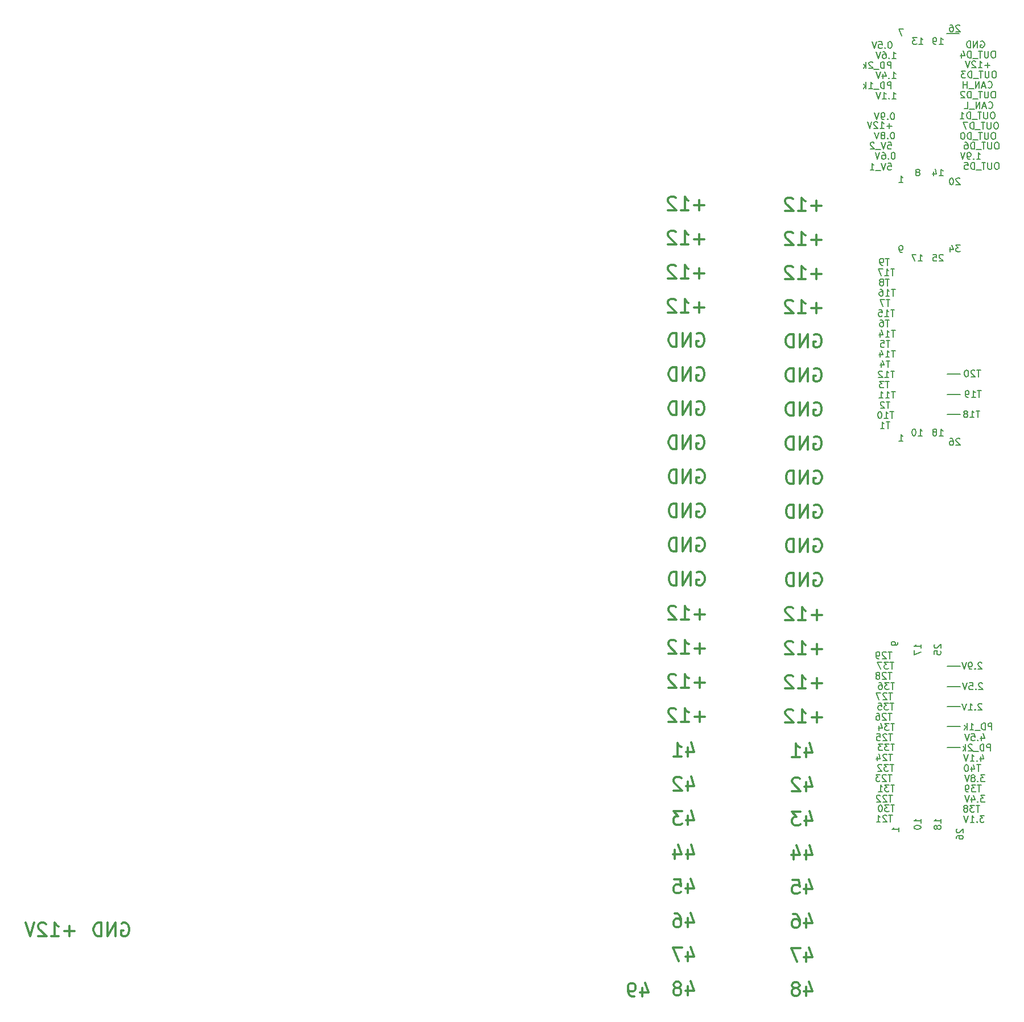
<source format=gbo>
G04 #@! TF.GenerationSoftware,KiCad,Pcbnew,7.0.7-7.0.7~ubuntu22.04.1*
G04 #@! TF.CreationDate,2023-08-21T19:34:13+00:00*
G04 #@! TF.ProjectId,digital_inputs,64696769-7461-46c5-9f69-6e707574732e,rev?*
G04 #@! TF.SameCoordinates,PX791ddc0PYca2dd00*
G04 #@! TF.FileFunction,Legend,Bot*
G04 #@! TF.FilePolarity,Positive*
%FSLAX46Y46*%
G04 Gerber Fmt 4.6, Leading zero omitted, Abs format (unit mm)*
G04 Created by KiCad (PCBNEW 7.0.7-7.0.7~ubuntu22.04.1) date 2023-08-21 19:34:13*
%MOMM*%
%LPD*%
G01*
G04 APERTURE LIST*
%ADD10C,0.150000*%
%ADD11C,0.300000*%
G04 APERTURE END LIST*
D10*
X171400000Y51300000D02*
X173300000Y51300000D01*
X171400000Y39200000D02*
X173300000Y39200000D01*
X171400000Y91800000D02*
X173300000Y91800000D01*
X171400000Y45300000D02*
X173300000Y45300000D01*
X171300000Y145550000D02*
X173200000Y145550000D01*
X171400000Y48300000D02*
X173300000Y48300000D01*
X171400000Y94800000D02*
X173300000Y94800000D01*
X171400000Y42300000D02*
X173300000Y42300000D01*
X171400000Y88800000D02*
X173300000Y88800000D01*
D11*
X152696666Y104637267D02*
X151172857Y104637267D01*
X151934761Y103875362D02*
X151934761Y105399172D01*
X149172857Y103875362D02*
X150315714Y103875362D01*
X149744286Y103875362D02*
X149744286Y105875362D01*
X149744286Y105875362D02*
X149934762Y105589648D01*
X149934762Y105589648D02*
X150125238Y105399172D01*
X150125238Y105399172D02*
X150315714Y105303934D01*
X148410952Y105684886D02*
X148315714Y105780124D01*
X148315714Y105780124D02*
X148125238Y105875362D01*
X148125238Y105875362D02*
X147649047Y105875362D01*
X147649047Y105875362D02*
X147458571Y105780124D01*
X147458571Y105780124D02*
X147363333Y105684886D01*
X147363333Y105684886D02*
X147268095Y105494410D01*
X147268095Y105494410D02*
X147268095Y105303934D01*
X147268095Y105303934D02*
X147363333Y105018220D01*
X147363333Y105018220D02*
X148506190Y103875362D01*
X148506190Y103875362D02*
X147268095Y103875362D01*
D10*
X176452380Y40911848D02*
X176452380Y40245181D01*
X176690475Y41292800D02*
X176928570Y40578515D01*
X176928570Y40578515D02*
X176309523Y40578515D01*
X175928570Y40340420D02*
X175880951Y40292800D01*
X175880951Y40292800D02*
X175928570Y40245181D01*
X175928570Y40245181D02*
X175976189Y40292800D01*
X175976189Y40292800D02*
X175928570Y40340420D01*
X175928570Y40340420D02*
X175928570Y40245181D01*
X174976190Y41245181D02*
X175452380Y41245181D01*
X175452380Y41245181D02*
X175499999Y40768991D01*
X175499999Y40768991D02*
X175452380Y40816610D01*
X175452380Y40816610D02*
X175357142Y40864229D01*
X175357142Y40864229D02*
X175119047Y40864229D01*
X175119047Y40864229D02*
X175023809Y40816610D01*
X175023809Y40816610D02*
X174976190Y40768991D01*
X174976190Y40768991D02*
X174928571Y40673753D01*
X174928571Y40673753D02*
X174928571Y40435658D01*
X174928571Y40435658D02*
X174976190Y40340420D01*
X174976190Y40340420D02*
X175023809Y40292800D01*
X175023809Y40292800D02*
X175119047Y40245181D01*
X175119047Y40245181D02*
X175357142Y40245181D01*
X175357142Y40245181D02*
X175452380Y40292800D01*
X175452380Y40292800D02*
X175499999Y40340420D01*
X174642856Y41245181D02*
X174309523Y40245181D01*
X174309523Y40245181D02*
X173976190Y41245181D01*
X163157142Y138845181D02*
X163728570Y138845181D01*
X163442856Y138845181D02*
X163442856Y139845181D01*
X163442856Y139845181D02*
X163538094Y139702324D01*
X163538094Y139702324D02*
X163633332Y139607086D01*
X163633332Y139607086D02*
X163728570Y139559467D01*
X162728570Y138940420D02*
X162680951Y138892800D01*
X162680951Y138892800D02*
X162728570Y138845181D01*
X162728570Y138845181D02*
X162776189Y138892800D01*
X162776189Y138892800D02*
X162728570Y138940420D01*
X162728570Y138940420D02*
X162728570Y138845181D01*
X161823809Y139511848D02*
X161823809Y138845181D01*
X162061904Y139892800D02*
X162299999Y139178515D01*
X162299999Y139178515D02*
X161680952Y139178515D01*
X161442856Y139845181D02*
X161109523Y138845181D01*
X161109523Y138845181D02*
X160776190Y139845181D01*
X163538094Y42770181D02*
X162966666Y42770181D01*
X163252380Y41770181D02*
X163252380Y42770181D01*
X162728570Y42770181D02*
X162109523Y42770181D01*
X162109523Y42770181D02*
X162442856Y42389229D01*
X162442856Y42389229D02*
X162299999Y42389229D01*
X162299999Y42389229D02*
X162204761Y42341610D01*
X162204761Y42341610D02*
X162157142Y42293991D01*
X162157142Y42293991D02*
X162109523Y42198753D01*
X162109523Y42198753D02*
X162109523Y41960658D01*
X162109523Y41960658D02*
X162157142Y41865420D01*
X162157142Y41865420D02*
X162204761Y41817800D01*
X162204761Y41817800D02*
X162299999Y41770181D01*
X162299999Y41770181D02*
X162585713Y41770181D01*
X162585713Y41770181D02*
X162680951Y41817800D01*
X162680951Y41817800D02*
X162728570Y41865420D01*
X161252380Y42436848D02*
X161252380Y41770181D01*
X161490475Y42817800D02*
X161728570Y42103515D01*
X161728570Y42103515D02*
X161109523Y42103515D01*
X178023809Y41845181D02*
X178023809Y42845181D01*
X178023809Y42845181D02*
X177642857Y42845181D01*
X177642857Y42845181D02*
X177547619Y42797562D01*
X177547619Y42797562D02*
X177500000Y42749943D01*
X177500000Y42749943D02*
X177452381Y42654705D01*
X177452381Y42654705D02*
X177452381Y42511848D01*
X177452381Y42511848D02*
X177500000Y42416610D01*
X177500000Y42416610D02*
X177547619Y42368991D01*
X177547619Y42368991D02*
X177642857Y42321372D01*
X177642857Y42321372D02*
X178023809Y42321372D01*
X177023809Y41845181D02*
X177023809Y42845181D01*
X177023809Y42845181D02*
X176785714Y42845181D01*
X176785714Y42845181D02*
X176642857Y42797562D01*
X176642857Y42797562D02*
X176547619Y42702324D01*
X176547619Y42702324D02*
X176500000Y42607086D01*
X176500000Y42607086D02*
X176452381Y42416610D01*
X176452381Y42416610D02*
X176452381Y42273753D01*
X176452381Y42273753D02*
X176500000Y42083277D01*
X176500000Y42083277D02*
X176547619Y41988039D01*
X176547619Y41988039D02*
X176642857Y41892800D01*
X176642857Y41892800D02*
X176785714Y41845181D01*
X176785714Y41845181D02*
X177023809Y41845181D01*
X176261905Y41749943D02*
X175500000Y41749943D01*
X174738095Y41845181D02*
X175309523Y41845181D01*
X175023809Y41845181D02*
X175023809Y42845181D01*
X175023809Y42845181D02*
X175119047Y42702324D01*
X175119047Y42702324D02*
X175214285Y42607086D01*
X175214285Y42607086D02*
X175309523Y42559467D01*
X174309523Y41845181D02*
X174309523Y42845181D01*
X174214285Y42226134D02*
X173928571Y41845181D01*
X173928571Y42511848D02*
X174309523Y42130896D01*
D11*
X135291666Y53952267D02*
X133767857Y53952267D01*
X134529761Y53190362D02*
X134529761Y54714172D01*
X131767857Y53190362D02*
X132910714Y53190362D01*
X132339286Y53190362D02*
X132339286Y55190362D01*
X132339286Y55190362D02*
X132529762Y54904648D01*
X132529762Y54904648D02*
X132720238Y54714172D01*
X132720238Y54714172D02*
X132910714Y54618934D01*
X131005952Y54999886D02*
X130910714Y55095124D01*
X130910714Y55095124D02*
X130720238Y55190362D01*
X130720238Y55190362D02*
X130244047Y55190362D01*
X130244047Y55190362D02*
X130053571Y55095124D01*
X130053571Y55095124D02*
X129958333Y54999886D01*
X129958333Y54999886D02*
X129863095Y54809410D01*
X129863095Y54809410D02*
X129863095Y54618934D01*
X129863095Y54618934D02*
X129958333Y54333220D01*
X129958333Y54333220D02*
X131101190Y53190362D01*
X131101190Y53190362D02*
X129863095Y53190362D01*
X151578809Y70200124D02*
X151769285Y70295362D01*
X151769285Y70295362D02*
X152054999Y70295362D01*
X152054999Y70295362D02*
X152340714Y70200124D01*
X152340714Y70200124D02*
X152531190Y70009648D01*
X152531190Y70009648D02*
X152626428Y69819172D01*
X152626428Y69819172D02*
X152721666Y69438220D01*
X152721666Y69438220D02*
X152721666Y69152505D01*
X152721666Y69152505D02*
X152626428Y68771553D01*
X152626428Y68771553D02*
X152531190Y68581077D01*
X152531190Y68581077D02*
X152340714Y68390600D01*
X152340714Y68390600D02*
X152054999Y68295362D01*
X152054999Y68295362D02*
X151864523Y68295362D01*
X151864523Y68295362D02*
X151578809Y68390600D01*
X151578809Y68390600D02*
X151483571Y68485839D01*
X151483571Y68485839D02*
X151483571Y69152505D01*
X151483571Y69152505D02*
X151864523Y69152505D01*
X150626428Y68295362D02*
X150626428Y70295362D01*
X150626428Y70295362D02*
X149483571Y68295362D01*
X149483571Y68295362D02*
X149483571Y70295362D01*
X148531190Y68295362D02*
X148531190Y70295362D01*
X148531190Y70295362D02*
X148055000Y70295362D01*
X148055000Y70295362D02*
X147769285Y70200124D01*
X147769285Y70200124D02*
X147578809Y70009648D01*
X147578809Y70009648D02*
X147483571Y69819172D01*
X147483571Y69819172D02*
X147388333Y69438220D01*
X147388333Y69438220D02*
X147388333Y69152505D01*
X147388333Y69152505D02*
X147483571Y68771553D01*
X147483571Y68771553D02*
X147578809Y68581077D01*
X147578809Y68581077D02*
X147769285Y68390600D01*
X147769285Y68390600D02*
X148055000Y68295362D01*
X148055000Y68295362D02*
X148531190Y68295362D01*
X151553809Y90540124D02*
X151744285Y90635362D01*
X151744285Y90635362D02*
X152029999Y90635362D01*
X152029999Y90635362D02*
X152315714Y90540124D01*
X152315714Y90540124D02*
X152506190Y90349648D01*
X152506190Y90349648D02*
X152601428Y90159172D01*
X152601428Y90159172D02*
X152696666Y89778220D01*
X152696666Y89778220D02*
X152696666Y89492505D01*
X152696666Y89492505D02*
X152601428Y89111553D01*
X152601428Y89111553D02*
X152506190Y88921077D01*
X152506190Y88921077D02*
X152315714Y88730600D01*
X152315714Y88730600D02*
X152029999Y88635362D01*
X152029999Y88635362D02*
X151839523Y88635362D01*
X151839523Y88635362D02*
X151553809Y88730600D01*
X151553809Y88730600D02*
X151458571Y88825839D01*
X151458571Y88825839D02*
X151458571Y89492505D01*
X151458571Y89492505D02*
X151839523Y89492505D01*
X150601428Y88635362D02*
X150601428Y90635362D01*
X150601428Y90635362D02*
X149458571Y88635362D01*
X149458571Y88635362D02*
X149458571Y90635362D01*
X148506190Y88635362D02*
X148506190Y90635362D01*
X148506190Y90635362D02*
X148030000Y90635362D01*
X148030000Y90635362D02*
X147744285Y90540124D01*
X147744285Y90540124D02*
X147553809Y90349648D01*
X147553809Y90349648D02*
X147458571Y90159172D01*
X147458571Y90159172D02*
X147363333Y89778220D01*
X147363333Y89778220D02*
X147363333Y89492505D01*
X147363333Y89492505D02*
X147458571Y89111553D01*
X147458571Y89111553D02*
X147553809Y88921077D01*
X147553809Y88921077D02*
X147744285Y88730600D01*
X147744285Y88730600D02*
X148030000Y88635362D01*
X148030000Y88635362D02*
X148506190Y88635362D01*
D10*
X163538094Y33645181D02*
X162966666Y33645181D01*
X163252380Y32645181D02*
X163252380Y33645181D01*
X162728570Y33645181D02*
X162109523Y33645181D01*
X162109523Y33645181D02*
X162442856Y33264229D01*
X162442856Y33264229D02*
X162299999Y33264229D01*
X162299999Y33264229D02*
X162204761Y33216610D01*
X162204761Y33216610D02*
X162157142Y33168991D01*
X162157142Y33168991D02*
X162109523Y33073753D01*
X162109523Y33073753D02*
X162109523Y32835658D01*
X162109523Y32835658D02*
X162157142Y32740420D01*
X162157142Y32740420D02*
X162204761Y32692800D01*
X162204761Y32692800D02*
X162299999Y32645181D01*
X162299999Y32645181D02*
X162585713Y32645181D01*
X162585713Y32645181D02*
X162680951Y32692800D01*
X162680951Y32692800D02*
X162728570Y32740420D01*
X161157142Y32645181D02*
X161728570Y32645181D01*
X161442856Y32645181D02*
X161442856Y33645181D01*
X161442856Y33645181D02*
X161538094Y33502324D01*
X161538094Y33502324D02*
X161633332Y33407086D01*
X161633332Y33407086D02*
X161728570Y33359467D01*
X163538094Y48870181D02*
X162966666Y48870181D01*
X163252380Y47870181D02*
X163252380Y48870181D01*
X162728570Y48870181D02*
X162109523Y48870181D01*
X162109523Y48870181D02*
X162442856Y48489229D01*
X162442856Y48489229D02*
X162299999Y48489229D01*
X162299999Y48489229D02*
X162204761Y48441610D01*
X162204761Y48441610D02*
X162157142Y48393991D01*
X162157142Y48393991D02*
X162109523Y48298753D01*
X162109523Y48298753D02*
X162109523Y48060658D01*
X162109523Y48060658D02*
X162157142Y47965420D01*
X162157142Y47965420D02*
X162204761Y47917800D01*
X162204761Y47917800D02*
X162299999Y47870181D01*
X162299999Y47870181D02*
X162585713Y47870181D01*
X162585713Y47870181D02*
X162680951Y47917800D01*
X162680951Y47917800D02*
X162728570Y47965420D01*
X161252380Y48870181D02*
X161442856Y48870181D01*
X161442856Y48870181D02*
X161538094Y48822562D01*
X161538094Y48822562D02*
X161585713Y48774943D01*
X161585713Y48774943D02*
X161680951Y48632086D01*
X161680951Y48632086D02*
X161728570Y48441610D01*
X161728570Y48441610D02*
X161728570Y48060658D01*
X161728570Y48060658D02*
X161680951Y47965420D01*
X161680951Y47965420D02*
X161633332Y47917800D01*
X161633332Y47917800D02*
X161538094Y47870181D01*
X161538094Y47870181D02*
X161347618Y47870181D01*
X161347618Y47870181D02*
X161252380Y47917800D01*
X161252380Y47917800D02*
X161204761Y47965420D01*
X161204761Y47965420D02*
X161157142Y48060658D01*
X161157142Y48060658D02*
X161157142Y48298753D01*
X161157142Y48298753D02*
X161204761Y48393991D01*
X161204761Y48393991D02*
X161252380Y48441610D01*
X161252380Y48441610D02*
X161347618Y48489229D01*
X161347618Y48489229D02*
X161538094Y48489229D01*
X161538094Y48489229D02*
X161633332Y48441610D01*
X161633332Y48441610D02*
X161680951Y48393991D01*
X161680951Y48393991D02*
X161728570Y48298753D01*
D11*
X134123809Y90675124D02*
X134314285Y90770362D01*
X134314285Y90770362D02*
X134599999Y90770362D01*
X134599999Y90770362D02*
X134885714Y90675124D01*
X134885714Y90675124D02*
X135076190Y90484648D01*
X135076190Y90484648D02*
X135171428Y90294172D01*
X135171428Y90294172D02*
X135266666Y89913220D01*
X135266666Y89913220D02*
X135266666Y89627505D01*
X135266666Y89627505D02*
X135171428Y89246553D01*
X135171428Y89246553D02*
X135076190Y89056077D01*
X135076190Y89056077D02*
X134885714Y88865600D01*
X134885714Y88865600D02*
X134599999Y88770362D01*
X134599999Y88770362D02*
X134409523Y88770362D01*
X134409523Y88770362D02*
X134123809Y88865600D01*
X134123809Y88865600D02*
X134028571Y88960839D01*
X134028571Y88960839D02*
X134028571Y89627505D01*
X134028571Y89627505D02*
X134409523Y89627505D01*
X133171428Y88770362D02*
X133171428Y90770362D01*
X133171428Y90770362D02*
X132028571Y88770362D01*
X132028571Y88770362D02*
X132028571Y90770362D01*
X131076190Y88770362D02*
X131076190Y90770362D01*
X131076190Y90770362D02*
X130600000Y90770362D01*
X130600000Y90770362D02*
X130314285Y90675124D01*
X130314285Y90675124D02*
X130123809Y90484648D01*
X130123809Y90484648D02*
X130028571Y90294172D01*
X130028571Y90294172D02*
X129933333Y89913220D01*
X129933333Y89913220D02*
X129933333Y89627505D01*
X129933333Y89627505D02*
X130028571Y89246553D01*
X130028571Y89246553D02*
X130123809Y89056077D01*
X130123809Y89056077D02*
X130314285Y88865600D01*
X130314285Y88865600D02*
X130600000Y88770362D01*
X130600000Y88770362D02*
X131076190Y88770362D01*
X41523809Y11852267D02*
X40000000Y11852267D01*
X40761904Y11090362D02*
X40761904Y12614172D01*
X38000000Y11090362D02*
X39142857Y11090362D01*
X38571429Y11090362D02*
X38571429Y13090362D01*
X38571429Y13090362D02*
X38761905Y12804648D01*
X38761905Y12804648D02*
X38952381Y12614172D01*
X38952381Y12614172D02*
X39142857Y12518934D01*
X37238095Y12899886D02*
X37142857Y12995124D01*
X37142857Y12995124D02*
X36952381Y13090362D01*
X36952381Y13090362D02*
X36476190Y13090362D01*
X36476190Y13090362D02*
X36285714Y12995124D01*
X36285714Y12995124D02*
X36190476Y12899886D01*
X36190476Y12899886D02*
X36095238Y12709410D01*
X36095238Y12709410D02*
X36095238Y12518934D01*
X36095238Y12518934D02*
X36190476Y12233220D01*
X36190476Y12233220D02*
X37333333Y11090362D01*
X37333333Y11090362D02*
X36095238Y11090362D01*
X35523809Y13090362D02*
X34857143Y11090362D01*
X34857143Y11090362D02*
X34190476Y13090362D01*
D10*
X162761904Y108995181D02*
X162190476Y108995181D01*
X162476190Y107995181D02*
X162476190Y108995181D01*
X161714285Y108566610D02*
X161809523Y108614229D01*
X161809523Y108614229D02*
X161857142Y108661848D01*
X161857142Y108661848D02*
X161904761Y108757086D01*
X161904761Y108757086D02*
X161904761Y108804705D01*
X161904761Y108804705D02*
X161857142Y108899943D01*
X161857142Y108899943D02*
X161809523Y108947562D01*
X161809523Y108947562D02*
X161714285Y108995181D01*
X161714285Y108995181D02*
X161523809Y108995181D01*
X161523809Y108995181D02*
X161428571Y108947562D01*
X161428571Y108947562D02*
X161380952Y108899943D01*
X161380952Y108899943D02*
X161333333Y108804705D01*
X161333333Y108804705D02*
X161333333Y108757086D01*
X161333333Y108757086D02*
X161380952Y108661848D01*
X161380952Y108661848D02*
X161428571Y108614229D01*
X161428571Y108614229D02*
X161523809Y108566610D01*
X161523809Y108566610D02*
X161714285Y108566610D01*
X161714285Y108566610D02*
X161809523Y108518991D01*
X161809523Y108518991D02*
X161857142Y108471372D01*
X161857142Y108471372D02*
X161904761Y108376134D01*
X161904761Y108376134D02*
X161904761Y108185658D01*
X161904761Y108185658D02*
X161857142Y108090420D01*
X161857142Y108090420D02*
X161809523Y108042800D01*
X161809523Y108042800D02*
X161714285Y107995181D01*
X161714285Y107995181D02*
X161523809Y107995181D01*
X161523809Y107995181D02*
X161428571Y108042800D01*
X161428571Y108042800D02*
X161380952Y108090420D01*
X161380952Y108090420D02*
X161333333Y108185658D01*
X161333333Y108185658D02*
X161333333Y108376134D01*
X161333333Y108376134D02*
X161380952Y108471372D01*
X161380952Y108471372D02*
X161428571Y108518991D01*
X161428571Y108518991D02*
X161523809Y108566610D01*
D11*
X135266666Y114932267D02*
X133742857Y114932267D01*
X134504761Y114170362D02*
X134504761Y115694172D01*
X131742857Y114170362D02*
X132885714Y114170362D01*
X132314286Y114170362D02*
X132314286Y116170362D01*
X132314286Y116170362D02*
X132504762Y115884648D01*
X132504762Y115884648D02*
X132695238Y115694172D01*
X132695238Y115694172D02*
X132885714Y115598934D01*
X130980952Y115979886D02*
X130885714Y116075124D01*
X130885714Y116075124D02*
X130695238Y116170362D01*
X130695238Y116170362D02*
X130219047Y116170362D01*
X130219047Y116170362D02*
X130028571Y116075124D01*
X130028571Y116075124D02*
X129933333Y115979886D01*
X129933333Y115979886D02*
X129838095Y115789410D01*
X129838095Y115789410D02*
X129838095Y115598934D01*
X129838095Y115598934D02*
X129933333Y115313220D01*
X129933333Y115313220D02*
X131076190Y114170362D01*
X131076190Y114170362D02*
X129838095Y114170362D01*
D10*
X163438094Y51920181D02*
X162866666Y51920181D01*
X163152380Y50920181D02*
X163152380Y51920181D01*
X162628570Y51920181D02*
X162009523Y51920181D01*
X162009523Y51920181D02*
X162342856Y51539229D01*
X162342856Y51539229D02*
X162199999Y51539229D01*
X162199999Y51539229D02*
X162104761Y51491610D01*
X162104761Y51491610D02*
X162057142Y51443991D01*
X162057142Y51443991D02*
X162009523Y51348753D01*
X162009523Y51348753D02*
X162009523Y51110658D01*
X162009523Y51110658D02*
X162057142Y51015420D01*
X162057142Y51015420D02*
X162104761Y50967800D01*
X162104761Y50967800D02*
X162199999Y50920181D01*
X162199999Y50920181D02*
X162485713Y50920181D01*
X162485713Y50920181D02*
X162580951Y50967800D01*
X162580951Y50967800D02*
X162628570Y51015420D01*
X161676189Y51920181D02*
X161009523Y51920181D01*
X161009523Y51920181D02*
X161438094Y50920181D01*
D11*
X48523809Y12995124D02*
X48714285Y13090362D01*
X48714285Y13090362D02*
X48999999Y13090362D01*
X48999999Y13090362D02*
X49285714Y12995124D01*
X49285714Y12995124D02*
X49476190Y12804648D01*
X49476190Y12804648D02*
X49571428Y12614172D01*
X49571428Y12614172D02*
X49666666Y12233220D01*
X49666666Y12233220D02*
X49666666Y11947505D01*
X49666666Y11947505D02*
X49571428Y11566553D01*
X49571428Y11566553D02*
X49476190Y11376077D01*
X49476190Y11376077D02*
X49285714Y11185600D01*
X49285714Y11185600D02*
X48999999Y11090362D01*
X48999999Y11090362D02*
X48809523Y11090362D01*
X48809523Y11090362D02*
X48523809Y11185600D01*
X48523809Y11185600D02*
X48428571Y11280839D01*
X48428571Y11280839D02*
X48428571Y11947505D01*
X48428571Y11947505D02*
X48809523Y11947505D01*
X47571428Y11090362D02*
X47571428Y13090362D01*
X47571428Y13090362D02*
X46428571Y11090362D01*
X46428571Y11090362D02*
X46428571Y13090362D01*
X45476190Y11090362D02*
X45476190Y13090362D01*
X45476190Y13090362D02*
X45000000Y13090362D01*
X45000000Y13090362D02*
X44714285Y12995124D01*
X44714285Y12995124D02*
X44523809Y12804648D01*
X44523809Y12804648D02*
X44428571Y12614172D01*
X44428571Y12614172D02*
X44333333Y12233220D01*
X44333333Y12233220D02*
X44333333Y11947505D01*
X44333333Y11947505D02*
X44428571Y11566553D01*
X44428571Y11566553D02*
X44523809Y11376077D01*
X44523809Y11376077D02*
X44714285Y11185600D01*
X44714285Y11185600D02*
X45000000Y11090362D01*
X45000000Y11090362D02*
X45476190Y11090362D01*
X152696666Y114797267D02*
X151172857Y114797267D01*
X151934761Y114035362D02*
X151934761Y115559172D01*
X149172857Y114035362D02*
X150315714Y114035362D01*
X149744286Y114035362D02*
X149744286Y116035362D01*
X149744286Y116035362D02*
X149934762Y115749648D01*
X149934762Y115749648D02*
X150125238Y115559172D01*
X150125238Y115559172D02*
X150315714Y115463934D01*
X148410952Y115844886D02*
X148315714Y115940124D01*
X148315714Y115940124D02*
X148125238Y116035362D01*
X148125238Y116035362D02*
X147649047Y116035362D01*
X147649047Y116035362D02*
X147458571Y115940124D01*
X147458571Y115940124D02*
X147363333Y115844886D01*
X147363333Y115844886D02*
X147268095Y115654410D01*
X147268095Y115654410D02*
X147268095Y115463934D01*
X147268095Y115463934D02*
X147363333Y115178220D01*
X147363333Y115178220D02*
X148506190Y114035362D01*
X148506190Y114035362D02*
X147268095Y114035362D01*
X152721666Y53817267D02*
X151197857Y53817267D01*
X151959761Y53055362D02*
X151959761Y54579172D01*
X149197857Y53055362D02*
X150340714Y53055362D01*
X149769286Y53055362D02*
X149769286Y55055362D01*
X149769286Y55055362D02*
X149959762Y54769648D01*
X149959762Y54769648D02*
X150150238Y54579172D01*
X150150238Y54579172D02*
X150340714Y54483934D01*
X148435952Y54864886D02*
X148340714Y54960124D01*
X148340714Y54960124D02*
X148150238Y55055362D01*
X148150238Y55055362D02*
X147674047Y55055362D01*
X147674047Y55055362D02*
X147483571Y54960124D01*
X147483571Y54960124D02*
X147388333Y54864886D01*
X147388333Y54864886D02*
X147293095Y54674410D01*
X147293095Y54674410D02*
X147293095Y54483934D01*
X147293095Y54483934D02*
X147388333Y54198220D01*
X147388333Y54198220D02*
X148531190Y53055362D01*
X148531190Y53055362D02*
X147293095Y53055362D01*
D10*
X163138094Y35170181D02*
X162566666Y35170181D01*
X162852380Y34170181D02*
X162852380Y35170181D01*
X162280951Y35074943D02*
X162233332Y35122562D01*
X162233332Y35122562D02*
X162138094Y35170181D01*
X162138094Y35170181D02*
X161899999Y35170181D01*
X161899999Y35170181D02*
X161804761Y35122562D01*
X161804761Y35122562D02*
X161757142Y35074943D01*
X161757142Y35074943D02*
X161709523Y34979705D01*
X161709523Y34979705D02*
X161709523Y34884467D01*
X161709523Y34884467D02*
X161757142Y34741610D01*
X161757142Y34741610D02*
X162328570Y34170181D01*
X162328570Y34170181D02*
X161709523Y34170181D01*
X161376189Y35170181D02*
X160757142Y35170181D01*
X160757142Y35170181D02*
X161090475Y34789229D01*
X161090475Y34789229D02*
X160947618Y34789229D01*
X160947618Y34789229D02*
X160852380Y34741610D01*
X160852380Y34741610D02*
X160804761Y34693991D01*
X160804761Y34693991D02*
X160757142Y34598753D01*
X160757142Y34598753D02*
X160757142Y34360658D01*
X160757142Y34360658D02*
X160804761Y34265420D01*
X160804761Y34265420D02*
X160852380Y34217800D01*
X160852380Y34217800D02*
X160947618Y34170181D01*
X160947618Y34170181D02*
X161233332Y34170181D01*
X161233332Y34170181D02*
X161328570Y34217800D01*
X161328570Y34217800D02*
X161376189Y34265420D01*
D11*
X132771428Y34123696D02*
X132771428Y32790362D01*
X133247619Y34885600D02*
X133723809Y33457029D01*
X133723809Y33457029D02*
X132485714Y33457029D01*
X131819047Y34599886D02*
X131723809Y34695124D01*
X131723809Y34695124D02*
X131533333Y34790362D01*
X131533333Y34790362D02*
X131057142Y34790362D01*
X131057142Y34790362D02*
X130866666Y34695124D01*
X130866666Y34695124D02*
X130771428Y34599886D01*
X130771428Y34599886D02*
X130676190Y34409410D01*
X130676190Y34409410D02*
X130676190Y34218934D01*
X130676190Y34218934D02*
X130771428Y33933220D01*
X130771428Y33933220D02*
X131914285Y32790362D01*
X131914285Y32790362D02*
X130676190Y32790362D01*
D10*
X176528570Y45674943D02*
X176480951Y45722562D01*
X176480951Y45722562D02*
X176385713Y45770181D01*
X176385713Y45770181D02*
X176147618Y45770181D01*
X176147618Y45770181D02*
X176052380Y45722562D01*
X176052380Y45722562D02*
X176004761Y45674943D01*
X176004761Y45674943D02*
X175957142Y45579705D01*
X175957142Y45579705D02*
X175957142Y45484467D01*
X175957142Y45484467D02*
X176004761Y45341610D01*
X176004761Y45341610D02*
X176576189Y44770181D01*
X176576189Y44770181D02*
X175957142Y44770181D01*
X175528570Y44865420D02*
X175480951Y44817800D01*
X175480951Y44817800D02*
X175528570Y44770181D01*
X175528570Y44770181D02*
X175576189Y44817800D01*
X175576189Y44817800D02*
X175528570Y44865420D01*
X175528570Y44865420D02*
X175528570Y44770181D01*
X174528571Y44770181D02*
X175099999Y44770181D01*
X174814285Y44770181D02*
X174814285Y45770181D01*
X174814285Y45770181D02*
X174909523Y45627324D01*
X174909523Y45627324D02*
X175004761Y45532086D01*
X175004761Y45532086D02*
X175099999Y45484467D01*
X174242856Y45770181D02*
X173909523Y44770181D01*
X173909523Y44770181D02*
X173576190Y45770181D01*
D11*
X134148809Y70335124D02*
X134339285Y70430362D01*
X134339285Y70430362D02*
X134624999Y70430362D01*
X134624999Y70430362D02*
X134910714Y70335124D01*
X134910714Y70335124D02*
X135101190Y70144648D01*
X135101190Y70144648D02*
X135196428Y69954172D01*
X135196428Y69954172D02*
X135291666Y69573220D01*
X135291666Y69573220D02*
X135291666Y69287505D01*
X135291666Y69287505D02*
X135196428Y68906553D01*
X135196428Y68906553D02*
X135101190Y68716077D01*
X135101190Y68716077D02*
X134910714Y68525600D01*
X134910714Y68525600D02*
X134624999Y68430362D01*
X134624999Y68430362D02*
X134434523Y68430362D01*
X134434523Y68430362D02*
X134148809Y68525600D01*
X134148809Y68525600D02*
X134053571Y68620839D01*
X134053571Y68620839D02*
X134053571Y69287505D01*
X134053571Y69287505D02*
X134434523Y69287505D01*
X133196428Y68430362D02*
X133196428Y70430362D01*
X133196428Y70430362D02*
X132053571Y68430362D01*
X132053571Y68430362D02*
X132053571Y70430362D01*
X131101190Y68430362D02*
X131101190Y70430362D01*
X131101190Y70430362D02*
X130625000Y70430362D01*
X130625000Y70430362D02*
X130339285Y70335124D01*
X130339285Y70335124D02*
X130148809Y70144648D01*
X130148809Y70144648D02*
X130053571Y69954172D01*
X130053571Y69954172D02*
X129958333Y69573220D01*
X129958333Y69573220D02*
X129958333Y69287505D01*
X129958333Y69287505D02*
X130053571Y68906553D01*
X130053571Y68906553D02*
X130148809Y68716077D01*
X130148809Y68716077D02*
X130339285Y68525600D01*
X130339285Y68525600D02*
X130625000Y68430362D01*
X130625000Y68430362D02*
X131101190Y68430362D01*
X152696666Y119877267D02*
X151172857Y119877267D01*
X151934761Y119115362D02*
X151934761Y120639172D01*
X149172857Y119115362D02*
X150315714Y119115362D01*
X149744286Y119115362D02*
X149744286Y121115362D01*
X149744286Y121115362D02*
X149934762Y120829648D01*
X149934762Y120829648D02*
X150125238Y120639172D01*
X150125238Y120639172D02*
X150315714Y120543934D01*
X148410952Y120924886D02*
X148315714Y121020124D01*
X148315714Y121020124D02*
X148125238Y121115362D01*
X148125238Y121115362D02*
X147649047Y121115362D01*
X147649047Y121115362D02*
X147458571Y121020124D01*
X147458571Y121020124D02*
X147363333Y120924886D01*
X147363333Y120924886D02*
X147268095Y120734410D01*
X147268095Y120734410D02*
X147268095Y120543934D01*
X147268095Y120543934D02*
X147363333Y120258220D01*
X147363333Y120258220D02*
X148506190Y119115362D01*
X148506190Y119115362D02*
X147268095Y119115362D01*
D10*
X163538094Y104420181D02*
X162966666Y104420181D01*
X163252380Y103420181D02*
X163252380Y104420181D01*
X162109523Y103420181D02*
X162680951Y103420181D01*
X162395237Y103420181D02*
X162395237Y104420181D01*
X162395237Y104420181D02*
X162490475Y104277324D01*
X162490475Y104277324D02*
X162585713Y104182086D01*
X162585713Y104182086D02*
X162680951Y104134467D01*
X161204761Y104420181D02*
X161680951Y104420181D01*
X161680951Y104420181D02*
X161728570Y103943991D01*
X161728570Y103943991D02*
X161680951Y103991610D01*
X161680951Y103991610D02*
X161585713Y104039229D01*
X161585713Y104039229D02*
X161347618Y104039229D01*
X161347618Y104039229D02*
X161252380Y103991610D01*
X161252380Y103991610D02*
X161204761Y103943991D01*
X161204761Y103943991D02*
X161157142Y103848753D01*
X161157142Y103848753D02*
X161157142Y103610658D01*
X161157142Y103610658D02*
X161204761Y103515420D01*
X161204761Y103515420D02*
X161252380Y103467800D01*
X161252380Y103467800D02*
X161347618Y103420181D01*
X161347618Y103420181D02*
X161585713Y103420181D01*
X161585713Y103420181D02*
X161680951Y103467800D01*
X161680951Y103467800D02*
X161728570Y103515420D01*
X178857142Y129345181D02*
X178666666Y129345181D01*
X178666666Y129345181D02*
X178571428Y129297562D01*
X178571428Y129297562D02*
X178476190Y129202324D01*
X178476190Y129202324D02*
X178428571Y129011848D01*
X178428571Y129011848D02*
X178428571Y128678515D01*
X178428571Y128678515D02*
X178476190Y128488039D01*
X178476190Y128488039D02*
X178571428Y128392800D01*
X178571428Y128392800D02*
X178666666Y128345181D01*
X178666666Y128345181D02*
X178857142Y128345181D01*
X178857142Y128345181D02*
X178952380Y128392800D01*
X178952380Y128392800D02*
X179047618Y128488039D01*
X179047618Y128488039D02*
X179095237Y128678515D01*
X179095237Y128678515D02*
X179095237Y129011848D01*
X179095237Y129011848D02*
X179047618Y129202324D01*
X179047618Y129202324D02*
X178952380Y129297562D01*
X178952380Y129297562D02*
X178857142Y129345181D01*
X177999999Y129345181D02*
X177999999Y128535658D01*
X177999999Y128535658D02*
X177952380Y128440420D01*
X177952380Y128440420D02*
X177904761Y128392800D01*
X177904761Y128392800D02*
X177809523Y128345181D01*
X177809523Y128345181D02*
X177619047Y128345181D01*
X177619047Y128345181D02*
X177523809Y128392800D01*
X177523809Y128392800D02*
X177476190Y128440420D01*
X177476190Y128440420D02*
X177428571Y128535658D01*
X177428571Y128535658D02*
X177428571Y129345181D01*
X177095237Y129345181D02*
X176523809Y129345181D01*
X176809523Y128345181D02*
X176809523Y129345181D01*
X176428571Y128249943D02*
X175666666Y128249943D01*
X175428570Y128345181D02*
X175428570Y129345181D01*
X175428570Y129345181D02*
X175190475Y129345181D01*
X175190475Y129345181D02*
X175047618Y129297562D01*
X175047618Y129297562D02*
X174952380Y129202324D01*
X174952380Y129202324D02*
X174904761Y129107086D01*
X174904761Y129107086D02*
X174857142Y128916610D01*
X174857142Y128916610D02*
X174857142Y128773753D01*
X174857142Y128773753D02*
X174904761Y128583277D01*
X174904761Y128583277D02*
X174952380Y128488039D01*
X174952380Y128488039D02*
X175047618Y128392800D01*
X175047618Y128392800D02*
X175190475Y128345181D01*
X175190475Y128345181D02*
X175428570Y128345181D01*
X173999999Y129345181D02*
X174190475Y129345181D01*
X174190475Y129345181D02*
X174285713Y129297562D01*
X174285713Y129297562D02*
X174333332Y129249943D01*
X174333332Y129249943D02*
X174428570Y129107086D01*
X174428570Y129107086D02*
X174476189Y128916610D01*
X174476189Y128916610D02*
X174476189Y128535658D01*
X174476189Y128535658D02*
X174428570Y128440420D01*
X174428570Y128440420D02*
X174380951Y128392800D01*
X174380951Y128392800D02*
X174285713Y128345181D01*
X174285713Y128345181D02*
X174095237Y128345181D01*
X174095237Y128345181D02*
X173999999Y128392800D01*
X173999999Y128392800D02*
X173952380Y128440420D01*
X173952380Y128440420D02*
X173904761Y128535658D01*
X173904761Y128535658D02*
X173904761Y128773753D01*
X173904761Y128773753D02*
X173952380Y128868991D01*
X173952380Y128868991D02*
X173999999Y128916610D01*
X173999999Y128916610D02*
X174095237Y128964229D01*
X174095237Y128964229D02*
X174285713Y128964229D01*
X174285713Y128964229D02*
X174380951Y128916610D01*
X174380951Y128916610D02*
X174428570Y128868991D01*
X174428570Y128868991D02*
X174476189Y128773753D01*
D11*
X150371428Y13703696D02*
X150371428Y12370362D01*
X150847619Y14465600D02*
X151323809Y13037029D01*
X151323809Y13037029D02*
X150085714Y13037029D01*
X148466666Y14370362D02*
X148847619Y14370362D01*
X148847619Y14370362D02*
X149038095Y14275124D01*
X149038095Y14275124D02*
X149133333Y14179886D01*
X149133333Y14179886D02*
X149323809Y13894172D01*
X149323809Y13894172D02*
X149419047Y13513220D01*
X149419047Y13513220D02*
X149419047Y12751315D01*
X149419047Y12751315D02*
X149323809Y12560839D01*
X149323809Y12560839D02*
X149228571Y12465600D01*
X149228571Y12465600D02*
X149038095Y12370362D01*
X149038095Y12370362D02*
X148657142Y12370362D01*
X148657142Y12370362D02*
X148466666Y12465600D01*
X148466666Y12465600D02*
X148371428Y12560839D01*
X148371428Y12560839D02*
X148276190Y12751315D01*
X148276190Y12751315D02*
X148276190Y13227505D01*
X148276190Y13227505D02*
X148371428Y13417981D01*
X148371428Y13417981D02*
X148466666Y13513220D01*
X148466666Y13513220D02*
X148657142Y13608458D01*
X148657142Y13608458D02*
X149038095Y13608458D01*
X149038095Y13608458D02*
X149228571Y13513220D01*
X149228571Y13513220D02*
X149323809Y13417981D01*
X149323809Y13417981D02*
X149419047Y13227505D01*
X134148809Y75415124D02*
X134339285Y75510362D01*
X134339285Y75510362D02*
X134624999Y75510362D01*
X134624999Y75510362D02*
X134910714Y75415124D01*
X134910714Y75415124D02*
X135101190Y75224648D01*
X135101190Y75224648D02*
X135196428Y75034172D01*
X135196428Y75034172D02*
X135291666Y74653220D01*
X135291666Y74653220D02*
X135291666Y74367505D01*
X135291666Y74367505D02*
X135196428Y73986553D01*
X135196428Y73986553D02*
X135101190Y73796077D01*
X135101190Y73796077D02*
X134910714Y73605600D01*
X134910714Y73605600D02*
X134624999Y73510362D01*
X134624999Y73510362D02*
X134434523Y73510362D01*
X134434523Y73510362D02*
X134148809Y73605600D01*
X134148809Y73605600D02*
X134053571Y73700839D01*
X134053571Y73700839D02*
X134053571Y74367505D01*
X134053571Y74367505D02*
X134434523Y74367505D01*
X133196428Y73510362D02*
X133196428Y75510362D01*
X133196428Y75510362D02*
X132053571Y73510362D01*
X132053571Y73510362D02*
X132053571Y75510362D01*
X131101190Y73510362D02*
X131101190Y75510362D01*
X131101190Y75510362D02*
X130625000Y75510362D01*
X130625000Y75510362D02*
X130339285Y75415124D01*
X130339285Y75415124D02*
X130148809Y75224648D01*
X130148809Y75224648D02*
X130053571Y75034172D01*
X130053571Y75034172D02*
X129958333Y74653220D01*
X129958333Y74653220D02*
X129958333Y74367505D01*
X129958333Y74367505D02*
X130053571Y73986553D01*
X130053571Y73986553D02*
X130148809Y73796077D01*
X130148809Y73796077D02*
X130339285Y73605600D01*
X130339285Y73605600D02*
X130625000Y73510362D01*
X130625000Y73510362D02*
X131101190Y73510362D01*
X134123809Y85595124D02*
X134314285Y85690362D01*
X134314285Y85690362D02*
X134599999Y85690362D01*
X134599999Y85690362D02*
X134885714Y85595124D01*
X134885714Y85595124D02*
X135076190Y85404648D01*
X135076190Y85404648D02*
X135171428Y85214172D01*
X135171428Y85214172D02*
X135266666Y84833220D01*
X135266666Y84833220D02*
X135266666Y84547505D01*
X135266666Y84547505D02*
X135171428Y84166553D01*
X135171428Y84166553D02*
X135076190Y83976077D01*
X135076190Y83976077D02*
X134885714Y83785600D01*
X134885714Y83785600D02*
X134599999Y83690362D01*
X134599999Y83690362D02*
X134409523Y83690362D01*
X134409523Y83690362D02*
X134123809Y83785600D01*
X134123809Y83785600D02*
X134028571Y83880839D01*
X134028571Y83880839D02*
X134028571Y84547505D01*
X134028571Y84547505D02*
X134409523Y84547505D01*
X133171428Y83690362D02*
X133171428Y85690362D01*
X133171428Y85690362D02*
X132028571Y83690362D01*
X132028571Y83690362D02*
X132028571Y85690362D01*
X131076190Y83690362D02*
X131076190Y85690362D01*
X131076190Y85690362D02*
X130600000Y85690362D01*
X130600000Y85690362D02*
X130314285Y85595124D01*
X130314285Y85595124D02*
X130123809Y85404648D01*
X130123809Y85404648D02*
X130028571Y85214172D01*
X130028571Y85214172D02*
X129933333Y84833220D01*
X129933333Y84833220D02*
X129933333Y84547505D01*
X129933333Y84547505D02*
X130028571Y84166553D01*
X130028571Y84166553D02*
X130123809Y83976077D01*
X130123809Y83976077D02*
X130314285Y83785600D01*
X130314285Y83785600D02*
X130600000Y83690362D01*
X130600000Y83690362D02*
X131076190Y83690362D01*
X152721666Y58897267D02*
X151197857Y58897267D01*
X151959761Y58135362D02*
X151959761Y59659172D01*
X149197857Y58135362D02*
X150340714Y58135362D01*
X149769286Y58135362D02*
X149769286Y60135362D01*
X149769286Y60135362D02*
X149959762Y59849648D01*
X149959762Y59849648D02*
X150150238Y59659172D01*
X150150238Y59659172D02*
X150340714Y59563934D01*
X148435952Y59944886D02*
X148340714Y60040124D01*
X148340714Y60040124D02*
X148150238Y60135362D01*
X148150238Y60135362D02*
X147674047Y60135362D01*
X147674047Y60135362D02*
X147483571Y60040124D01*
X147483571Y60040124D02*
X147388333Y59944886D01*
X147388333Y59944886D02*
X147293095Y59754410D01*
X147293095Y59754410D02*
X147293095Y59563934D01*
X147293095Y59563934D02*
X147388333Y59278220D01*
X147388333Y59278220D02*
X148531190Y58135362D01*
X148531190Y58135362D02*
X147293095Y58135362D01*
D10*
X163438094Y45820181D02*
X162866666Y45820181D01*
X163152380Y44820181D02*
X163152380Y45820181D01*
X162628570Y45820181D02*
X162009523Y45820181D01*
X162009523Y45820181D02*
X162342856Y45439229D01*
X162342856Y45439229D02*
X162199999Y45439229D01*
X162199999Y45439229D02*
X162104761Y45391610D01*
X162104761Y45391610D02*
X162057142Y45343991D01*
X162057142Y45343991D02*
X162009523Y45248753D01*
X162009523Y45248753D02*
X162009523Y45010658D01*
X162009523Y45010658D02*
X162057142Y44915420D01*
X162057142Y44915420D02*
X162104761Y44867800D01*
X162104761Y44867800D02*
X162199999Y44820181D01*
X162199999Y44820181D02*
X162485713Y44820181D01*
X162485713Y44820181D02*
X162580951Y44867800D01*
X162580951Y44867800D02*
X162628570Y44915420D01*
X161104761Y45820181D02*
X161580951Y45820181D01*
X161580951Y45820181D02*
X161628570Y45343991D01*
X161628570Y45343991D02*
X161580951Y45391610D01*
X161580951Y45391610D02*
X161485713Y45439229D01*
X161485713Y45439229D02*
X161247618Y45439229D01*
X161247618Y45439229D02*
X161152380Y45391610D01*
X161152380Y45391610D02*
X161104761Y45343991D01*
X161104761Y45343991D02*
X161057142Y45248753D01*
X161057142Y45248753D02*
X161057142Y45010658D01*
X161057142Y45010658D02*
X161104761Y44915420D01*
X161104761Y44915420D02*
X161152380Y44867800D01*
X161152380Y44867800D02*
X161247618Y44820181D01*
X161247618Y44820181D02*
X161485713Y44820181D01*
X161485713Y44820181D02*
X161580951Y44867800D01*
X161580951Y44867800D02*
X161628570Y44915420D01*
X163238094Y41245181D02*
X162666666Y41245181D01*
X162952380Y40245181D02*
X162952380Y41245181D01*
X162380951Y41149943D02*
X162333332Y41197562D01*
X162333332Y41197562D02*
X162238094Y41245181D01*
X162238094Y41245181D02*
X161999999Y41245181D01*
X161999999Y41245181D02*
X161904761Y41197562D01*
X161904761Y41197562D02*
X161857142Y41149943D01*
X161857142Y41149943D02*
X161809523Y41054705D01*
X161809523Y41054705D02*
X161809523Y40959467D01*
X161809523Y40959467D02*
X161857142Y40816610D01*
X161857142Y40816610D02*
X162428570Y40245181D01*
X162428570Y40245181D02*
X161809523Y40245181D01*
X160904761Y41245181D02*
X161380951Y41245181D01*
X161380951Y41245181D02*
X161428570Y40768991D01*
X161428570Y40768991D02*
X161380951Y40816610D01*
X161380951Y40816610D02*
X161285713Y40864229D01*
X161285713Y40864229D02*
X161047618Y40864229D01*
X161047618Y40864229D02*
X160952380Y40816610D01*
X160952380Y40816610D02*
X160904761Y40768991D01*
X160904761Y40768991D02*
X160857142Y40673753D01*
X160857142Y40673753D02*
X160857142Y40435658D01*
X160857142Y40435658D02*
X160904761Y40340420D01*
X160904761Y40340420D02*
X160952380Y40292800D01*
X160952380Y40292800D02*
X161047618Y40245181D01*
X161047618Y40245181D02*
X161285713Y40245181D01*
X161285713Y40245181D02*
X161380951Y40292800D01*
X161380951Y40292800D02*
X161428570Y40340420D01*
D11*
X150371428Y8623696D02*
X150371428Y7290362D01*
X150847619Y9385600D02*
X151323809Y7957029D01*
X151323809Y7957029D02*
X150085714Y7957029D01*
X149514285Y9290362D02*
X148180952Y9290362D01*
X148180952Y9290362D02*
X149038095Y7290362D01*
D10*
X162761904Y102895181D02*
X162190476Y102895181D01*
X162476190Y101895181D02*
X162476190Y102895181D01*
X161428571Y102895181D02*
X161619047Y102895181D01*
X161619047Y102895181D02*
X161714285Y102847562D01*
X161714285Y102847562D02*
X161761904Y102799943D01*
X161761904Y102799943D02*
X161857142Y102657086D01*
X161857142Y102657086D02*
X161904761Y102466610D01*
X161904761Y102466610D02*
X161904761Y102085658D01*
X161904761Y102085658D02*
X161857142Y101990420D01*
X161857142Y101990420D02*
X161809523Y101942800D01*
X161809523Y101942800D02*
X161714285Y101895181D01*
X161714285Y101895181D02*
X161523809Y101895181D01*
X161523809Y101895181D02*
X161428571Y101942800D01*
X161428571Y101942800D02*
X161380952Y101990420D01*
X161380952Y101990420D02*
X161333333Y102085658D01*
X161333333Y102085658D02*
X161333333Y102323753D01*
X161333333Y102323753D02*
X161380952Y102418991D01*
X161380952Y102418991D02*
X161428571Y102466610D01*
X161428571Y102466610D02*
X161523809Y102514229D01*
X161523809Y102514229D02*
X161714285Y102514229D01*
X161714285Y102514229D02*
X161809523Y102466610D01*
X161809523Y102466610D02*
X161857142Y102418991D01*
X161857142Y102418991D02*
X161904761Y102323753D01*
D11*
X135266666Y120012267D02*
X133742857Y120012267D01*
X134504761Y119250362D02*
X134504761Y120774172D01*
X131742857Y119250362D02*
X132885714Y119250362D01*
X132314286Y119250362D02*
X132314286Y121250362D01*
X132314286Y121250362D02*
X132504762Y120964648D01*
X132504762Y120964648D02*
X132695238Y120774172D01*
X132695238Y120774172D02*
X132885714Y120678934D01*
X130980952Y121059886D02*
X130885714Y121155124D01*
X130885714Y121155124D02*
X130695238Y121250362D01*
X130695238Y121250362D02*
X130219047Y121250362D01*
X130219047Y121250362D02*
X130028571Y121155124D01*
X130028571Y121155124D02*
X129933333Y121059886D01*
X129933333Y121059886D02*
X129838095Y120869410D01*
X129838095Y120869410D02*
X129838095Y120678934D01*
X129838095Y120678934D02*
X129933333Y120393220D01*
X129933333Y120393220D02*
X131076190Y119250362D01*
X131076190Y119250362D02*
X129838095Y119250362D01*
X152721666Y48737267D02*
X151197857Y48737267D01*
X151959761Y47975362D02*
X151959761Y49499172D01*
X149197857Y47975362D02*
X150340714Y47975362D01*
X149769286Y47975362D02*
X149769286Y49975362D01*
X149769286Y49975362D02*
X149959762Y49689648D01*
X149959762Y49689648D02*
X150150238Y49499172D01*
X150150238Y49499172D02*
X150340714Y49403934D01*
X148435952Y49784886D02*
X148340714Y49880124D01*
X148340714Y49880124D02*
X148150238Y49975362D01*
X148150238Y49975362D02*
X147674047Y49975362D01*
X147674047Y49975362D02*
X147483571Y49880124D01*
X147483571Y49880124D02*
X147388333Y49784886D01*
X147388333Y49784886D02*
X147293095Y49594410D01*
X147293095Y49594410D02*
X147293095Y49403934D01*
X147293095Y49403934D02*
X147388333Y49118220D01*
X147388333Y49118220D02*
X148531190Y47975362D01*
X148531190Y47975362D02*
X147293095Y47975362D01*
D10*
X176338094Y95420181D02*
X175766666Y95420181D01*
X176052380Y94420181D02*
X176052380Y95420181D01*
X175480951Y95324943D02*
X175433332Y95372562D01*
X175433332Y95372562D02*
X175338094Y95420181D01*
X175338094Y95420181D02*
X175099999Y95420181D01*
X175099999Y95420181D02*
X175004761Y95372562D01*
X175004761Y95372562D02*
X174957142Y95324943D01*
X174957142Y95324943D02*
X174909523Y95229705D01*
X174909523Y95229705D02*
X174909523Y95134467D01*
X174909523Y95134467D02*
X174957142Y94991610D01*
X174957142Y94991610D02*
X175528570Y94420181D01*
X175528570Y94420181D02*
X174909523Y94420181D01*
X174290475Y95420181D02*
X174195237Y95420181D01*
X174195237Y95420181D02*
X174099999Y95372562D01*
X174099999Y95372562D02*
X174052380Y95324943D01*
X174052380Y95324943D02*
X174004761Y95229705D01*
X174004761Y95229705D02*
X173957142Y95039229D01*
X173957142Y95039229D02*
X173957142Y94801134D01*
X173957142Y94801134D02*
X174004761Y94610658D01*
X174004761Y94610658D02*
X174052380Y94515420D01*
X174052380Y94515420D02*
X174099999Y94467800D01*
X174099999Y94467800D02*
X174195237Y94420181D01*
X174195237Y94420181D02*
X174290475Y94420181D01*
X174290475Y94420181D02*
X174385713Y94467800D01*
X174385713Y94467800D02*
X174433332Y94515420D01*
X174433332Y94515420D02*
X174480951Y94610658D01*
X174480951Y94610658D02*
X174528570Y94801134D01*
X174528570Y94801134D02*
X174528570Y95039229D01*
X174528570Y95039229D02*
X174480951Y95229705D01*
X174480951Y95229705D02*
X174433332Y95324943D01*
X174433332Y95324943D02*
X174385713Y95372562D01*
X174385713Y95372562D02*
X174290475Y95420181D01*
X163538094Y95295181D02*
X162966666Y95295181D01*
X163252380Y94295181D02*
X163252380Y95295181D01*
X162109523Y94295181D02*
X162680951Y94295181D01*
X162395237Y94295181D02*
X162395237Y95295181D01*
X162395237Y95295181D02*
X162490475Y95152324D01*
X162490475Y95152324D02*
X162585713Y95057086D01*
X162585713Y95057086D02*
X162680951Y95009467D01*
X161728570Y95199943D02*
X161680951Y95247562D01*
X161680951Y95247562D02*
X161585713Y95295181D01*
X161585713Y95295181D02*
X161347618Y95295181D01*
X161347618Y95295181D02*
X161252380Y95247562D01*
X161252380Y95247562D02*
X161204761Y95199943D01*
X161204761Y95199943D02*
X161157142Y95104705D01*
X161157142Y95104705D02*
X161157142Y95009467D01*
X161157142Y95009467D02*
X161204761Y94866610D01*
X161204761Y94866610D02*
X161776189Y94295181D01*
X161776189Y94295181D02*
X161157142Y94295181D01*
X163238094Y38220181D02*
X162666666Y38220181D01*
X162952380Y37220181D02*
X162952380Y38220181D01*
X162380951Y38124943D02*
X162333332Y38172562D01*
X162333332Y38172562D02*
X162238094Y38220181D01*
X162238094Y38220181D02*
X161999999Y38220181D01*
X161999999Y38220181D02*
X161904761Y38172562D01*
X161904761Y38172562D02*
X161857142Y38124943D01*
X161857142Y38124943D02*
X161809523Y38029705D01*
X161809523Y38029705D02*
X161809523Y37934467D01*
X161809523Y37934467D02*
X161857142Y37791610D01*
X161857142Y37791610D02*
X162428570Y37220181D01*
X162428570Y37220181D02*
X161809523Y37220181D01*
X160952380Y37886848D02*
X160952380Y37220181D01*
X161190475Y38267800D02*
X161428570Y37553515D01*
X161428570Y37553515D02*
X160809523Y37553515D01*
D11*
X125971428Y3423696D02*
X125971428Y2090362D01*
X126447619Y4185600D02*
X126923809Y2757029D01*
X126923809Y2757029D02*
X125685714Y2757029D01*
X124828571Y2090362D02*
X124447619Y2090362D01*
X124447619Y2090362D02*
X124257142Y2185600D01*
X124257142Y2185600D02*
X124161904Y2280839D01*
X124161904Y2280839D02*
X123971428Y2566553D01*
X123971428Y2566553D02*
X123876190Y2947505D01*
X123876190Y2947505D02*
X123876190Y3709410D01*
X123876190Y3709410D02*
X123971428Y3899886D01*
X123971428Y3899886D02*
X124066666Y3995124D01*
X124066666Y3995124D02*
X124257142Y4090362D01*
X124257142Y4090362D02*
X124638095Y4090362D01*
X124638095Y4090362D02*
X124828571Y3995124D01*
X124828571Y3995124D02*
X124923809Y3899886D01*
X124923809Y3899886D02*
X125019047Y3709410D01*
X125019047Y3709410D02*
X125019047Y3233220D01*
X125019047Y3233220D02*
X124923809Y3042743D01*
X124923809Y3042743D02*
X124828571Y2947505D01*
X124828571Y2947505D02*
X124638095Y2852267D01*
X124638095Y2852267D02*
X124257142Y2852267D01*
X124257142Y2852267D02*
X124066666Y2947505D01*
X124066666Y2947505D02*
X123971428Y3042743D01*
X123971428Y3042743D02*
X123876190Y3233220D01*
D10*
X176361904Y144397562D02*
X176457142Y144445181D01*
X176457142Y144445181D02*
X176599999Y144445181D01*
X176599999Y144445181D02*
X176742856Y144397562D01*
X176742856Y144397562D02*
X176838094Y144302324D01*
X176838094Y144302324D02*
X176885713Y144207086D01*
X176885713Y144207086D02*
X176933332Y144016610D01*
X176933332Y144016610D02*
X176933332Y143873753D01*
X176933332Y143873753D02*
X176885713Y143683277D01*
X176885713Y143683277D02*
X176838094Y143588039D01*
X176838094Y143588039D02*
X176742856Y143492800D01*
X176742856Y143492800D02*
X176599999Y143445181D01*
X176599999Y143445181D02*
X176504761Y143445181D01*
X176504761Y143445181D02*
X176361904Y143492800D01*
X176361904Y143492800D02*
X176314285Y143540420D01*
X176314285Y143540420D02*
X176314285Y143873753D01*
X176314285Y143873753D02*
X176504761Y143873753D01*
X175885713Y143445181D02*
X175885713Y144445181D01*
X175885713Y144445181D02*
X175314285Y143445181D01*
X175314285Y143445181D02*
X175314285Y144445181D01*
X174838094Y143445181D02*
X174838094Y144445181D01*
X174838094Y144445181D02*
X174599999Y144445181D01*
X174599999Y144445181D02*
X174457142Y144397562D01*
X174457142Y144397562D02*
X174361904Y144302324D01*
X174361904Y144302324D02*
X174314285Y144207086D01*
X174314285Y144207086D02*
X174266666Y144016610D01*
X174266666Y144016610D02*
X174266666Y143873753D01*
X174266666Y143873753D02*
X174314285Y143683277D01*
X174314285Y143683277D02*
X174361904Y143588039D01*
X174361904Y143588039D02*
X174457142Y143492800D01*
X174457142Y143492800D02*
X174599999Y143445181D01*
X174599999Y143445181D02*
X174838094Y143445181D01*
D11*
X132746428Y8703696D02*
X132746428Y7370362D01*
X133222619Y9465600D02*
X133698809Y8037029D01*
X133698809Y8037029D02*
X132460714Y8037029D01*
X131889285Y9370362D02*
X130555952Y9370362D01*
X130555952Y9370362D02*
X131413095Y7370362D01*
D10*
X176628570Y48724943D02*
X176580951Y48772562D01*
X176580951Y48772562D02*
X176485713Y48820181D01*
X176485713Y48820181D02*
X176247618Y48820181D01*
X176247618Y48820181D02*
X176152380Y48772562D01*
X176152380Y48772562D02*
X176104761Y48724943D01*
X176104761Y48724943D02*
X176057142Y48629705D01*
X176057142Y48629705D02*
X176057142Y48534467D01*
X176057142Y48534467D02*
X176104761Y48391610D01*
X176104761Y48391610D02*
X176676189Y47820181D01*
X176676189Y47820181D02*
X176057142Y47820181D01*
X175628570Y47915420D02*
X175580951Y47867800D01*
X175580951Y47867800D02*
X175628570Y47820181D01*
X175628570Y47820181D02*
X175676189Y47867800D01*
X175676189Y47867800D02*
X175628570Y47915420D01*
X175628570Y47915420D02*
X175628570Y47820181D01*
X174676190Y48820181D02*
X175152380Y48820181D01*
X175152380Y48820181D02*
X175199999Y48343991D01*
X175199999Y48343991D02*
X175152380Y48391610D01*
X175152380Y48391610D02*
X175057142Y48439229D01*
X175057142Y48439229D02*
X174819047Y48439229D01*
X174819047Y48439229D02*
X174723809Y48391610D01*
X174723809Y48391610D02*
X174676190Y48343991D01*
X174676190Y48343991D02*
X174628571Y48248753D01*
X174628571Y48248753D02*
X174628571Y48010658D01*
X174628571Y48010658D02*
X174676190Y47915420D01*
X174676190Y47915420D02*
X174723809Y47867800D01*
X174723809Y47867800D02*
X174819047Y47820181D01*
X174819047Y47820181D02*
X175057142Y47820181D01*
X175057142Y47820181D02*
X175152380Y47867800D01*
X175152380Y47867800D02*
X175199999Y47915420D01*
X174342856Y48820181D02*
X174009523Y47820181D01*
X174009523Y47820181D02*
X173676190Y48820181D01*
X162547619Y129345181D02*
X163023809Y129345181D01*
X163023809Y129345181D02*
X163071428Y128868991D01*
X163071428Y128868991D02*
X163023809Y128916610D01*
X163023809Y128916610D02*
X162928571Y128964229D01*
X162928571Y128964229D02*
X162690476Y128964229D01*
X162690476Y128964229D02*
X162595238Y128916610D01*
X162595238Y128916610D02*
X162547619Y128868991D01*
X162547619Y128868991D02*
X162500000Y128773753D01*
X162500000Y128773753D02*
X162500000Y128535658D01*
X162500000Y128535658D02*
X162547619Y128440420D01*
X162547619Y128440420D02*
X162595238Y128392800D01*
X162595238Y128392800D02*
X162690476Y128345181D01*
X162690476Y128345181D02*
X162928571Y128345181D01*
X162928571Y128345181D02*
X163023809Y128392800D01*
X163023809Y128392800D02*
X163071428Y128440420D01*
X162214285Y129345181D02*
X161880952Y128345181D01*
X161880952Y128345181D02*
X161547619Y129345181D01*
X161452381Y128249943D02*
X160690476Y128249943D01*
X160499999Y129249943D02*
X160452380Y129297562D01*
X160452380Y129297562D02*
X160357142Y129345181D01*
X160357142Y129345181D02*
X160119047Y129345181D01*
X160119047Y129345181D02*
X160023809Y129297562D01*
X160023809Y129297562D02*
X159976190Y129249943D01*
X159976190Y129249943D02*
X159928571Y129154705D01*
X159928571Y129154705D02*
X159928571Y129059467D01*
X159928571Y129059467D02*
X159976190Y128916610D01*
X159976190Y128916610D02*
X160547618Y128345181D01*
X160547618Y128345181D02*
X159928571Y128345181D01*
X176438094Y92370181D02*
X175866666Y92370181D01*
X176152380Y91370181D02*
X176152380Y92370181D01*
X175009523Y91370181D02*
X175580951Y91370181D01*
X175295237Y91370181D02*
X175295237Y92370181D01*
X175295237Y92370181D02*
X175390475Y92227324D01*
X175390475Y92227324D02*
X175485713Y92132086D01*
X175485713Y92132086D02*
X175580951Y92084467D01*
X174533332Y91370181D02*
X174342856Y91370181D01*
X174342856Y91370181D02*
X174247618Y91417800D01*
X174247618Y91417800D02*
X174199999Y91465420D01*
X174199999Y91465420D02*
X174104761Y91608277D01*
X174104761Y91608277D02*
X174057142Y91798753D01*
X174057142Y91798753D02*
X174057142Y92179705D01*
X174057142Y92179705D02*
X174104761Y92274943D01*
X174104761Y92274943D02*
X174152380Y92322562D01*
X174152380Y92322562D02*
X174247618Y92370181D01*
X174247618Y92370181D02*
X174438094Y92370181D01*
X174438094Y92370181D02*
X174533332Y92322562D01*
X174533332Y92322562D02*
X174580951Y92274943D01*
X174580951Y92274943D02*
X174628570Y92179705D01*
X174628570Y92179705D02*
X174628570Y91941610D01*
X174628570Y91941610D02*
X174580951Y91846372D01*
X174580951Y91846372D02*
X174533332Y91798753D01*
X174533332Y91798753D02*
X174438094Y91751134D01*
X174438094Y91751134D02*
X174247618Y91751134D01*
X174247618Y91751134D02*
X174152380Y91798753D01*
X174152380Y91798753D02*
X174104761Y91846372D01*
X174104761Y91846372D02*
X174057142Y91941610D01*
X178357142Y136945181D02*
X178166666Y136945181D01*
X178166666Y136945181D02*
X178071428Y136897562D01*
X178071428Y136897562D02*
X177976190Y136802324D01*
X177976190Y136802324D02*
X177928571Y136611848D01*
X177928571Y136611848D02*
X177928571Y136278515D01*
X177928571Y136278515D02*
X177976190Y136088039D01*
X177976190Y136088039D02*
X178071428Y135992800D01*
X178071428Y135992800D02*
X178166666Y135945181D01*
X178166666Y135945181D02*
X178357142Y135945181D01*
X178357142Y135945181D02*
X178452380Y135992800D01*
X178452380Y135992800D02*
X178547618Y136088039D01*
X178547618Y136088039D02*
X178595237Y136278515D01*
X178595237Y136278515D02*
X178595237Y136611848D01*
X178595237Y136611848D02*
X178547618Y136802324D01*
X178547618Y136802324D02*
X178452380Y136897562D01*
X178452380Y136897562D02*
X178357142Y136945181D01*
X177499999Y136945181D02*
X177499999Y136135658D01*
X177499999Y136135658D02*
X177452380Y136040420D01*
X177452380Y136040420D02*
X177404761Y135992800D01*
X177404761Y135992800D02*
X177309523Y135945181D01*
X177309523Y135945181D02*
X177119047Y135945181D01*
X177119047Y135945181D02*
X177023809Y135992800D01*
X177023809Y135992800D02*
X176976190Y136040420D01*
X176976190Y136040420D02*
X176928571Y136135658D01*
X176928571Y136135658D02*
X176928571Y136945181D01*
X176595237Y136945181D02*
X176023809Y136945181D01*
X176309523Y135945181D02*
X176309523Y136945181D01*
X175928571Y135849943D02*
X175166666Y135849943D01*
X174928570Y135945181D02*
X174928570Y136945181D01*
X174928570Y136945181D02*
X174690475Y136945181D01*
X174690475Y136945181D02*
X174547618Y136897562D01*
X174547618Y136897562D02*
X174452380Y136802324D01*
X174452380Y136802324D02*
X174404761Y136707086D01*
X174404761Y136707086D02*
X174357142Y136516610D01*
X174357142Y136516610D02*
X174357142Y136373753D01*
X174357142Y136373753D02*
X174404761Y136183277D01*
X174404761Y136183277D02*
X174452380Y136088039D01*
X174452380Y136088039D02*
X174547618Y135992800D01*
X174547618Y135992800D02*
X174690475Y135945181D01*
X174690475Y135945181D02*
X174928570Y135945181D01*
X173976189Y136849943D02*
X173928570Y136897562D01*
X173928570Y136897562D02*
X173833332Y136945181D01*
X173833332Y136945181D02*
X173595237Y136945181D01*
X173595237Y136945181D02*
X173499999Y136897562D01*
X173499999Y136897562D02*
X173452380Y136849943D01*
X173452380Y136849943D02*
X173404761Y136754705D01*
X173404761Y136754705D02*
X173404761Y136659467D01*
X173404761Y136659467D02*
X173452380Y136516610D01*
X173452380Y136516610D02*
X174023808Y135945181D01*
X174023808Y135945181D02*
X173404761Y135945181D01*
X178257142Y133870181D02*
X178066666Y133870181D01*
X178066666Y133870181D02*
X177971428Y133822562D01*
X177971428Y133822562D02*
X177876190Y133727324D01*
X177876190Y133727324D02*
X177828571Y133536848D01*
X177828571Y133536848D02*
X177828571Y133203515D01*
X177828571Y133203515D02*
X177876190Y133013039D01*
X177876190Y133013039D02*
X177971428Y132917800D01*
X177971428Y132917800D02*
X178066666Y132870181D01*
X178066666Y132870181D02*
X178257142Y132870181D01*
X178257142Y132870181D02*
X178352380Y132917800D01*
X178352380Y132917800D02*
X178447618Y133013039D01*
X178447618Y133013039D02*
X178495237Y133203515D01*
X178495237Y133203515D02*
X178495237Y133536848D01*
X178495237Y133536848D02*
X178447618Y133727324D01*
X178447618Y133727324D02*
X178352380Y133822562D01*
X178352380Y133822562D02*
X178257142Y133870181D01*
X177399999Y133870181D02*
X177399999Y133060658D01*
X177399999Y133060658D02*
X177352380Y132965420D01*
X177352380Y132965420D02*
X177304761Y132917800D01*
X177304761Y132917800D02*
X177209523Y132870181D01*
X177209523Y132870181D02*
X177019047Y132870181D01*
X177019047Y132870181D02*
X176923809Y132917800D01*
X176923809Y132917800D02*
X176876190Y132965420D01*
X176876190Y132965420D02*
X176828571Y133060658D01*
X176828571Y133060658D02*
X176828571Y133870181D01*
X176495237Y133870181D02*
X175923809Y133870181D01*
X176209523Y132870181D02*
X176209523Y133870181D01*
X175828571Y132774943D02*
X175066666Y132774943D01*
X174828570Y132870181D02*
X174828570Y133870181D01*
X174828570Y133870181D02*
X174590475Y133870181D01*
X174590475Y133870181D02*
X174447618Y133822562D01*
X174447618Y133822562D02*
X174352380Y133727324D01*
X174352380Y133727324D02*
X174304761Y133632086D01*
X174304761Y133632086D02*
X174257142Y133441610D01*
X174257142Y133441610D02*
X174257142Y133298753D01*
X174257142Y133298753D02*
X174304761Y133108277D01*
X174304761Y133108277D02*
X174352380Y133013039D01*
X174352380Y133013039D02*
X174447618Y132917800D01*
X174447618Y132917800D02*
X174590475Y132870181D01*
X174590475Y132870181D02*
X174828570Y132870181D01*
X173304761Y132870181D02*
X173876189Y132870181D01*
X173590475Y132870181D02*
X173590475Y133870181D01*
X173590475Y133870181D02*
X173685713Y133727324D01*
X173685713Y133727324D02*
X173780951Y133632086D01*
X173780951Y133632086D02*
X173876189Y133584467D01*
X176876189Y29070181D02*
X176257142Y29070181D01*
X176257142Y29070181D02*
X176590475Y28689229D01*
X176590475Y28689229D02*
X176447618Y28689229D01*
X176447618Y28689229D02*
X176352380Y28641610D01*
X176352380Y28641610D02*
X176304761Y28593991D01*
X176304761Y28593991D02*
X176257142Y28498753D01*
X176257142Y28498753D02*
X176257142Y28260658D01*
X176257142Y28260658D02*
X176304761Y28165420D01*
X176304761Y28165420D02*
X176352380Y28117800D01*
X176352380Y28117800D02*
X176447618Y28070181D01*
X176447618Y28070181D02*
X176733332Y28070181D01*
X176733332Y28070181D02*
X176828570Y28117800D01*
X176828570Y28117800D02*
X176876189Y28165420D01*
X175828570Y28165420D02*
X175780951Y28117800D01*
X175780951Y28117800D02*
X175828570Y28070181D01*
X175828570Y28070181D02*
X175876189Y28117800D01*
X175876189Y28117800D02*
X175828570Y28165420D01*
X175828570Y28165420D02*
X175828570Y28070181D01*
X174828571Y28070181D02*
X175399999Y28070181D01*
X175114285Y28070181D02*
X175114285Y29070181D01*
X175114285Y29070181D02*
X175209523Y28927324D01*
X175209523Y28927324D02*
X175304761Y28832086D01*
X175304761Y28832086D02*
X175399999Y28784467D01*
X174542856Y29070181D02*
X174209523Y28070181D01*
X174209523Y28070181D02*
X173876190Y29070181D01*
D11*
X135291666Y43792267D02*
X133767857Y43792267D01*
X134529761Y43030362D02*
X134529761Y44554172D01*
X131767857Y43030362D02*
X132910714Y43030362D01*
X132339286Y43030362D02*
X132339286Y45030362D01*
X132339286Y45030362D02*
X132529762Y44744648D01*
X132529762Y44744648D02*
X132720238Y44554172D01*
X132720238Y44554172D02*
X132910714Y44458934D01*
X131005952Y44839886D02*
X130910714Y44935124D01*
X130910714Y44935124D02*
X130720238Y45030362D01*
X130720238Y45030362D02*
X130244047Y45030362D01*
X130244047Y45030362D02*
X130053571Y44935124D01*
X130053571Y44935124D02*
X129958333Y44839886D01*
X129958333Y44839886D02*
X129863095Y44649410D01*
X129863095Y44649410D02*
X129863095Y44458934D01*
X129863095Y44458934D02*
X129958333Y44173220D01*
X129958333Y44173220D02*
X131101190Y43030362D01*
X131101190Y43030362D02*
X129863095Y43030362D01*
D10*
X162761904Y93770181D02*
X162190476Y93770181D01*
X162476190Y92770181D02*
X162476190Y93770181D01*
X161952380Y93770181D02*
X161333333Y93770181D01*
X161333333Y93770181D02*
X161666666Y93389229D01*
X161666666Y93389229D02*
X161523809Y93389229D01*
X161523809Y93389229D02*
X161428571Y93341610D01*
X161428571Y93341610D02*
X161380952Y93293991D01*
X161380952Y93293991D02*
X161333333Y93198753D01*
X161333333Y93198753D02*
X161333333Y92960658D01*
X161333333Y92960658D02*
X161380952Y92865420D01*
X161380952Y92865420D02*
X161428571Y92817800D01*
X161428571Y92817800D02*
X161523809Y92770181D01*
X161523809Y92770181D02*
X161809523Y92770181D01*
X161809523Y92770181D02*
X161904761Y92817800D01*
X161904761Y92817800D02*
X161952380Y92865420D01*
X176352380Y37836848D02*
X176352380Y37170181D01*
X176590475Y38217800D02*
X176828570Y37503515D01*
X176828570Y37503515D02*
X176209523Y37503515D01*
X175828570Y37265420D02*
X175780951Y37217800D01*
X175780951Y37217800D02*
X175828570Y37170181D01*
X175828570Y37170181D02*
X175876189Y37217800D01*
X175876189Y37217800D02*
X175828570Y37265420D01*
X175828570Y37265420D02*
X175828570Y37170181D01*
X174828571Y37170181D02*
X175399999Y37170181D01*
X175114285Y37170181D02*
X175114285Y38170181D01*
X175114285Y38170181D02*
X175209523Y38027324D01*
X175209523Y38027324D02*
X175304761Y37932086D01*
X175304761Y37932086D02*
X175399999Y37884467D01*
X174542856Y38170181D02*
X174209523Y37170181D01*
X174209523Y37170181D02*
X173876190Y38170181D01*
X176976189Y35120181D02*
X176357142Y35120181D01*
X176357142Y35120181D02*
X176690475Y34739229D01*
X176690475Y34739229D02*
X176547618Y34739229D01*
X176547618Y34739229D02*
X176452380Y34691610D01*
X176452380Y34691610D02*
X176404761Y34643991D01*
X176404761Y34643991D02*
X176357142Y34548753D01*
X176357142Y34548753D02*
X176357142Y34310658D01*
X176357142Y34310658D02*
X176404761Y34215420D01*
X176404761Y34215420D02*
X176452380Y34167800D01*
X176452380Y34167800D02*
X176547618Y34120181D01*
X176547618Y34120181D02*
X176833332Y34120181D01*
X176833332Y34120181D02*
X176928570Y34167800D01*
X176928570Y34167800D02*
X176976189Y34215420D01*
X175928570Y34215420D02*
X175880951Y34167800D01*
X175880951Y34167800D02*
X175928570Y34120181D01*
X175928570Y34120181D02*
X175976189Y34167800D01*
X175976189Y34167800D02*
X175928570Y34215420D01*
X175928570Y34215420D02*
X175928570Y34120181D01*
X175309523Y34691610D02*
X175404761Y34739229D01*
X175404761Y34739229D02*
X175452380Y34786848D01*
X175452380Y34786848D02*
X175499999Y34882086D01*
X175499999Y34882086D02*
X175499999Y34929705D01*
X175499999Y34929705D02*
X175452380Y35024943D01*
X175452380Y35024943D02*
X175404761Y35072562D01*
X175404761Y35072562D02*
X175309523Y35120181D01*
X175309523Y35120181D02*
X175119047Y35120181D01*
X175119047Y35120181D02*
X175023809Y35072562D01*
X175023809Y35072562D02*
X174976190Y35024943D01*
X174976190Y35024943D02*
X174928571Y34929705D01*
X174928571Y34929705D02*
X174928571Y34882086D01*
X174928571Y34882086D02*
X174976190Y34786848D01*
X174976190Y34786848D02*
X175023809Y34739229D01*
X175023809Y34739229D02*
X175119047Y34691610D01*
X175119047Y34691610D02*
X175309523Y34691610D01*
X175309523Y34691610D02*
X175404761Y34643991D01*
X175404761Y34643991D02*
X175452380Y34596372D01*
X175452380Y34596372D02*
X175499999Y34501134D01*
X175499999Y34501134D02*
X175499999Y34310658D01*
X175499999Y34310658D02*
X175452380Y34215420D01*
X175452380Y34215420D02*
X175404761Y34167800D01*
X175404761Y34167800D02*
X175309523Y34120181D01*
X175309523Y34120181D02*
X175119047Y34120181D01*
X175119047Y34120181D02*
X175023809Y34167800D01*
X175023809Y34167800D02*
X174976190Y34215420D01*
X174976190Y34215420D02*
X174928571Y34310658D01*
X174928571Y34310658D02*
X174928571Y34501134D01*
X174928571Y34501134D02*
X174976190Y34596372D01*
X174976190Y34596372D02*
X175023809Y34643991D01*
X175023809Y34643991D02*
X175119047Y34691610D01*
X174642856Y35120181D02*
X174309523Y34120181D01*
X174309523Y34120181D02*
X173976190Y35120181D01*
X163161904Y131776134D02*
X162400000Y131776134D01*
X162780952Y131395181D02*
X162780952Y132157086D01*
X161400000Y131395181D02*
X161971428Y131395181D01*
X161685714Y131395181D02*
X161685714Y132395181D01*
X161685714Y132395181D02*
X161780952Y132252324D01*
X161780952Y132252324D02*
X161876190Y132157086D01*
X161876190Y132157086D02*
X161971428Y132109467D01*
X161019047Y132299943D02*
X160971428Y132347562D01*
X160971428Y132347562D02*
X160876190Y132395181D01*
X160876190Y132395181D02*
X160638095Y132395181D01*
X160638095Y132395181D02*
X160542857Y132347562D01*
X160542857Y132347562D02*
X160495238Y132299943D01*
X160495238Y132299943D02*
X160447619Y132204705D01*
X160447619Y132204705D02*
X160447619Y132109467D01*
X160447619Y132109467D02*
X160495238Y131966610D01*
X160495238Y131966610D02*
X161066666Y131395181D01*
X161066666Y131395181D02*
X160447619Y131395181D01*
X160161904Y132395181D02*
X159828571Y131395181D01*
X159828571Y131395181D02*
X159495238Y132395181D01*
X178357142Y130820181D02*
X178166666Y130820181D01*
X178166666Y130820181D02*
X178071428Y130772562D01*
X178071428Y130772562D02*
X177976190Y130677324D01*
X177976190Y130677324D02*
X177928571Y130486848D01*
X177928571Y130486848D02*
X177928571Y130153515D01*
X177928571Y130153515D02*
X177976190Y129963039D01*
X177976190Y129963039D02*
X178071428Y129867800D01*
X178071428Y129867800D02*
X178166666Y129820181D01*
X178166666Y129820181D02*
X178357142Y129820181D01*
X178357142Y129820181D02*
X178452380Y129867800D01*
X178452380Y129867800D02*
X178547618Y129963039D01*
X178547618Y129963039D02*
X178595237Y130153515D01*
X178595237Y130153515D02*
X178595237Y130486848D01*
X178595237Y130486848D02*
X178547618Y130677324D01*
X178547618Y130677324D02*
X178452380Y130772562D01*
X178452380Y130772562D02*
X178357142Y130820181D01*
X177499999Y130820181D02*
X177499999Y130010658D01*
X177499999Y130010658D02*
X177452380Y129915420D01*
X177452380Y129915420D02*
X177404761Y129867800D01*
X177404761Y129867800D02*
X177309523Y129820181D01*
X177309523Y129820181D02*
X177119047Y129820181D01*
X177119047Y129820181D02*
X177023809Y129867800D01*
X177023809Y129867800D02*
X176976190Y129915420D01*
X176976190Y129915420D02*
X176928571Y130010658D01*
X176928571Y130010658D02*
X176928571Y130820181D01*
X176595237Y130820181D02*
X176023809Y130820181D01*
X176309523Y129820181D02*
X176309523Y130820181D01*
X175928571Y129724943D02*
X175166666Y129724943D01*
X174928570Y129820181D02*
X174928570Y130820181D01*
X174928570Y130820181D02*
X174690475Y130820181D01*
X174690475Y130820181D02*
X174547618Y130772562D01*
X174547618Y130772562D02*
X174452380Y130677324D01*
X174452380Y130677324D02*
X174404761Y130582086D01*
X174404761Y130582086D02*
X174357142Y130391610D01*
X174357142Y130391610D02*
X174357142Y130248753D01*
X174357142Y130248753D02*
X174404761Y130058277D01*
X174404761Y130058277D02*
X174452380Y129963039D01*
X174452380Y129963039D02*
X174547618Y129867800D01*
X174547618Y129867800D02*
X174690475Y129820181D01*
X174690475Y129820181D02*
X174928570Y129820181D01*
X173738094Y130820181D02*
X173642856Y130820181D01*
X173642856Y130820181D02*
X173547618Y130772562D01*
X173547618Y130772562D02*
X173499999Y130724943D01*
X173499999Y130724943D02*
X173452380Y130629705D01*
X173452380Y130629705D02*
X173404761Y130439229D01*
X173404761Y130439229D02*
X173404761Y130201134D01*
X173404761Y130201134D02*
X173452380Y130010658D01*
X173452380Y130010658D02*
X173499999Y129915420D01*
X173499999Y129915420D02*
X173547618Y129867800D01*
X173547618Y129867800D02*
X173642856Y129820181D01*
X173642856Y129820181D02*
X173738094Y129820181D01*
X173738094Y129820181D02*
X173833332Y129867800D01*
X173833332Y129867800D02*
X173880951Y129915420D01*
X173880951Y129915420D02*
X173928570Y130010658D01*
X173928570Y130010658D02*
X173976189Y130201134D01*
X173976189Y130201134D02*
X173976189Y130439229D01*
X173976189Y130439229D02*
X173928570Y130629705D01*
X173928570Y130629705D02*
X173880951Y130724943D01*
X173880951Y130724943D02*
X173833332Y130772562D01*
X173833332Y130772562D02*
X173738094Y130820181D01*
X163238094Y47345181D02*
X162666666Y47345181D01*
X162952380Y46345181D02*
X162952380Y47345181D01*
X162380951Y47249943D02*
X162333332Y47297562D01*
X162333332Y47297562D02*
X162238094Y47345181D01*
X162238094Y47345181D02*
X161999999Y47345181D01*
X161999999Y47345181D02*
X161904761Y47297562D01*
X161904761Y47297562D02*
X161857142Y47249943D01*
X161857142Y47249943D02*
X161809523Y47154705D01*
X161809523Y47154705D02*
X161809523Y47059467D01*
X161809523Y47059467D02*
X161857142Y46916610D01*
X161857142Y46916610D02*
X162428570Y46345181D01*
X162428570Y46345181D02*
X161809523Y46345181D01*
X161476189Y47345181D02*
X160809523Y47345181D01*
X160809523Y47345181D02*
X161238094Y46345181D01*
X162761904Y112045181D02*
X162190476Y112045181D01*
X162476190Y111045181D02*
X162476190Y112045181D01*
X161809523Y111045181D02*
X161619047Y111045181D01*
X161619047Y111045181D02*
X161523809Y111092800D01*
X161523809Y111092800D02*
X161476190Y111140420D01*
X161476190Y111140420D02*
X161380952Y111283277D01*
X161380952Y111283277D02*
X161333333Y111473753D01*
X161333333Y111473753D02*
X161333333Y111854705D01*
X161333333Y111854705D02*
X161380952Y111949943D01*
X161380952Y111949943D02*
X161428571Y111997562D01*
X161428571Y111997562D02*
X161523809Y112045181D01*
X161523809Y112045181D02*
X161714285Y112045181D01*
X161714285Y112045181D02*
X161809523Y111997562D01*
X161809523Y111997562D02*
X161857142Y111949943D01*
X161857142Y111949943D02*
X161904761Y111854705D01*
X161904761Y111854705D02*
X161904761Y111616610D01*
X161904761Y111616610D02*
X161857142Y111521372D01*
X161857142Y111521372D02*
X161809523Y111473753D01*
X161809523Y111473753D02*
X161714285Y111426134D01*
X161714285Y111426134D02*
X161523809Y111426134D01*
X161523809Y111426134D02*
X161428571Y111473753D01*
X161428571Y111473753D02*
X161380952Y111521372D01*
X161380952Y111521372D02*
X161333333Y111616610D01*
X176238094Y89370181D02*
X175666666Y89370181D01*
X175952380Y88370181D02*
X175952380Y89370181D01*
X174809523Y88370181D02*
X175380951Y88370181D01*
X175095237Y88370181D02*
X175095237Y89370181D01*
X175095237Y89370181D02*
X175190475Y89227324D01*
X175190475Y89227324D02*
X175285713Y89132086D01*
X175285713Y89132086D02*
X175380951Y89084467D01*
X174238094Y88941610D02*
X174333332Y88989229D01*
X174333332Y88989229D02*
X174380951Y89036848D01*
X174380951Y89036848D02*
X174428570Y89132086D01*
X174428570Y89132086D02*
X174428570Y89179705D01*
X174428570Y89179705D02*
X174380951Y89274943D01*
X174380951Y89274943D02*
X174333332Y89322562D01*
X174333332Y89322562D02*
X174238094Y89370181D01*
X174238094Y89370181D02*
X174047618Y89370181D01*
X174047618Y89370181D02*
X173952380Y89322562D01*
X173952380Y89322562D02*
X173904761Y89274943D01*
X173904761Y89274943D02*
X173857142Y89179705D01*
X173857142Y89179705D02*
X173857142Y89132086D01*
X173857142Y89132086D02*
X173904761Y89036848D01*
X173904761Y89036848D02*
X173952380Y88989229D01*
X173952380Y88989229D02*
X174047618Y88941610D01*
X174047618Y88941610D02*
X174238094Y88941610D01*
X174238094Y88941610D02*
X174333332Y88893991D01*
X174333332Y88893991D02*
X174380951Y88846372D01*
X174380951Y88846372D02*
X174428570Y88751134D01*
X174428570Y88751134D02*
X174428570Y88560658D01*
X174428570Y88560658D02*
X174380951Y88465420D01*
X174380951Y88465420D02*
X174333332Y88417800D01*
X174333332Y88417800D02*
X174238094Y88370181D01*
X174238094Y88370181D02*
X174047618Y88370181D01*
X174047618Y88370181D02*
X173952380Y88417800D01*
X173952380Y88417800D02*
X173904761Y88465420D01*
X173904761Y88465420D02*
X173857142Y88560658D01*
X173857142Y88560658D02*
X173857142Y88751134D01*
X173857142Y88751134D02*
X173904761Y88846372D01*
X173904761Y88846372D02*
X173952380Y88893991D01*
X173952380Y88893991D02*
X174047618Y88941610D01*
D11*
X132771428Y39203696D02*
X132771428Y37870362D01*
X133247619Y39965600D02*
X133723809Y38537029D01*
X133723809Y38537029D02*
X132485714Y38537029D01*
X130676190Y37870362D02*
X131819047Y37870362D01*
X131247619Y37870362D02*
X131247619Y39870362D01*
X131247619Y39870362D02*
X131438095Y39584648D01*
X131438095Y39584648D02*
X131628571Y39394172D01*
X131628571Y39394172D02*
X131819047Y39298934D01*
X150371428Y3543696D02*
X150371428Y2210362D01*
X150847619Y4305600D02*
X151323809Y2877029D01*
X151323809Y2877029D02*
X150085714Y2877029D01*
X149038095Y3353220D02*
X149228571Y3448458D01*
X149228571Y3448458D02*
X149323809Y3543696D01*
X149323809Y3543696D02*
X149419047Y3734172D01*
X149419047Y3734172D02*
X149419047Y3829410D01*
X149419047Y3829410D02*
X149323809Y4019886D01*
X149323809Y4019886D02*
X149228571Y4115124D01*
X149228571Y4115124D02*
X149038095Y4210362D01*
X149038095Y4210362D02*
X148657142Y4210362D01*
X148657142Y4210362D02*
X148466666Y4115124D01*
X148466666Y4115124D02*
X148371428Y4019886D01*
X148371428Y4019886D02*
X148276190Y3829410D01*
X148276190Y3829410D02*
X148276190Y3734172D01*
X148276190Y3734172D02*
X148371428Y3543696D01*
X148371428Y3543696D02*
X148466666Y3448458D01*
X148466666Y3448458D02*
X148657142Y3353220D01*
X148657142Y3353220D02*
X149038095Y3353220D01*
X149038095Y3353220D02*
X149228571Y3257981D01*
X149228571Y3257981D02*
X149323809Y3162743D01*
X149323809Y3162743D02*
X149419047Y2972267D01*
X149419047Y2972267D02*
X149419047Y2591315D01*
X149419047Y2591315D02*
X149323809Y2400839D01*
X149323809Y2400839D02*
X149228571Y2305600D01*
X149228571Y2305600D02*
X149038095Y2210362D01*
X149038095Y2210362D02*
X148657142Y2210362D01*
X148657142Y2210362D02*
X148466666Y2305600D01*
X148466666Y2305600D02*
X148371428Y2400839D01*
X148371428Y2400839D02*
X148276190Y2591315D01*
X148276190Y2591315D02*
X148276190Y2972267D01*
X148276190Y2972267D02*
X148371428Y3162743D01*
X148371428Y3162743D02*
X148466666Y3257981D01*
X148466666Y3257981D02*
X148657142Y3353220D01*
D10*
X162861904Y105945181D02*
X162290476Y105945181D01*
X162576190Y104945181D02*
X162576190Y105945181D01*
X162052380Y105945181D02*
X161385714Y105945181D01*
X161385714Y105945181D02*
X161814285Y104945181D01*
X178457142Y139945181D02*
X178266666Y139945181D01*
X178266666Y139945181D02*
X178171428Y139897562D01*
X178171428Y139897562D02*
X178076190Y139802324D01*
X178076190Y139802324D02*
X178028571Y139611848D01*
X178028571Y139611848D02*
X178028571Y139278515D01*
X178028571Y139278515D02*
X178076190Y139088039D01*
X178076190Y139088039D02*
X178171428Y138992800D01*
X178171428Y138992800D02*
X178266666Y138945181D01*
X178266666Y138945181D02*
X178457142Y138945181D01*
X178457142Y138945181D02*
X178552380Y138992800D01*
X178552380Y138992800D02*
X178647618Y139088039D01*
X178647618Y139088039D02*
X178695237Y139278515D01*
X178695237Y139278515D02*
X178695237Y139611848D01*
X178695237Y139611848D02*
X178647618Y139802324D01*
X178647618Y139802324D02*
X178552380Y139897562D01*
X178552380Y139897562D02*
X178457142Y139945181D01*
X177599999Y139945181D02*
X177599999Y139135658D01*
X177599999Y139135658D02*
X177552380Y139040420D01*
X177552380Y139040420D02*
X177504761Y138992800D01*
X177504761Y138992800D02*
X177409523Y138945181D01*
X177409523Y138945181D02*
X177219047Y138945181D01*
X177219047Y138945181D02*
X177123809Y138992800D01*
X177123809Y138992800D02*
X177076190Y139040420D01*
X177076190Y139040420D02*
X177028571Y139135658D01*
X177028571Y139135658D02*
X177028571Y139945181D01*
X176695237Y139945181D02*
X176123809Y139945181D01*
X176409523Y138945181D02*
X176409523Y139945181D01*
X176028571Y138849943D02*
X175266666Y138849943D01*
X175028570Y138945181D02*
X175028570Y139945181D01*
X175028570Y139945181D02*
X174790475Y139945181D01*
X174790475Y139945181D02*
X174647618Y139897562D01*
X174647618Y139897562D02*
X174552380Y139802324D01*
X174552380Y139802324D02*
X174504761Y139707086D01*
X174504761Y139707086D02*
X174457142Y139516610D01*
X174457142Y139516610D02*
X174457142Y139373753D01*
X174457142Y139373753D02*
X174504761Y139183277D01*
X174504761Y139183277D02*
X174552380Y139088039D01*
X174552380Y139088039D02*
X174647618Y138992800D01*
X174647618Y138992800D02*
X174790475Y138945181D01*
X174790475Y138945181D02*
X175028570Y138945181D01*
X174123808Y139945181D02*
X173504761Y139945181D01*
X173504761Y139945181D02*
X173838094Y139564229D01*
X173838094Y139564229D02*
X173695237Y139564229D01*
X173695237Y139564229D02*
X173599999Y139516610D01*
X173599999Y139516610D02*
X173552380Y139468991D01*
X173552380Y139468991D02*
X173504761Y139373753D01*
X173504761Y139373753D02*
X173504761Y139135658D01*
X173504761Y139135658D02*
X173552380Y139040420D01*
X173552380Y139040420D02*
X173599999Y138992800D01*
X173599999Y138992800D02*
X173695237Y138945181D01*
X173695237Y138945181D02*
X173980951Y138945181D01*
X173980951Y138945181D02*
X174076189Y138992800D01*
X174076189Y138992800D02*
X174123808Y139040420D01*
X163438094Y89245181D02*
X162866666Y89245181D01*
X163152380Y88245181D02*
X163152380Y89245181D01*
X162009523Y88245181D02*
X162580951Y88245181D01*
X162295237Y88245181D02*
X162295237Y89245181D01*
X162295237Y89245181D02*
X162390475Y89102324D01*
X162390475Y89102324D02*
X162485713Y89007086D01*
X162485713Y89007086D02*
X162580951Y88959467D01*
X161390475Y89245181D02*
X161295237Y89245181D01*
X161295237Y89245181D02*
X161199999Y89197562D01*
X161199999Y89197562D02*
X161152380Y89149943D01*
X161152380Y89149943D02*
X161104761Y89054705D01*
X161104761Y89054705D02*
X161057142Y88864229D01*
X161057142Y88864229D02*
X161057142Y88626134D01*
X161057142Y88626134D02*
X161104761Y88435658D01*
X161104761Y88435658D02*
X161152380Y88340420D01*
X161152380Y88340420D02*
X161199999Y88292800D01*
X161199999Y88292800D02*
X161295237Y88245181D01*
X161295237Y88245181D02*
X161390475Y88245181D01*
X161390475Y88245181D02*
X161485713Y88292800D01*
X161485713Y88292800D02*
X161533332Y88340420D01*
X161533332Y88340420D02*
X161580951Y88435658D01*
X161580951Y88435658D02*
X161628570Y88626134D01*
X161628570Y88626134D02*
X161628570Y88864229D01*
X161628570Y88864229D02*
X161580951Y89054705D01*
X161580951Y89054705D02*
X161533332Y89149943D01*
X161533332Y89149943D02*
X161485713Y89197562D01*
X161485713Y89197562D02*
X161390475Y89245181D01*
D11*
X151553809Y85460124D02*
X151744285Y85555362D01*
X151744285Y85555362D02*
X152029999Y85555362D01*
X152029999Y85555362D02*
X152315714Y85460124D01*
X152315714Y85460124D02*
X152506190Y85269648D01*
X152506190Y85269648D02*
X152601428Y85079172D01*
X152601428Y85079172D02*
X152696666Y84698220D01*
X152696666Y84698220D02*
X152696666Y84412505D01*
X152696666Y84412505D02*
X152601428Y84031553D01*
X152601428Y84031553D02*
X152506190Y83841077D01*
X152506190Y83841077D02*
X152315714Y83650600D01*
X152315714Y83650600D02*
X152029999Y83555362D01*
X152029999Y83555362D02*
X151839523Y83555362D01*
X151839523Y83555362D02*
X151553809Y83650600D01*
X151553809Y83650600D02*
X151458571Y83745839D01*
X151458571Y83745839D02*
X151458571Y84412505D01*
X151458571Y84412505D02*
X151839523Y84412505D01*
X150601428Y83555362D02*
X150601428Y85555362D01*
X150601428Y85555362D02*
X149458571Y83555362D01*
X149458571Y83555362D02*
X149458571Y85555362D01*
X148506190Y83555362D02*
X148506190Y85555362D01*
X148506190Y85555362D02*
X148030000Y85555362D01*
X148030000Y85555362D02*
X147744285Y85460124D01*
X147744285Y85460124D02*
X147553809Y85269648D01*
X147553809Y85269648D02*
X147458571Y85079172D01*
X147458571Y85079172D02*
X147363333Y84698220D01*
X147363333Y84698220D02*
X147363333Y84412505D01*
X147363333Y84412505D02*
X147458571Y84031553D01*
X147458571Y84031553D02*
X147553809Y83841077D01*
X147553809Y83841077D02*
X147744285Y83650600D01*
X147744285Y83650600D02*
X148030000Y83555362D01*
X148030000Y83555362D02*
X148506190Y83555362D01*
D10*
X163023809Y137345181D02*
X163023809Y138345181D01*
X163023809Y138345181D02*
X162642857Y138345181D01*
X162642857Y138345181D02*
X162547619Y138297562D01*
X162547619Y138297562D02*
X162500000Y138249943D01*
X162500000Y138249943D02*
X162452381Y138154705D01*
X162452381Y138154705D02*
X162452381Y138011848D01*
X162452381Y138011848D02*
X162500000Y137916610D01*
X162500000Y137916610D02*
X162547619Y137868991D01*
X162547619Y137868991D02*
X162642857Y137821372D01*
X162642857Y137821372D02*
X163023809Y137821372D01*
X162023809Y137345181D02*
X162023809Y138345181D01*
X162023809Y138345181D02*
X161785714Y138345181D01*
X161785714Y138345181D02*
X161642857Y138297562D01*
X161642857Y138297562D02*
X161547619Y138202324D01*
X161547619Y138202324D02*
X161500000Y138107086D01*
X161500000Y138107086D02*
X161452381Y137916610D01*
X161452381Y137916610D02*
X161452381Y137773753D01*
X161452381Y137773753D02*
X161500000Y137583277D01*
X161500000Y137583277D02*
X161547619Y137488039D01*
X161547619Y137488039D02*
X161642857Y137392800D01*
X161642857Y137392800D02*
X161785714Y137345181D01*
X161785714Y137345181D02*
X162023809Y137345181D01*
X161261905Y137249943D02*
X160500000Y137249943D01*
X159738095Y137345181D02*
X160309523Y137345181D01*
X160023809Y137345181D02*
X160023809Y138345181D01*
X160023809Y138345181D02*
X160119047Y138202324D01*
X160119047Y138202324D02*
X160214285Y138107086D01*
X160214285Y138107086D02*
X160309523Y138059467D01*
X159309523Y137345181D02*
X159309523Y138345181D01*
X159214285Y137726134D02*
X158928571Y137345181D01*
X158928571Y138011848D02*
X159309523Y137630896D01*
X163157142Y141845181D02*
X163728570Y141845181D01*
X163442856Y141845181D02*
X163442856Y142845181D01*
X163442856Y142845181D02*
X163538094Y142702324D01*
X163538094Y142702324D02*
X163633332Y142607086D01*
X163633332Y142607086D02*
X163728570Y142559467D01*
X162728570Y141940420D02*
X162680951Y141892800D01*
X162680951Y141892800D02*
X162728570Y141845181D01*
X162728570Y141845181D02*
X162776189Y141892800D01*
X162776189Y141892800D02*
X162728570Y141940420D01*
X162728570Y141940420D02*
X162728570Y141845181D01*
X161823809Y142845181D02*
X162014285Y142845181D01*
X162014285Y142845181D02*
X162109523Y142797562D01*
X162109523Y142797562D02*
X162157142Y142749943D01*
X162157142Y142749943D02*
X162252380Y142607086D01*
X162252380Y142607086D02*
X162299999Y142416610D01*
X162299999Y142416610D02*
X162299999Y142035658D01*
X162299999Y142035658D02*
X162252380Y141940420D01*
X162252380Y141940420D02*
X162204761Y141892800D01*
X162204761Y141892800D02*
X162109523Y141845181D01*
X162109523Y141845181D02*
X161919047Y141845181D01*
X161919047Y141845181D02*
X161823809Y141892800D01*
X161823809Y141892800D02*
X161776190Y141940420D01*
X161776190Y141940420D02*
X161728571Y142035658D01*
X161728571Y142035658D02*
X161728571Y142273753D01*
X161728571Y142273753D02*
X161776190Y142368991D01*
X161776190Y142368991D02*
X161823809Y142416610D01*
X161823809Y142416610D02*
X161919047Y142464229D01*
X161919047Y142464229D02*
X162109523Y142464229D01*
X162109523Y142464229D02*
X162204761Y142416610D01*
X162204761Y142416610D02*
X162252380Y142368991D01*
X162252380Y142368991D02*
X162299999Y142273753D01*
X161442856Y142845181D02*
X161109523Y141845181D01*
X161109523Y141845181D02*
X160776190Y142845181D01*
X163538094Y39745181D02*
X162966666Y39745181D01*
X163252380Y38745181D02*
X163252380Y39745181D01*
X162728570Y39745181D02*
X162109523Y39745181D01*
X162109523Y39745181D02*
X162442856Y39364229D01*
X162442856Y39364229D02*
X162299999Y39364229D01*
X162299999Y39364229D02*
X162204761Y39316610D01*
X162204761Y39316610D02*
X162157142Y39268991D01*
X162157142Y39268991D02*
X162109523Y39173753D01*
X162109523Y39173753D02*
X162109523Y38935658D01*
X162109523Y38935658D02*
X162157142Y38840420D01*
X162157142Y38840420D02*
X162204761Y38792800D01*
X162204761Y38792800D02*
X162299999Y38745181D01*
X162299999Y38745181D02*
X162585713Y38745181D01*
X162585713Y38745181D02*
X162680951Y38792800D01*
X162680951Y38792800D02*
X162728570Y38840420D01*
X161776189Y39745181D02*
X161157142Y39745181D01*
X161157142Y39745181D02*
X161490475Y39364229D01*
X161490475Y39364229D02*
X161347618Y39364229D01*
X161347618Y39364229D02*
X161252380Y39316610D01*
X161252380Y39316610D02*
X161204761Y39268991D01*
X161204761Y39268991D02*
X161157142Y39173753D01*
X161157142Y39173753D02*
X161157142Y38935658D01*
X161157142Y38935658D02*
X161204761Y38840420D01*
X161204761Y38840420D02*
X161252380Y38792800D01*
X161252380Y38792800D02*
X161347618Y38745181D01*
X161347618Y38745181D02*
X161633332Y38745181D01*
X161633332Y38745181D02*
X161728570Y38792800D01*
X161728570Y38792800D02*
X161776189Y38840420D01*
D11*
X132746428Y18863696D02*
X132746428Y17530362D01*
X133222619Y19625600D02*
X133698809Y18197029D01*
X133698809Y18197029D02*
X132460714Y18197029D01*
X130746428Y19530362D02*
X131698809Y19530362D01*
X131698809Y19530362D02*
X131794047Y18577981D01*
X131794047Y18577981D02*
X131698809Y18673220D01*
X131698809Y18673220D02*
X131508333Y18768458D01*
X131508333Y18768458D02*
X131032142Y18768458D01*
X131032142Y18768458D02*
X130841666Y18673220D01*
X130841666Y18673220D02*
X130746428Y18577981D01*
X130746428Y18577981D02*
X130651190Y18387505D01*
X130651190Y18387505D02*
X130651190Y17911315D01*
X130651190Y17911315D02*
X130746428Y17720839D01*
X130746428Y17720839D02*
X130841666Y17625600D01*
X130841666Y17625600D02*
X131032142Y17530362D01*
X131032142Y17530362D02*
X131508333Y17530362D01*
X131508333Y17530362D02*
X131698809Y17625600D01*
X131698809Y17625600D02*
X131794047Y17720839D01*
X150396428Y34043696D02*
X150396428Y32710362D01*
X150872619Y34805600D02*
X151348809Y33377029D01*
X151348809Y33377029D02*
X150110714Y33377029D01*
X149444047Y34519886D02*
X149348809Y34615124D01*
X149348809Y34615124D02*
X149158333Y34710362D01*
X149158333Y34710362D02*
X148682142Y34710362D01*
X148682142Y34710362D02*
X148491666Y34615124D01*
X148491666Y34615124D02*
X148396428Y34519886D01*
X148396428Y34519886D02*
X148301190Y34329410D01*
X148301190Y34329410D02*
X148301190Y34138934D01*
X148301190Y34138934D02*
X148396428Y33853220D01*
X148396428Y33853220D02*
X149539285Y32710362D01*
X149539285Y32710362D02*
X148301190Y32710362D01*
D10*
X163638094Y101370181D02*
X163066666Y101370181D01*
X163352380Y100370181D02*
X163352380Y101370181D01*
X162209523Y100370181D02*
X162780951Y100370181D01*
X162495237Y100370181D02*
X162495237Y101370181D01*
X162495237Y101370181D02*
X162590475Y101227324D01*
X162590475Y101227324D02*
X162685713Y101132086D01*
X162685713Y101132086D02*
X162780951Y101084467D01*
X161352380Y101036848D02*
X161352380Y100370181D01*
X161590475Y101417800D02*
X161828570Y100703515D01*
X161828570Y100703515D02*
X161209523Y100703515D01*
D11*
X134148809Y80495124D02*
X134339285Y80590362D01*
X134339285Y80590362D02*
X134624999Y80590362D01*
X134624999Y80590362D02*
X134910714Y80495124D01*
X134910714Y80495124D02*
X135101190Y80304648D01*
X135101190Y80304648D02*
X135196428Y80114172D01*
X135196428Y80114172D02*
X135291666Y79733220D01*
X135291666Y79733220D02*
X135291666Y79447505D01*
X135291666Y79447505D02*
X135196428Y79066553D01*
X135196428Y79066553D02*
X135101190Y78876077D01*
X135101190Y78876077D02*
X134910714Y78685600D01*
X134910714Y78685600D02*
X134624999Y78590362D01*
X134624999Y78590362D02*
X134434523Y78590362D01*
X134434523Y78590362D02*
X134148809Y78685600D01*
X134148809Y78685600D02*
X134053571Y78780839D01*
X134053571Y78780839D02*
X134053571Y79447505D01*
X134053571Y79447505D02*
X134434523Y79447505D01*
X133196428Y78590362D02*
X133196428Y80590362D01*
X133196428Y80590362D02*
X132053571Y78590362D01*
X132053571Y78590362D02*
X132053571Y80590362D01*
X131101190Y78590362D02*
X131101190Y80590362D01*
X131101190Y80590362D02*
X130625000Y80590362D01*
X130625000Y80590362D02*
X130339285Y80495124D01*
X130339285Y80495124D02*
X130148809Y80304648D01*
X130148809Y80304648D02*
X130053571Y80114172D01*
X130053571Y80114172D02*
X129958333Y79733220D01*
X129958333Y79733220D02*
X129958333Y79447505D01*
X129958333Y79447505D02*
X130053571Y79066553D01*
X130053571Y79066553D02*
X130148809Y78876077D01*
X130148809Y78876077D02*
X130339285Y78685600D01*
X130339285Y78685600D02*
X130625000Y78590362D01*
X130625000Y78590362D02*
X131101190Y78590362D01*
D10*
X176238094Y30595181D02*
X175666666Y30595181D01*
X175952380Y29595181D02*
X175952380Y30595181D01*
X175428570Y30595181D02*
X174809523Y30595181D01*
X174809523Y30595181D02*
X175142856Y30214229D01*
X175142856Y30214229D02*
X174999999Y30214229D01*
X174999999Y30214229D02*
X174904761Y30166610D01*
X174904761Y30166610D02*
X174857142Y30118991D01*
X174857142Y30118991D02*
X174809523Y30023753D01*
X174809523Y30023753D02*
X174809523Y29785658D01*
X174809523Y29785658D02*
X174857142Y29690420D01*
X174857142Y29690420D02*
X174904761Y29642800D01*
X174904761Y29642800D02*
X174999999Y29595181D01*
X174999999Y29595181D02*
X175285713Y29595181D01*
X175285713Y29595181D02*
X175380951Y29642800D01*
X175380951Y29642800D02*
X175428570Y29690420D01*
X174238094Y30166610D02*
X174333332Y30214229D01*
X174333332Y30214229D02*
X174380951Y30261848D01*
X174380951Y30261848D02*
X174428570Y30357086D01*
X174428570Y30357086D02*
X174428570Y30404705D01*
X174428570Y30404705D02*
X174380951Y30499943D01*
X174380951Y30499943D02*
X174333332Y30547562D01*
X174333332Y30547562D02*
X174238094Y30595181D01*
X174238094Y30595181D02*
X174047618Y30595181D01*
X174047618Y30595181D02*
X173952380Y30547562D01*
X173952380Y30547562D02*
X173904761Y30499943D01*
X173904761Y30499943D02*
X173857142Y30404705D01*
X173857142Y30404705D02*
X173857142Y30357086D01*
X173857142Y30357086D02*
X173904761Y30261848D01*
X173904761Y30261848D02*
X173952380Y30214229D01*
X173952380Y30214229D02*
X174047618Y30166610D01*
X174047618Y30166610D02*
X174238094Y30166610D01*
X174238094Y30166610D02*
X174333332Y30118991D01*
X174333332Y30118991D02*
X174380951Y30071372D01*
X174380951Y30071372D02*
X174428570Y29976134D01*
X174428570Y29976134D02*
X174428570Y29785658D01*
X174428570Y29785658D02*
X174380951Y29690420D01*
X174380951Y29690420D02*
X174333332Y29642800D01*
X174333332Y29642800D02*
X174238094Y29595181D01*
X174238094Y29595181D02*
X174047618Y29595181D01*
X174047618Y29595181D02*
X173952380Y29642800D01*
X173952380Y29642800D02*
X173904761Y29690420D01*
X173904761Y29690420D02*
X173857142Y29785658D01*
X173857142Y29785658D02*
X173857142Y29976134D01*
X173857142Y29976134D02*
X173904761Y30071372D01*
X173904761Y30071372D02*
X173952380Y30118991D01*
X173952380Y30118991D02*
X174047618Y30166610D01*
X163538094Y110520181D02*
X162966666Y110520181D01*
X163252380Y109520181D02*
X163252380Y110520181D01*
X162109523Y109520181D02*
X162680951Y109520181D01*
X162395237Y109520181D02*
X162395237Y110520181D01*
X162395237Y110520181D02*
X162490475Y110377324D01*
X162490475Y110377324D02*
X162585713Y110282086D01*
X162585713Y110282086D02*
X162680951Y110234467D01*
X161776189Y110520181D02*
X161109523Y110520181D01*
X161109523Y110520181D02*
X161538094Y109520181D01*
X163390475Y127845181D02*
X163295237Y127845181D01*
X163295237Y127845181D02*
X163199999Y127797562D01*
X163199999Y127797562D02*
X163152380Y127749943D01*
X163152380Y127749943D02*
X163104761Y127654705D01*
X163104761Y127654705D02*
X163057142Y127464229D01*
X163057142Y127464229D02*
X163057142Y127226134D01*
X163057142Y127226134D02*
X163104761Y127035658D01*
X163104761Y127035658D02*
X163152380Y126940420D01*
X163152380Y126940420D02*
X163199999Y126892800D01*
X163199999Y126892800D02*
X163295237Y126845181D01*
X163295237Y126845181D02*
X163390475Y126845181D01*
X163390475Y126845181D02*
X163485713Y126892800D01*
X163485713Y126892800D02*
X163533332Y126940420D01*
X163533332Y126940420D02*
X163580951Y127035658D01*
X163580951Y127035658D02*
X163628570Y127226134D01*
X163628570Y127226134D02*
X163628570Y127464229D01*
X163628570Y127464229D02*
X163580951Y127654705D01*
X163580951Y127654705D02*
X163533332Y127749943D01*
X163533332Y127749943D02*
X163485713Y127797562D01*
X163485713Y127797562D02*
X163390475Y127845181D01*
X162628570Y126940420D02*
X162580951Y126892800D01*
X162580951Y126892800D02*
X162628570Y126845181D01*
X162628570Y126845181D02*
X162676189Y126892800D01*
X162676189Y126892800D02*
X162628570Y126940420D01*
X162628570Y126940420D02*
X162628570Y126845181D01*
X161723809Y127845181D02*
X161914285Y127845181D01*
X161914285Y127845181D02*
X162009523Y127797562D01*
X162009523Y127797562D02*
X162057142Y127749943D01*
X162057142Y127749943D02*
X162152380Y127607086D01*
X162152380Y127607086D02*
X162199999Y127416610D01*
X162199999Y127416610D02*
X162199999Y127035658D01*
X162199999Y127035658D02*
X162152380Y126940420D01*
X162152380Y126940420D02*
X162104761Y126892800D01*
X162104761Y126892800D02*
X162009523Y126845181D01*
X162009523Y126845181D02*
X161819047Y126845181D01*
X161819047Y126845181D02*
X161723809Y126892800D01*
X161723809Y126892800D02*
X161676190Y126940420D01*
X161676190Y126940420D02*
X161628571Y127035658D01*
X161628571Y127035658D02*
X161628571Y127273753D01*
X161628571Y127273753D02*
X161676190Y127368991D01*
X161676190Y127368991D02*
X161723809Y127416610D01*
X161723809Y127416610D02*
X161819047Y127464229D01*
X161819047Y127464229D02*
X162009523Y127464229D01*
X162009523Y127464229D02*
X162104761Y127416610D01*
X162104761Y127416610D02*
X162152380Y127368991D01*
X162152380Y127368991D02*
X162199999Y127273753D01*
X161342856Y127845181D02*
X161009523Y126845181D01*
X161009523Y126845181D02*
X160676190Y127845181D01*
D11*
X135291666Y59032267D02*
X133767857Y59032267D01*
X134529761Y58270362D02*
X134529761Y59794172D01*
X131767857Y58270362D02*
X132910714Y58270362D01*
X132339286Y58270362D02*
X132339286Y60270362D01*
X132339286Y60270362D02*
X132529762Y59984648D01*
X132529762Y59984648D02*
X132720238Y59794172D01*
X132720238Y59794172D02*
X132910714Y59698934D01*
X131005952Y60079886D02*
X130910714Y60175124D01*
X130910714Y60175124D02*
X130720238Y60270362D01*
X130720238Y60270362D02*
X130244047Y60270362D01*
X130244047Y60270362D02*
X130053571Y60175124D01*
X130053571Y60175124D02*
X129958333Y60079886D01*
X129958333Y60079886D02*
X129863095Y59889410D01*
X129863095Y59889410D02*
X129863095Y59698934D01*
X129863095Y59698934D02*
X129958333Y59413220D01*
X129958333Y59413220D02*
X131101190Y58270362D01*
X131101190Y58270362D02*
X129863095Y58270362D01*
D10*
X163238094Y29120181D02*
X162666666Y29120181D01*
X162952380Y28120181D02*
X162952380Y29120181D01*
X162380951Y29024943D02*
X162333332Y29072562D01*
X162333332Y29072562D02*
X162238094Y29120181D01*
X162238094Y29120181D02*
X161999999Y29120181D01*
X161999999Y29120181D02*
X161904761Y29072562D01*
X161904761Y29072562D02*
X161857142Y29024943D01*
X161857142Y29024943D02*
X161809523Y28929705D01*
X161809523Y28929705D02*
X161809523Y28834467D01*
X161809523Y28834467D02*
X161857142Y28691610D01*
X161857142Y28691610D02*
X162428570Y28120181D01*
X162428570Y28120181D02*
X161809523Y28120181D01*
X160857142Y28120181D02*
X161428570Y28120181D01*
X161142856Y28120181D02*
X161142856Y29120181D01*
X161142856Y29120181D02*
X161238094Y28977324D01*
X161238094Y28977324D02*
X161333332Y28882086D01*
X161333332Y28882086D02*
X161428570Y28834467D01*
D11*
X132746428Y13783696D02*
X132746428Y12450362D01*
X133222619Y14545600D02*
X133698809Y13117029D01*
X133698809Y13117029D02*
X132460714Y13117029D01*
X130841666Y14450362D02*
X131222619Y14450362D01*
X131222619Y14450362D02*
X131413095Y14355124D01*
X131413095Y14355124D02*
X131508333Y14259886D01*
X131508333Y14259886D02*
X131698809Y13974172D01*
X131698809Y13974172D02*
X131794047Y13593220D01*
X131794047Y13593220D02*
X131794047Y12831315D01*
X131794047Y12831315D02*
X131698809Y12640839D01*
X131698809Y12640839D02*
X131603571Y12545600D01*
X131603571Y12545600D02*
X131413095Y12450362D01*
X131413095Y12450362D02*
X131032142Y12450362D01*
X131032142Y12450362D02*
X130841666Y12545600D01*
X130841666Y12545600D02*
X130746428Y12640839D01*
X130746428Y12640839D02*
X130651190Y12831315D01*
X130651190Y12831315D02*
X130651190Y13307505D01*
X130651190Y13307505D02*
X130746428Y13497981D01*
X130746428Y13497981D02*
X130841666Y13593220D01*
X130841666Y13593220D02*
X131032142Y13688458D01*
X131032142Y13688458D02*
X131413095Y13688458D01*
X131413095Y13688458D02*
X131603571Y13593220D01*
X131603571Y13593220D02*
X131698809Y13497981D01*
X131698809Y13497981D02*
X131794047Y13307505D01*
D10*
X177761904Y140826134D02*
X177000000Y140826134D01*
X177380952Y140445181D02*
X177380952Y141207086D01*
X176000000Y140445181D02*
X176571428Y140445181D01*
X176285714Y140445181D02*
X176285714Y141445181D01*
X176285714Y141445181D02*
X176380952Y141302324D01*
X176380952Y141302324D02*
X176476190Y141207086D01*
X176476190Y141207086D02*
X176571428Y141159467D01*
X175619047Y141349943D02*
X175571428Y141397562D01*
X175571428Y141397562D02*
X175476190Y141445181D01*
X175476190Y141445181D02*
X175238095Y141445181D01*
X175238095Y141445181D02*
X175142857Y141397562D01*
X175142857Y141397562D02*
X175095238Y141349943D01*
X175095238Y141349943D02*
X175047619Y141254705D01*
X175047619Y141254705D02*
X175047619Y141159467D01*
X175047619Y141159467D02*
X175095238Y141016610D01*
X175095238Y141016610D02*
X175666666Y140445181D01*
X175666666Y140445181D02*
X175047619Y140445181D01*
X174761904Y141445181D02*
X174428571Y140445181D01*
X174428571Y140445181D02*
X174095238Y141445181D01*
X163638094Y92245181D02*
X163066666Y92245181D01*
X163352380Y91245181D02*
X163352380Y92245181D01*
X162209523Y91245181D02*
X162780951Y91245181D01*
X162495237Y91245181D02*
X162495237Y92245181D01*
X162495237Y92245181D02*
X162590475Y92102324D01*
X162590475Y92102324D02*
X162685713Y92007086D01*
X162685713Y92007086D02*
X162780951Y91959467D01*
X161257142Y91245181D02*
X161828570Y91245181D01*
X161542856Y91245181D02*
X161542856Y92245181D01*
X161542856Y92245181D02*
X161638094Y92102324D01*
X161638094Y92102324D02*
X161733332Y92007086D01*
X161733332Y92007086D02*
X161828570Y91959467D01*
D11*
X152696666Y109717267D02*
X151172857Y109717267D01*
X151934761Y108955362D02*
X151934761Y110479172D01*
X149172857Y108955362D02*
X150315714Y108955362D01*
X149744286Y108955362D02*
X149744286Y110955362D01*
X149744286Y110955362D02*
X149934762Y110669648D01*
X149934762Y110669648D02*
X150125238Y110479172D01*
X150125238Y110479172D02*
X150315714Y110383934D01*
X148410952Y110764886D02*
X148315714Y110860124D01*
X148315714Y110860124D02*
X148125238Y110955362D01*
X148125238Y110955362D02*
X147649047Y110955362D01*
X147649047Y110955362D02*
X147458571Y110860124D01*
X147458571Y110860124D02*
X147363333Y110764886D01*
X147363333Y110764886D02*
X147268095Y110574410D01*
X147268095Y110574410D02*
X147268095Y110383934D01*
X147268095Y110383934D02*
X147363333Y110098220D01*
X147363333Y110098220D02*
X148506190Y108955362D01*
X148506190Y108955362D02*
X147268095Y108955362D01*
X132771428Y29043696D02*
X132771428Y27710362D01*
X133247619Y29805600D02*
X133723809Y28377029D01*
X133723809Y28377029D02*
X132485714Y28377029D01*
X131914285Y29710362D02*
X130676190Y29710362D01*
X130676190Y29710362D02*
X131342857Y28948458D01*
X131342857Y28948458D02*
X131057142Y28948458D01*
X131057142Y28948458D02*
X130866666Y28853220D01*
X130866666Y28853220D02*
X130771428Y28757981D01*
X130771428Y28757981D02*
X130676190Y28567505D01*
X130676190Y28567505D02*
X130676190Y28091315D01*
X130676190Y28091315D02*
X130771428Y27900839D01*
X130771428Y27900839D02*
X130866666Y27805600D01*
X130866666Y27805600D02*
X131057142Y27710362D01*
X131057142Y27710362D02*
X131628571Y27710362D01*
X131628571Y27710362D02*
X131819047Y27805600D01*
X131819047Y27805600D02*
X131914285Y27900839D01*
D10*
X177447619Y137515420D02*
X177495238Y137467800D01*
X177495238Y137467800D02*
X177638095Y137420181D01*
X177638095Y137420181D02*
X177733333Y137420181D01*
X177733333Y137420181D02*
X177876190Y137467800D01*
X177876190Y137467800D02*
X177971428Y137563039D01*
X177971428Y137563039D02*
X178019047Y137658277D01*
X178019047Y137658277D02*
X178066666Y137848753D01*
X178066666Y137848753D02*
X178066666Y137991610D01*
X178066666Y137991610D02*
X178019047Y138182086D01*
X178019047Y138182086D02*
X177971428Y138277324D01*
X177971428Y138277324D02*
X177876190Y138372562D01*
X177876190Y138372562D02*
X177733333Y138420181D01*
X177733333Y138420181D02*
X177638095Y138420181D01*
X177638095Y138420181D02*
X177495238Y138372562D01*
X177495238Y138372562D02*
X177447619Y138324943D01*
X177066666Y137705896D02*
X176590476Y137705896D01*
X177161904Y137420181D02*
X176828571Y138420181D01*
X176828571Y138420181D02*
X176495238Y137420181D01*
X176161904Y137420181D02*
X176161904Y138420181D01*
X176161904Y138420181D02*
X175590476Y137420181D01*
X175590476Y137420181D02*
X175590476Y138420181D01*
X175352381Y137324943D02*
X174590476Y137324943D01*
X174352380Y137420181D02*
X174352380Y138420181D01*
X174352380Y137943991D02*
X173780952Y137943991D01*
X173780952Y137420181D02*
X173780952Y138420181D01*
D11*
X150396428Y23883696D02*
X150396428Y22550362D01*
X150872619Y24645600D02*
X151348809Y23217029D01*
X151348809Y23217029D02*
X150110714Y23217029D01*
X148491666Y23883696D02*
X148491666Y22550362D01*
X148967857Y24645600D02*
X149444047Y23217029D01*
X149444047Y23217029D02*
X148205952Y23217029D01*
D10*
X163138094Y44295181D02*
X162566666Y44295181D01*
X162852380Y43295181D02*
X162852380Y44295181D01*
X162280951Y44199943D02*
X162233332Y44247562D01*
X162233332Y44247562D02*
X162138094Y44295181D01*
X162138094Y44295181D02*
X161899999Y44295181D01*
X161899999Y44295181D02*
X161804761Y44247562D01*
X161804761Y44247562D02*
X161757142Y44199943D01*
X161757142Y44199943D02*
X161709523Y44104705D01*
X161709523Y44104705D02*
X161709523Y44009467D01*
X161709523Y44009467D02*
X161757142Y43866610D01*
X161757142Y43866610D02*
X162328570Y43295181D01*
X162328570Y43295181D02*
X161709523Y43295181D01*
X160852380Y44295181D02*
X161042856Y44295181D01*
X161042856Y44295181D02*
X161138094Y44247562D01*
X161138094Y44247562D02*
X161185713Y44199943D01*
X161185713Y44199943D02*
X161280951Y44057086D01*
X161280951Y44057086D02*
X161328570Y43866610D01*
X161328570Y43866610D02*
X161328570Y43485658D01*
X161328570Y43485658D02*
X161280951Y43390420D01*
X161280951Y43390420D02*
X161233332Y43342800D01*
X161233332Y43342800D02*
X161138094Y43295181D01*
X161138094Y43295181D02*
X160947618Y43295181D01*
X160947618Y43295181D02*
X160852380Y43342800D01*
X160852380Y43342800D02*
X160804761Y43390420D01*
X160804761Y43390420D02*
X160757142Y43485658D01*
X160757142Y43485658D02*
X160757142Y43723753D01*
X160757142Y43723753D02*
X160804761Y43818991D01*
X160804761Y43818991D02*
X160852380Y43866610D01*
X160852380Y43866610D02*
X160947618Y43914229D01*
X160947618Y43914229D02*
X161138094Y43914229D01*
X161138094Y43914229D02*
X161233332Y43866610D01*
X161233332Y43866610D02*
X161280951Y43818991D01*
X161280951Y43818991D02*
X161328570Y43723753D01*
X176438094Y33595181D02*
X175866666Y33595181D01*
X176152380Y32595181D02*
X176152380Y33595181D01*
X175628570Y33595181D02*
X175009523Y33595181D01*
X175009523Y33595181D02*
X175342856Y33214229D01*
X175342856Y33214229D02*
X175199999Y33214229D01*
X175199999Y33214229D02*
X175104761Y33166610D01*
X175104761Y33166610D02*
X175057142Y33118991D01*
X175057142Y33118991D02*
X175009523Y33023753D01*
X175009523Y33023753D02*
X175009523Y32785658D01*
X175009523Y32785658D02*
X175057142Y32690420D01*
X175057142Y32690420D02*
X175104761Y32642800D01*
X175104761Y32642800D02*
X175199999Y32595181D01*
X175199999Y32595181D02*
X175485713Y32595181D01*
X175485713Y32595181D02*
X175580951Y32642800D01*
X175580951Y32642800D02*
X175628570Y32690420D01*
X174533332Y32595181D02*
X174342856Y32595181D01*
X174342856Y32595181D02*
X174247618Y32642800D01*
X174247618Y32642800D02*
X174199999Y32690420D01*
X174199999Y32690420D02*
X174104761Y32833277D01*
X174104761Y32833277D02*
X174057142Y33023753D01*
X174057142Y33023753D02*
X174057142Y33404705D01*
X174057142Y33404705D02*
X174104761Y33499943D01*
X174104761Y33499943D02*
X174152380Y33547562D01*
X174152380Y33547562D02*
X174247618Y33595181D01*
X174247618Y33595181D02*
X174438094Y33595181D01*
X174438094Y33595181D02*
X174533332Y33547562D01*
X174533332Y33547562D02*
X174580951Y33499943D01*
X174580951Y33499943D02*
X174628570Y33404705D01*
X174628570Y33404705D02*
X174628570Y33166610D01*
X174628570Y33166610D02*
X174580951Y33071372D01*
X174580951Y33071372D02*
X174533332Y33023753D01*
X174533332Y33023753D02*
X174438094Y32976134D01*
X174438094Y32976134D02*
X174247618Y32976134D01*
X174247618Y32976134D02*
X174152380Y33023753D01*
X174152380Y33023753D02*
X174104761Y33071372D01*
X174104761Y33071372D02*
X174057142Y33166610D01*
D11*
X132771428Y23963696D02*
X132771428Y22630362D01*
X133247619Y24725600D02*
X133723809Y23297029D01*
X133723809Y23297029D02*
X132485714Y23297029D01*
X130866666Y23963696D02*
X130866666Y22630362D01*
X131342857Y24725600D02*
X131819047Y23297029D01*
X131819047Y23297029D02*
X130580952Y23297029D01*
D10*
X163290475Y130845181D02*
X163195237Y130845181D01*
X163195237Y130845181D02*
X163099999Y130797562D01*
X163099999Y130797562D02*
X163052380Y130749943D01*
X163052380Y130749943D02*
X163004761Y130654705D01*
X163004761Y130654705D02*
X162957142Y130464229D01*
X162957142Y130464229D02*
X162957142Y130226134D01*
X162957142Y130226134D02*
X163004761Y130035658D01*
X163004761Y130035658D02*
X163052380Y129940420D01*
X163052380Y129940420D02*
X163099999Y129892800D01*
X163099999Y129892800D02*
X163195237Y129845181D01*
X163195237Y129845181D02*
X163290475Y129845181D01*
X163290475Y129845181D02*
X163385713Y129892800D01*
X163385713Y129892800D02*
X163433332Y129940420D01*
X163433332Y129940420D02*
X163480951Y130035658D01*
X163480951Y130035658D02*
X163528570Y130226134D01*
X163528570Y130226134D02*
X163528570Y130464229D01*
X163528570Y130464229D02*
X163480951Y130654705D01*
X163480951Y130654705D02*
X163433332Y130749943D01*
X163433332Y130749943D02*
X163385713Y130797562D01*
X163385713Y130797562D02*
X163290475Y130845181D01*
X162528570Y129940420D02*
X162480951Y129892800D01*
X162480951Y129892800D02*
X162528570Y129845181D01*
X162528570Y129845181D02*
X162576189Y129892800D01*
X162576189Y129892800D02*
X162528570Y129940420D01*
X162528570Y129940420D02*
X162528570Y129845181D01*
X161909523Y130416610D02*
X162004761Y130464229D01*
X162004761Y130464229D02*
X162052380Y130511848D01*
X162052380Y130511848D02*
X162099999Y130607086D01*
X162099999Y130607086D02*
X162099999Y130654705D01*
X162099999Y130654705D02*
X162052380Y130749943D01*
X162052380Y130749943D02*
X162004761Y130797562D01*
X162004761Y130797562D02*
X161909523Y130845181D01*
X161909523Y130845181D02*
X161719047Y130845181D01*
X161719047Y130845181D02*
X161623809Y130797562D01*
X161623809Y130797562D02*
X161576190Y130749943D01*
X161576190Y130749943D02*
X161528571Y130654705D01*
X161528571Y130654705D02*
X161528571Y130607086D01*
X161528571Y130607086D02*
X161576190Y130511848D01*
X161576190Y130511848D02*
X161623809Y130464229D01*
X161623809Y130464229D02*
X161719047Y130416610D01*
X161719047Y130416610D02*
X161909523Y130416610D01*
X161909523Y130416610D02*
X162004761Y130368991D01*
X162004761Y130368991D02*
X162052380Y130321372D01*
X162052380Y130321372D02*
X162099999Y130226134D01*
X162099999Y130226134D02*
X162099999Y130035658D01*
X162099999Y130035658D02*
X162052380Y129940420D01*
X162052380Y129940420D02*
X162004761Y129892800D01*
X162004761Y129892800D02*
X161909523Y129845181D01*
X161909523Y129845181D02*
X161719047Y129845181D01*
X161719047Y129845181D02*
X161623809Y129892800D01*
X161623809Y129892800D02*
X161576190Y129940420D01*
X161576190Y129940420D02*
X161528571Y130035658D01*
X161528571Y130035658D02*
X161528571Y130226134D01*
X161528571Y130226134D02*
X161576190Y130321372D01*
X161576190Y130321372D02*
X161623809Y130368991D01*
X161623809Y130368991D02*
X161719047Y130416610D01*
X161242856Y130845181D02*
X160909523Y129845181D01*
X160909523Y129845181D02*
X160576190Y130845181D01*
X163638094Y98345181D02*
X163066666Y98345181D01*
X163352380Y97345181D02*
X163352380Y98345181D01*
X162209523Y97345181D02*
X162780951Y97345181D01*
X162495237Y97345181D02*
X162495237Y98345181D01*
X162495237Y98345181D02*
X162590475Y98202324D01*
X162590475Y98202324D02*
X162685713Y98107086D01*
X162685713Y98107086D02*
X162780951Y98059467D01*
X161352380Y98011848D02*
X161352380Y97345181D01*
X161590475Y98392800D02*
X161828570Y97678515D01*
X161828570Y97678515D02*
X161209523Y97678515D01*
D11*
X151578809Y75280124D02*
X151769285Y75375362D01*
X151769285Y75375362D02*
X152054999Y75375362D01*
X152054999Y75375362D02*
X152340714Y75280124D01*
X152340714Y75280124D02*
X152531190Y75089648D01*
X152531190Y75089648D02*
X152626428Y74899172D01*
X152626428Y74899172D02*
X152721666Y74518220D01*
X152721666Y74518220D02*
X152721666Y74232505D01*
X152721666Y74232505D02*
X152626428Y73851553D01*
X152626428Y73851553D02*
X152531190Y73661077D01*
X152531190Y73661077D02*
X152340714Y73470600D01*
X152340714Y73470600D02*
X152054999Y73375362D01*
X152054999Y73375362D02*
X151864523Y73375362D01*
X151864523Y73375362D02*
X151578809Y73470600D01*
X151578809Y73470600D02*
X151483571Y73565839D01*
X151483571Y73565839D02*
X151483571Y74232505D01*
X151483571Y74232505D02*
X151864523Y74232505D01*
X150626428Y73375362D02*
X150626428Y75375362D01*
X150626428Y75375362D02*
X149483571Y73375362D01*
X149483571Y73375362D02*
X149483571Y75375362D01*
X148531190Y73375362D02*
X148531190Y75375362D01*
X148531190Y75375362D02*
X148055000Y75375362D01*
X148055000Y75375362D02*
X147769285Y75280124D01*
X147769285Y75280124D02*
X147578809Y75089648D01*
X147578809Y75089648D02*
X147483571Y74899172D01*
X147483571Y74899172D02*
X147388333Y74518220D01*
X147388333Y74518220D02*
X147388333Y74232505D01*
X147388333Y74232505D02*
X147483571Y73851553D01*
X147483571Y73851553D02*
X147578809Y73661077D01*
X147578809Y73661077D02*
X147769285Y73470600D01*
X147769285Y73470600D02*
X148055000Y73375362D01*
X148055000Y73375362D02*
X148531190Y73375362D01*
X134123809Y100835124D02*
X134314285Y100930362D01*
X134314285Y100930362D02*
X134599999Y100930362D01*
X134599999Y100930362D02*
X134885714Y100835124D01*
X134885714Y100835124D02*
X135076190Y100644648D01*
X135076190Y100644648D02*
X135171428Y100454172D01*
X135171428Y100454172D02*
X135266666Y100073220D01*
X135266666Y100073220D02*
X135266666Y99787505D01*
X135266666Y99787505D02*
X135171428Y99406553D01*
X135171428Y99406553D02*
X135076190Y99216077D01*
X135076190Y99216077D02*
X134885714Y99025600D01*
X134885714Y99025600D02*
X134599999Y98930362D01*
X134599999Y98930362D02*
X134409523Y98930362D01*
X134409523Y98930362D02*
X134123809Y99025600D01*
X134123809Y99025600D02*
X134028571Y99120839D01*
X134028571Y99120839D02*
X134028571Y99787505D01*
X134028571Y99787505D02*
X134409523Y99787505D01*
X133171428Y98930362D02*
X133171428Y100930362D01*
X133171428Y100930362D02*
X132028571Y98930362D01*
X132028571Y98930362D02*
X132028571Y100930362D01*
X131076190Y98930362D02*
X131076190Y100930362D01*
X131076190Y100930362D02*
X130600000Y100930362D01*
X130600000Y100930362D02*
X130314285Y100835124D01*
X130314285Y100835124D02*
X130123809Y100644648D01*
X130123809Y100644648D02*
X130028571Y100454172D01*
X130028571Y100454172D02*
X129933333Y100073220D01*
X129933333Y100073220D02*
X129933333Y99787505D01*
X129933333Y99787505D02*
X130028571Y99406553D01*
X130028571Y99406553D02*
X130123809Y99216077D01*
X130123809Y99216077D02*
X130314285Y99025600D01*
X130314285Y99025600D02*
X130600000Y98930362D01*
X130600000Y98930362D02*
X131076190Y98930362D01*
D10*
X176976189Y32070181D02*
X176357142Y32070181D01*
X176357142Y32070181D02*
X176690475Y31689229D01*
X176690475Y31689229D02*
X176547618Y31689229D01*
X176547618Y31689229D02*
X176452380Y31641610D01*
X176452380Y31641610D02*
X176404761Y31593991D01*
X176404761Y31593991D02*
X176357142Y31498753D01*
X176357142Y31498753D02*
X176357142Y31260658D01*
X176357142Y31260658D02*
X176404761Y31165420D01*
X176404761Y31165420D02*
X176452380Y31117800D01*
X176452380Y31117800D02*
X176547618Y31070181D01*
X176547618Y31070181D02*
X176833332Y31070181D01*
X176833332Y31070181D02*
X176928570Y31117800D01*
X176928570Y31117800D02*
X176976189Y31165420D01*
X175928570Y31165420D02*
X175880951Y31117800D01*
X175880951Y31117800D02*
X175928570Y31070181D01*
X175928570Y31070181D02*
X175976189Y31117800D01*
X175976189Y31117800D02*
X175928570Y31165420D01*
X175928570Y31165420D02*
X175928570Y31070181D01*
X175023809Y31736848D02*
X175023809Y31070181D01*
X175261904Y32117800D02*
X175499999Y31403515D01*
X175499999Y31403515D02*
X174880952Y31403515D01*
X174642856Y32070181D02*
X174309523Y31070181D01*
X174309523Y31070181D02*
X173976190Y32070181D01*
D11*
X132746428Y3623696D02*
X132746428Y2290362D01*
X133222619Y4385600D02*
X133698809Y2957029D01*
X133698809Y2957029D02*
X132460714Y2957029D01*
X131413095Y3433220D02*
X131603571Y3528458D01*
X131603571Y3528458D02*
X131698809Y3623696D01*
X131698809Y3623696D02*
X131794047Y3814172D01*
X131794047Y3814172D02*
X131794047Y3909410D01*
X131794047Y3909410D02*
X131698809Y4099886D01*
X131698809Y4099886D02*
X131603571Y4195124D01*
X131603571Y4195124D02*
X131413095Y4290362D01*
X131413095Y4290362D02*
X131032142Y4290362D01*
X131032142Y4290362D02*
X130841666Y4195124D01*
X130841666Y4195124D02*
X130746428Y4099886D01*
X130746428Y4099886D02*
X130651190Y3909410D01*
X130651190Y3909410D02*
X130651190Y3814172D01*
X130651190Y3814172D02*
X130746428Y3623696D01*
X130746428Y3623696D02*
X130841666Y3528458D01*
X130841666Y3528458D02*
X131032142Y3433220D01*
X131032142Y3433220D02*
X131413095Y3433220D01*
X131413095Y3433220D02*
X131603571Y3337981D01*
X131603571Y3337981D02*
X131698809Y3242743D01*
X131698809Y3242743D02*
X131794047Y3052267D01*
X131794047Y3052267D02*
X131794047Y2671315D01*
X131794047Y2671315D02*
X131698809Y2480839D01*
X131698809Y2480839D02*
X131603571Y2385600D01*
X131603571Y2385600D02*
X131413095Y2290362D01*
X131413095Y2290362D02*
X131032142Y2290362D01*
X131032142Y2290362D02*
X130841666Y2385600D01*
X130841666Y2385600D02*
X130746428Y2480839D01*
X130746428Y2480839D02*
X130651190Y2671315D01*
X130651190Y2671315D02*
X130651190Y3052267D01*
X130651190Y3052267D02*
X130746428Y3242743D01*
X130746428Y3242743D02*
X130841666Y3337981D01*
X130841666Y3337981D02*
X131032142Y3433220D01*
X151553809Y100700124D02*
X151744285Y100795362D01*
X151744285Y100795362D02*
X152029999Y100795362D01*
X152029999Y100795362D02*
X152315714Y100700124D01*
X152315714Y100700124D02*
X152506190Y100509648D01*
X152506190Y100509648D02*
X152601428Y100319172D01*
X152601428Y100319172D02*
X152696666Y99938220D01*
X152696666Y99938220D02*
X152696666Y99652505D01*
X152696666Y99652505D02*
X152601428Y99271553D01*
X152601428Y99271553D02*
X152506190Y99081077D01*
X152506190Y99081077D02*
X152315714Y98890600D01*
X152315714Y98890600D02*
X152029999Y98795362D01*
X152029999Y98795362D02*
X151839523Y98795362D01*
X151839523Y98795362D02*
X151553809Y98890600D01*
X151553809Y98890600D02*
X151458571Y98985839D01*
X151458571Y98985839D02*
X151458571Y99652505D01*
X151458571Y99652505D02*
X151839523Y99652505D01*
X150601428Y98795362D02*
X150601428Y100795362D01*
X150601428Y100795362D02*
X149458571Y98795362D01*
X149458571Y98795362D02*
X149458571Y100795362D01*
X148506190Y98795362D02*
X148506190Y100795362D01*
X148506190Y100795362D02*
X148030000Y100795362D01*
X148030000Y100795362D02*
X147744285Y100700124D01*
X147744285Y100700124D02*
X147553809Y100509648D01*
X147553809Y100509648D02*
X147458571Y100319172D01*
X147458571Y100319172D02*
X147363333Y99938220D01*
X147363333Y99938220D02*
X147363333Y99652505D01*
X147363333Y99652505D02*
X147458571Y99271553D01*
X147458571Y99271553D02*
X147553809Y99081077D01*
X147553809Y99081077D02*
X147744285Y98890600D01*
X147744285Y98890600D02*
X148030000Y98795362D01*
X148030000Y98795362D02*
X148506190Y98795362D01*
D10*
X163290475Y133745181D02*
X163195237Y133745181D01*
X163195237Y133745181D02*
X163099999Y133697562D01*
X163099999Y133697562D02*
X163052380Y133649943D01*
X163052380Y133649943D02*
X163004761Y133554705D01*
X163004761Y133554705D02*
X162957142Y133364229D01*
X162957142Y133364229D02*
X162957142Y133126134D01*
X162957142Y133126134D02*
X163004761Y132935658D01*
X163004761Y132935658D02*
X163052380Y132840420D01*
X163052380Y132840420D02*
X163099999Y132792800D01*
X163099999Y132792800D02*
X163195237Y132745181D01*
X163195237Y132745181D02*
X163290475Y132745181D01*
X163290475Y132745181D02*
X163385713Y132792800D01*
X163385713Y132792800D02*
X163433332Y132840420D01*
X163433332Y132840420D02*
X163480951Y132935658D01*
X163480951Y132935658D02*
X163528570Y133126134D01*
X163528570Y133126134D02*
X163528570Y133364229D01*
X163528570Y133364229D02*
X163480951Y133554705D01*
X163480951Y133554705D02*
X163433332Y133649943D01*
X163433332Y133649943D02*
X163385713Y133697562D01*
X163385713Y133697562D02*
X163290475Y133745181D01*
X162528570Y132840420D02*
X162480951Y132792800D01*
X162480951Y132792800D02*
X162528570Y132745181D01*
X162528570Y132745181D02*
X162576189Y132792800D01*
X162576189Y132792800D02*
X162528570Y132840420D01*
X162528570Y132840420D02*
X162528570Y132745181D01*
X162004761Y132745181D02*
X161814285Y132745181D01*
X161814285Y132745181D02*
X161719047Y132792800D01*
X161719047Y132792800D02*
X161671428Y132840420D01*
X161671428Y132840420D02*
X161576190Y132983277D01*
X161576190Y132983277D02*
X161528571Y133173753D01*
X161528571Y133173753D02*
X161528571Y133554705D01*
X161528571Y133554705D02*
X161576190Y133649943D01*
X161576190Y133649943D02*
X161623809Y133697562D01*
X161623809Y133697562D02*
X161719047Y133745181D01*
X161719047Y133745181D02*
X161909523Y133745181D01*
X161909523Y133745181D02*
X162004761Y133697562D01*
X162004761Y133697562D02*
X162052380Y133649943D01*
X162052380Y133649943D02*
X162099999Y133554705D01*
X162099999Y133554705D02*
X162099999Y133316610D01*
X162099999Y133316610D02*
X162052380Y133221372D01*
X162052380Y133221372D02*
X162004761Y133173753D01*
X162004761Y133173753D02*
X161909523Y133126134D01*
X161909523Y133126134D02*
X161719047Y133126134D01*
X161719047Y133126134D02*
X161623809Y133173753D01*
X161623809Y133173753D02*
X161576190Y133221372D01*
X161576190Y133221372D02*
X161528571Y133316610D01*
X161242856Y133745181D02*
X160909523Y132745181D01*
X160909523Y132745181D02*
X160576190Y133745181D01*
X162861904Y96820181D02*
X162290476Y96820181D01*
X162576190Y95820181D02*
X162576190Y96820181D01*
X161528571Y96486848D02*
X161528571Y95820181D01*
X161766666Y96867800D02*
X162004761Y96153515D01*
X162004761Y96153515D02*
X161385714Y96153515D01*
X163438094Y36695181D02*
X162866666Y36695181D01*
X163152380Y35695181D02*
X163152380Y36695181D01*
X162628570Y36695181D02*
X162009523Y36695181D01*
X162009523Y36695181D02*
X162342856Y36314229D01*
X162342856Y36314229D02*
X162199999Y36314229D01*
X162199999Y36314229D02*
X162104761Y36266610D01*
X162104761Y36266610D02*
X162057142Y36218991D01*
X162057142Y36218991D02*
X162009523Y36123753D01*
X162009523Y36123753D02*
X162009523Y35885658D01*
X162009523Y35885658D02*
X162057142Y35790420D01*
X162057142Y35790420D02*
X162104761Y35742800D01*
X162104761Y35742800D02*
X162199999Y35695181D01*
X162199999Y35695181D02*
X162485713Y35695181D01*
X162485713Y35695181D02*
X162580951Y35742800D01*
X162580951Y35742800D02*
X162628570Y35790420D01*
X161628570Y36599943D02*
X161580951Y36647562D01*
X161580951Y36647562D02*
X161485713Y36695181D01*
X161485713Y36695181D02*
X161247618Y36695181D01*
X161247618Y36695181D02*
X161152380Y36647562D01*
X161152380Y36647562D02*
X161104761Y36599943D01*
X161104761Y36599943D02*
X161057142Y36504705D01*
X161057142Y36504705D02*
X161057142Y36409467D01*
X161057142Y36409467D02*
X161104761Y36266610D01*
X161104761Y36266610D02*
X161676189Y35695181D01*
X161676189Y35695181D02*
X161057142Y35695181D01*
X176338094Y36645181D02*
X175766666Y36645181D01*
X176052380Y35645181D02*
X176052380Y36645181D01*
X175004761Y36311848D02*
X175004761Y35645181D01*
X175242856Y36692800D02*
X175480951Y35978515D01*
X175480951Y35978515D02*
X174861904Y35978515D01*
X174290475Y36645181D02*
X174195237Y36645181D01*
X174195237Y36645181D02*
X174099999Y36597562D01*
X174099999Y36597562D02*
X174052380Y36549943D01*
X174052380Y36549943D02*
X174004761Y36454705D01*
X174004761Y36454705D02*
X173957142Y36264229D01*
X173957142Y36264229D02*
X173957142Y36026134D01*
X173957142Y36026134D02*
X174004761Y35835658D01*
X174004761Y35835658D02*
X174052380Y35740420D01*
X174052380Y35740420D02*
X174099999Y35692800D01*
X174099999Y35692800D02*
X174195237Y35645181D01*
X174195237Y35645181D02*
X174290475Y35645181D01*
X174290475Y35645181D02*
X174385713Y35692800D01*
X174385713Y35692800D02*
X174433332Y35740420D01*
X174433332Y35740420D02*
X174480951Y35835658D01*
X174480951Y35835658D02*
X174528570Y36026134D01*
X174528570Y36026134D02*
X174528570Y36264229D01*
X174528570Y36264229D02*
X174480951Y36454705D01*
X174480951Y36454705D02*
X174433332Y36549943D01*
X174433332Y36549943D02*
X174385713Y36597562D01*
X174385713Y36597562D02*
X174290475Y36645181D01*
X163138094Y53445181D02*
X162566666Y53445181D01*
X162852380Y52445181D02*
X162852380Y53445181D01*
X162280951Y53349943D02*
X162233332Y53397562D01*
X162233332Y53397562D02*
X162138094Y53445181D01*
X162138094Y53445181D02*
X161899999Y53445181D01*
X161899999Y53445181D02*
X161804761Y53397562D01*
X161804761Y53397562D02*
X161757142Y53349943D01*
X161757142Y53349943D02*
X161709523Y53254705D01*
X161709523Y53254705D02*
X161709523Y53159467D01*
X161709523Y53159467D02*
X161757142Y53016610D01*
X161757142Y53016610D02*
X162328570Y52445181D01*
X162328570Y52445181D02*
X161709523Y52445181D01*
X161233332Y52445181D02*
X161042856Y52445181D01*
X161042856Y52445181D02*
X160947618Y52492800D01*
X160947618Y52492800D02*
X160899999Y52540420D01*
X160899999Y52540420D02*
X160804761Y52683277D01*
X160804761Y52683277D02*
X160757142Y52873753D01*
X160757142Y52873753D02*
X160757142Y53254705D01*
X160757142Y53254705D02*
X160804761Y53349943D01*
X160804761Y53349943D02*
X160852380Y53397562D01*
X160852380Y53397562D02*
X160947618Y53445181D01*
X160947618Y53445181D02*
X161138094Y53445181D01*
X161138094Y53445181D02*
X161233332Y53397562D01*
X161233332Y53397562D02*
X161280951Y53349943D01*
X161280951Y53349943D02*
X161328570Y53254705D01*
X161328570Y53254705D02*
X161328570Y53016610D01*
X161328570Y53016610D02*
X161280951Y52921372D01*
X161280951Y52921372D02*
X161233332Y52873753D01*
X161233332Y52873753D02*
X161138094Y52826134D01*
X161138094Y52826134D02*
X160947618Y52826134D01*
X160947618Y52826134D02*
X160852380Y52873753D01*
X160852380Y52873753D02*
X160804761Y52921372D01*
X160804761Y52921372D02*
X160757142Y53016610D01*
X162861904Y90720181D02*
X162290476Y90720181D01*
X162576190Y89720181D02*
X162576190Y90720181D01*
X162004761Y90624943D02*
X161957142Y90672562D01*
X161957142Y90672562D02*
X161861904Y90720181D01*
X161861904Y90720181D02*
X161623809Y90720181D01*
X161623809Y90720181D02*
X161528571Y90672562D01*
X161528571Y90672562D02*
X161480952Y90624943D01*
X161480952Y90624943D02*
X161433333Y90529705D01*
X161433333Y90529705D02*
X161433333Y90434467D01*
X161433333Y90434467D02*
X161480952Y90291610D01*
X161480952Y90291610D02*
X162052380Y89720181D01*
X162052380Y89720181D02*
X161433333Y89720181D01*
X163023809Y140345181D02*
X163023809Y141345181D01*
X163023809Y141345181D02*
X162642857Y141345181D01*
X162642857Y141345181D02*
X162547619Y141297562D01*
X162547619Y141297562D02*
X162500000Y141249943D01*
X162500000Y141249943D02*
X162452381Y141154705D01*
X162452381Y141154705D02*
X162452381Y141011848D01*
X162452381Y141011848D02*
X162500000Y140916610D01*
X162500000Y140916610D02*
X162547619Y140868991D01*
X162547619Y140868991D02*
X162642857Y140821372D01*
X162642857Y140821372D02*
X163023809Y140821372D01*
X162023809Y140345181D02*
X162023809Y141345181D01*
X162023809Y141345181D02*
X161785714Y141345181D01*
X161785714Y141345181D02*
X161642857Y141297562D01*
X161642857Y141297562D02*
X161547619Y141202324D01*
X161547619Y141202324D02*
X161500000Y141107086D01*
X161500000Y141107086D02*
X161452381Y140916610D01*
X161452381Y140916610D02*
X161452381Y140773753D01*
X161452381Y140773753D02*
X161500000Y140583277D01*
X161500000Y140583277D02*
X161547619Y140488039D01*
X161547619Y140488039D02*
X161642857Y140392800D01*
X161642857Y140392800D02*
X161785714Y140345181D01*
X161785714Y140345181D02*
X162023809Y140345181D01*
X161261905Y140249943D02*
X160500000Y140249943D01*
X160309523Y141249943D02*
X160261904Y141297562D01*
X160261904Y141297562D02*
X160166666Y141345181D01*
X160166666Y141345181D02*
X159928571Y141345181D01*
X159928571Y141345181D02*
X159833333Y141297562D01*
X159833333Y141297562D02*
X159785714Y141249943D01*
X159785714Y141249943D02*
X159738095Y141154705D01*
X159738095Y141154705D02*
X159738095Y141059467D01*
X159738095Y141059467D02*
X159785714Y140916610D01*
X159785714Y140916610D02*
X160357142Y140345181D01*
X160357142Y140345181D02*
X159738095Y140345181D01*
X159309523Y140345181D02*
X159309523Y141345181D01*
X159214285Y140726134D02*
X158928571Y140345181D01*
X158928571Y141011848D02*
X159309523Y140630896D01*
X162547619Y126245181D02*
X163023809Y126245181D01*
X163023809Y126245181D02*
X163071428Y125768991D01*
X163071428Y125768991D02*
X163023809Y125816610D01*
X163023809Y125816610D02*
X162928571Y125864229D01*
X162928571Y125864229D02*
X162690476Y125864229D01*
X162690476Y125864229D02*
X162595238Y125816610D01*
X162595238Y125816610D02*
X162547619Y125768991D01*
X162547619Y125768991D02*
X162500000Y125673753D01*
X162500000Y125673753D02*
X162500000Y125435658D01*
X162500000Y125435658D02*
X162547619Y125340420D01*
X162547619Y125340420D02*
X162595238Y125292800D01*
X162595238Y125292800D02*
X162690476Y125245181D01*
X162690476Y125245181D02*
X162928571Y125245181D01*
X162928571Y125245181D02*
X163023809Y125292800D01*
X163023809Y125292800D02*
X163071428Y125340420D01*
X162214285Y126245181D02*
X161880952Y125245181D01*
X161880952Y125245181D02*
X161547619Y126245181D01*
X161452381Y125149943D02*
X160690476Y125149943D01*
X159928571Y125245181D02*
X160499999Y125245181D01*
X160214285Y125245181D02*
X160214285Y126245181D01*
X160214285Y126245181D02*
X160309523Y126102324D01*
X160309523Y126102324D02*
X160404761Y126007086D01*
X160404761Y126007086D02*
X160499999Y125959467D01*
D11*
X150371428Y18783696D02*
X150371428Y17450362D01*
X150847619Y19545600D02*
X151323809Y18117029D01*
X151323809Y18117029D02*
X150085714Y18117029D01*
X148371428Y19450362D02*
X149323809Y19450362D01*
X149323809Y19450362D02*
X149419047Y18497981D01*
X149419047Y18497981D02*
X149323809Y18593220D01*
X149323809Y18593220D02*
X149133333Y18688458D01*
X149133333Y18688458D02*
X148657142Y18688458D01*
X148657142Y18688458D02*
X148466666Y18593220D01*
X148466666Y18593220D02*
X148371428Y18497981D01*
X148371428Y18497981D02*
X148276190Y18307505D01*
X148276190Y18307505D02*
X148276190Y17831315D01*
X148276190Y17831315D02*
X148371428Y17640839D01*
X148371428Y17640839D02*
X148466666Y17545600D01*
X148466666Y17545600D02*
X148657142Y17450362D01*
X148657142Y17450362D02*
X149133333Y17450362D01*
X149133333Y17450362D02*
X149323809Y17545600D01*
X149323809Y17545600D02*
X149419047Y17640839D01*
D10*
X163138094Y50395181D02*
X162566666Y50395181D01*
X162852380Y49395181D02*
X162852380Y50395181D01*
X162280951Y50299943D02*
X162233332Y50347562D01*
X162233332Y50347562D02*
X162138094Y50395181D01*
X162138094Y50395181D02*
X161899999Y50395181D01*
X161899999Y50395181D02*
X161804761Y50347562D01*
X161804761Y50347562D02*
X161757142Y50299943D01*
X161757142Y50299943D02*
X161709523Y50204705D01*
X161709523Y50204705D02*
X161709523Y50109467D01*
X161709523Y50109467D02*
X161757142Y49966610D01*
X161757142Y49966610D02*
X162328570Y49395181D01*
X162328570Y49395181D02*
X161709523Y49395181D01*
X161138094Y49966610D02*
X161233332Y50014229D01*
X161233332Y50014229D02*
X161280951Y50061848D01*
X161280951Y50061848D02*
X161328570Y50157086D01*
X161328570Y50157086D02*
X161328570Y50204705D01*
X161328570Y50204705D02*
X161280951Y50299943D01*
X161280951Y50299943D02*
X161233332Y50347562D01*
X161233332Y50347562D02*
X161138094Y50395181D01*
X161138094Y50395181D02*
X160947618Y50395181D01*
X160947618Y50395181D02*
X160852380Y50347562D01*
X160852380Y50347562D02*
X160804761Y50299943D01*
X160804761Y50299943D02*
X160757142Y50204705D01*
X160757142Y50204705D02*
X160757142Y50157086D01*
X160757142Y50157086D02*
X160804761Y50061848D01*
X160804761Y50061848D02*
X160852380Y50014229D01*
X160852380Y50014229D02*
X160947618Y49966610D01*
X160947618Y49966610D02*
X161138094Y49966610D01*
X161138094Y49966610D02*
X161233332Y49918991D01*
X161233332Y49918991D02*
X161280951Y49871372D01*
X161280951Y49871372D02*
X161328570Y49776134D01*
X161328570Y49776134D02*
X161328570Y49585658D01*
X161328570Y49585658D02*
X161280951Y49490420D01*
X161280951Y49490420D02*
X161233332Y49442800D01*
X161233332Y49442800D02*
X161138094Y49395181D01*
X161138094Y49395181D02*
X160947618Y49395181D01*
X160947618Y49395181D02*
X160852380Y49442800D01*
X160852380Y49442800D02*
X160804761Y49490420D01*
X160804761Y49490420D02*
X160757142Y49585658D01*
X160757142Y49585658D02*
X160757142Y49776134D01*
X160757142Y49776134D02*
X160804761Y49871372D01*
X160804761Y49871372D02*
X160852380Y49918991D01*
X160852380Y49918991D02*
X160947618Y49966610D01*
X177823809Y38695181D02*
X177823809Y39695181D01*
X177823809Y39695181D02*
X177442857Y39695181D01*
X177442857Y39695181D02*
X177347619Y39647562D01*
X177347619Y39647562D02*
X177300000Y39599943D01*
X177300000Y39599943D02*
X177252381Y39504705D01*
X177252381Y39504705D02*
X177252381Y39361848D01*
X177252381Y39361848D02*
X177300000Y39266610D01*
X177300000Y39266610D02*
X177347619Y39218991D01*
X177347619Y39218991D02*
X177442857Y39171372D01*
X177442857Y39171372D02*
X177823809Y39171372D01*
X176823809Y38695181D02*
X176823809Y39695181D01*
X176823809Y39695181D02*
X176585714Y39695181D01*
X176585714Y39695181D02*
X176442857Y39647562D01*
X176442857Y39647562D02*
X176347619Y39552324D01*
X176347619Y39552324D02*
X176300000Y39457086D01*
X176300000Y39457086D02*
X176252381Y39266610D01*
X176252381Y39266610D02*
X176252381Y39123753D01*
X176252381Y39123753D02*
X176300000Y38933277D01*
X176300000Y38933277D02*
X176347619Y38838039D01*
X176347619Y38838039D02*
X176442857Y38742800D01*
X176442857Y38742800D02*
X176585714Y38695181D01*
X176585714Y38695181D02*
X176823809Y38695181D01*
X176061905Y38599943D02*
X175300000Y38599943D01*
X175109523Y39599943D02*
X175061904Y39647562D01*
X175061904Y39647562D02*
X174966666Y39695181D01*
X174966666Y39695181D02*
X174728571Y39695181D01*
X174728571Y39695181D02*
X174633333Y39647562D01*
X174633333Y39647562D02*
X174585714Y39599943D01*
X174585714Y39599943D02*
X174538095Y39504705D01*
X174538095Y39504705D02*
X174538095Y39409467D01*
X174538095Y39409467D02*
X174585714Y39266610D01*
X174585714Y39266610D02*
X175157142Y38695181D01*
X175157142Y38695181D02*
X174538095Y38695181D01*
X174109523Y38695181D02*
X174109523Y39695181D01*
X174014285Y39076134D02*
X173728571Y38695181D01*
X173728571Y39361848D02*
X174109523Y38980896D01*
X178857142Y126345181D02*
X178666666Y126345181D01*
X178666666Y126345181D02*
X178571428Y126297562D01*
X178571428Y126297562D02*
X178476190Y126202324D01*
X178476190Y126202324D02*
X178428571Y126011848D01*
X178428571Y126011848D02*
X178428571Y125678515D01*
X178428571Y125678515D02*
X178476190Y125488039D01*
X178476190Y125488039D02*
X178571428Y125392800D01*
X178571428Y125392800D02*
X178666666Y125345181D01*
X178666666Y125345181D02*
X178857142Y125345181D01*
X178857142Y125345181D02*
X178952380Y125392800D01*
X178952380Y125392800D02*
X179047618Y125488039D01*
X179047618Y125488039D02*
X179095237Y125678515D01*
X179095237Y125678515D02*
X179095237Y126011848D01*
X179095237Y126011848D02*
X179047618Y126202324D01*
X179047618Y126202324D02*
X178952380Y126297562D01*
X178952380Y126297562D02*
X178857142Y126345181D01*
X177999999Y126345181D02*
X177999999Y125535658D01*
X177999999Y125535658D02*
X177952380Y125440420D01*
X177952380Y125440420D02*
X177904761Y125392800D01*
X177904761Y125392800D02*
X177809523Y125345181D01*
X177809523Y125345181D02*
X177619047Y125345181D01*
X177619047Y125345181D02*
X177523809Y125392800D01*
X177523809Y125392800D02*
X177476190Y125440420D01*
X177476190Y125440420D02*
X177428571Y125535658D01*
X177428571Y125535658D02*
X177428571Y126345181D01*
X177095237Y126345181D02*
X176523809Y126345181D01*
X176809523Y125345181D02*
X176809523Y126345181D01*
X176428571Y125249943D02*
X175666666Y125249943D01*
X175428570Y125345181D02*
X175428570Y126345181D01*
X175428570Y126345181D02*
X175190475Y126345181D01*
X175190475Y126345181D02*
X175047618Y126297562D01*
X175047618Y126297562D02*
X174952380Y126202324D01*
X174952380Y126202324D02*
X174904761Y126107086D01*
X174904761Y126107086D02*
X174857142Y125916610D01*
X174857142Y125916610D02*
X174857142Y125773753D01*
X174857142Y125773753D02*
X174904761Y125583277D01*
X174904761Y125583277D02*
X174952380Y125488039D01*
X174952380Y125488039D02*
X175047618Y125392800D01*
X175047618Y125392800D02*
X175190475Y125345181D01*
X175190475Y125345181D02*
X175428570Y125345181D01*
X173952380Y126345181D02*
X174428570Y126345181D01*
X174428570Y126345181D02*
X174476189Y125868991D01*
X174476189Y125868991D02*
X174428570Y125916610D01*
X174428570Y125916610D02*
X174333332Y125964229D01*
X174333332Y125964229D02*
X174095237Y125964229D01*
X174095237Y125964229D02*
X173999999Y125916610D01*
X173999999Y125916610D02*
X173952380Y125868991D01*
X173952380Y125868991D02*
X173904761Y125773753D01*
X173904761Y125773753D02*
X173904761Y125535658D01*
X173904761Y125535658D02*
X173952380Y125440420D01*
X173952380Y125440420D02*
X173999999Y125392800D01*
X173999999Y125392800D02*
X174095237Y125345181D01*
X174095237Y125345181D02*
X174333332Y125345181D01*
X174333332Y125345181D02*
X174428570Y125392800D01*
X174428570Y125392800D02*
X174476189Y125440420D01*
X163238094Y32120181D02*
X162666666Y32120181D01*
X162952380Y31120181D02*
X162952380Y32120181D01*
X162380951Y32024943D02*
X162333332Y32072562D01*
X162333332Y32072562D02*
X162238094Y32120181D01*
X162238094Y32120181D02*
X161999999Y32120181D01*
X161999999Y32120181D02*
X161904761Y32072562D01*
X161904761Y32072562D02*
X161857142Y32024943D01*
X161857142Y32024943D02*
X161809523Y31929705D01*
X161809523Y31929705D02*
X161809523Y31834467D01*
X161809523Y31834467D02*
X161857142Y31691610D01*
X161857142Y31691610D02*
X162428570Y31120181D01*
X162428570Y31120181D02*
X161809523Y31120181D01*
X161428570Y32024943D02*
X161380951Y32072562D01*
X161380951Y32072562D02*
X161285713Y32120181D01*
X161285713Y32120181D02*
X161047618Y32120181D01*
X161047618Y32120181D02*
X160952380Y32072562D01*
X160952380Y32072562D02*
X160904761Y32024943D01*
X160904761Y32024943D02*
X160857142Y31929705D01*
X160857142Y31929705D02*
X160857142Y31834467D01*
X160857142Y31834467D02*
X160904761Y31691610D01*
X160904761Y31691610D02*
X161476189Y31120181D01*
X161476189Y31120181D02*
X160857142Y31120181D01*
X178357142Y142945181D02*
X178166666Y142945181D01*
X178166666Y142945181D02*
X178071428Y142897562D01*
X178071428Y142897562D02*
X177976190Y142802324D01*
X177976190Y142802324D02*
X177928571Y142611848D01*
X177928571Y142611848D02*
X177928571Y142278515D01*
X177928571Y142278515D02*
X177976190Y142088039D01*
X177976190Y142088039D02*
X178071428Y141992800D01*
X178071428Y141992800D02*
X178166666Y141945181D01*
X178166666Y141945181D02*
X178357142Y141945181D01*
X178357142Y141945181D02*
X178452380Y141992800D01*
X178452380Y141992800D02*
X178547618Y142088039D01*
X178547618Y142088039D02*
X178595237Y142278515D01*
X178595237Y142278515D02*
X178595237Y142611848D01*
X178595237Y142611848D02*
X178547618Y142802324D01*
X178547618Y142802324D02*
X178452380Y142897562D01*
X178452380Y142897562D02*
X178357142Y142945181D01*
X177499999Y142945181D02*
X177499999Y142135658D01*
X177499999Y142135658D02*
X177452380Y142040420D01*
X177452380Y142040420D02*
X177404761Y141992800D01*
X177404761Y141992800D02*
X177309523Y141945181D01*
X177309523Y141945181D02*
X177119047Y141945181D01*
X177119047Y141945181D02*
X177023809Y141992800D01*
X177023809Y141992800D02*
X176976190Y142040420D01*
X176976190Y142040420D02*
X176928571Y142135658D01*
X176928571Y142135658D02*
X176928571Y142945181D01*
X176595237Y142945181D02*
X176023809Y142945181D01*
X176309523Y141945181D02*
X176309523Y142945181D01*
X175928571Y141849943D02*
X175166666Y141849943D01*
X174928570Y141945181D02*
X174928570Y142945181D01*
X174928570Y142945181D02*
X174690475Y142945181D01*
X174690475Y142945181D02*
X174547618Y142897562D01*
X174547618Y142897562D02*
X174452380Y142802324D01*
X174452380Y142802324D02*
X174404761Y142707086D01*
X174404761Y142707086D02*
X174357142Y142516610D01*
X174357142Y142516610D02*
X174357142Y142373753D01*
X174357142Y142373753D02*
X174404761Y142183277D01*
X174404761Y142183277D02*
X174452380Y142088039D01*
X174452380Y142088039D02*
X174547618Y141992800D01*
X174547618Y141992800D02*
X174690475Y141945181D01*
X174690475Y141945181D02*
X174928570Y141945181D01*
X173499999Y142611848D02*
X173499999Y141945181D01*
X173738094Y142992800D02*
X173976189Y142278515D01*
X173976189Y142278515D02*
X173357142Y142278515D01*
D11*
X151553809Y95620124D02*
X151744285Y95715362D01*
X151744285Y95715362D02*
X152029999Y95715362D01*
X152029999Y95715362D02*
X152315714Y95620124D01*
X152315714Y95620124D02*
X152506190Y95429648D01*
X152506190Y95429648D02*
X152601428Y95239172D01*
X152601428Y95239172D02*
X152696666Y94858220D01*
X152696666Y94858220D02*
X152696666Y94572505D01*
X152696666Y94572505D02*
X152601428Y94191553D01*
X152601428Y94191553D02*
X152506190Y94001077D01*
X152506190Y94001077D02*
X152315714Y93810600D01*
X152315714Y93810600D02*
X152029999Y93715362D01*
X152029999Y93715362D02*
X151839523Y93715362D01*
X151839523Y93715362D02*
X151553809Y93810600D01*
X151553809Y93810600D02*
X151458571Y93905839D01*
X151458571Y93905839D02*
X151458571Y94572505D01*
X151458571Y94572505D02*
X151839523Y94572505D01*
X150601428Y93715362D02*
X150601428Y95715362D01*
X150601428Y95715362D02*
X149458571Y93715362D01*
X149458571Y93715362D02*
X149458571Y95715362D01*
X148506190Y93715362D02*
X148506190Y95715362D01*
X148506190Y95715362D02*
X148030000Y95715362D01*
X148030000Y95715362D02*
X147744285Y95620124D01*
X147744285Y95620124D02*
X147553809Y95429648D01*
X147553809Y95429648D02*
X147458571Y95239172D01*
X147458571Y95239172D02*
X147363333Y94858220D01*
X147363333Y94858220D02*
X147363333Y94572505D01*
X147363333Y94572505D02*
X147458571Y94191553D01*
X147458571Y94191553D02*
X147553809Y94001077D01*
X147553809Y94001077D02*
X147744285Y93810600D01*
X147744285Y93810600D02*
X148030000Y93715362D01*
X148030000Y93715362D02*
X148506190Y93715362D01*
X135266666Y109852267D02*
X133742857Y109852267D01*
X134504761Y109090362D02*
X134504761Y110614172D01*
X131742857Y109090362D02*
X132885714Y109090362D01*
X132314286Y109090362D02*
X132314286Y111090362D01*
X132314286Y111090362D02*
X132504762Y110804648D01*
X132504762Y110804648D02*
X132695238Y110614172D01*
X132695238Y110614172D02*
X132885714Y110518934D01*
X130980952Y110899886D02*
X130885714Y110995124D01*
X130885714Y110995124D02*
X130695238Y111090362D01*
X130695238Y111090362D02*
X130219047Y111090362D01*
X130219047Y111090362D02*
X130028571Y110995124D01*
X130028571Y110995124D02*
X129933333Y110899886D01*
X129933333Y110899886D02*
X129838095Y110709410D01*
X129838095Y110709410D02*
X129838095Y110518934D01*
X129838095Y110518934D02*
X129933333Y110233220D01*
X129933333Y110233220D02*
X131076190Y109090362D01*
X131076190Y109090362D02*
X129838095Y109090362D01*
X150396428Y39123696D02*
X150396428Y37790362D01*
X150872619Y39885600D02*
X151348809Y38457029D01*
X151348809Y38457029D02*
X150110714Y38457029D01*
X148301190Y37790362D02*
X149444047Y37790362D01*
X148872619Y37790362D02*
X148872619Y39790362D01*
X148872619Y39790362D02*
X149063095Y39504648D01*
X149063095Y39504648D02*
X149253571Y39314172D01*
X149253571Y39314172D02*
X149444047Y39218934D01*
X152721666Y43657267D02*
X151197857Y43657267D01*
X151959761Y42895362D02*
X151959761Y44419172D01*
X149197857Y42895362D02*
X150340714Y42895362D01*
X149769286Y42895362D02*
X149769286Y44895362D01*
X149769286Y44895362D02*
X149959762Y44609648D01*
X149959762Y44609648D02*
X150150238Y44419172D01*
X150150238Y44419172D02*
X150340714Y44323934D01*
X148435952Y44704886D02*
X148340714Y44800124D01*
X148340714Y44800124D02*
X148150238Y44895362D01*
X148150238Y44895362D02*
X147674047Y44895362D01*
X147674047Y44895362D02*
X147483571Y44800124D01*
X147483571Y44800124D02*
X147388333Y44704886D01*
X147388333Y44704886D02*
X147293095Y44514410D01*
X147293095Y44514410D02*
X147293095Y44323934D01*
X147293095Y44323934D02*
X147388333Y44038220D01*
X147388333Y44038220D02*
X148531190Y42895362D01*
X148531190Y42895362D02*
X147293095Y42895362D01*
D10*
X162861904Y87720181D02*
X162290476Y87720181D01*
X162576190Y86720181D02*
X162576190Y87720181D01*
X161433333Y86720181D02*
X162004761Y86720181D01*
X161719047Y86720181D02*
X161719047Y87720181D01*
X161719047Y87720181D02*
X161814285Y87577324D01*
X161814285Y87577324D02*
X161909523Y87482086D01*
X161909523Y87482086D02*
X162004761Y87434467D01*
X178757142Y132345181D02*
X178566666Y132345181D01*
X178566666Y132345181D02*
X178471428Y132297562D01*
X178471428Y132297562D02*
X178376190Y132202324D01*
X178376190Y132202324D02*
X178328571Y132011848D01*
X178328571Y132011848D02*
X178328571Y131678515D01*
X178328571Y131678515D02*
X178376190Y131488039D01*
X178376190Y131488039D02*
X178471428Y131392800D01*
X178471428Y131392800D02*
X178566666Y131345181D01*
X178566666Y131345181D02*
X178757142Y131345181D01*
X178757142Y131345181D02*
X178852380Y131392800D01*
X178852380Y131392800D02*
X178947618Y131488039D01*
X178947618Y131488039D02*
X178995237Y131678515D01*
X178995237Y131678515D02*
X178995237Y132011848D01*
X178995237Y132011848D02*
X178947618Y132202324D01*
X178947618Y132202324D02*
X178852380Y132297562D01*
X178852380Y132297562D02*
X178757142Y132345181D01*
X177899999Y132345181D02*
X177899999Y131535658D01*
X177899999Y131535658D02*
X177852380Y131440420D01*
X177852380Y131440420D02*
X177804761Y131392800D01*
X177804761Y131392800D02*
X177709523Y131345181D01*
X177709523Y131345181D02*
X177519047Y131345181D01*
X177519047Y131345181D02*
X177423809Y131392800D01*
X177423809Y131392800D02*
X177376190Y131440420D01*
X177376190Y131440420D02*
X177328571Y131535658D01*
X177328571Y131535658D02*
X177328571Y132345181D01*
X176995237Y132345181D02*
X176423809Y132345181D01*
X176709523Y131345181D02*
X176709523Y132345181D01*
X176328571Y131249943D02*
X175566666Y131249943D01*
X175328570Y131345181D02*
X175328570Y132345181D01*
X175328570Y132345181D02*
X175090475Y132345181D01*
X175090475Y132345181D02*
X174947618Y132297562D01*
X174947618Y132297562D02*
X174852380Y132202324D01*
X174852380Y132202324D02*
X174804761Y132107086D01*
X174804761Y132107086D02*
X174757142Y131916610D01*
X174757142Y131916610D02*
X174757142Y131773753D01*
X174757142Y131773753D02*
X174804761Y131583277D01*
X174804761Y131583277D02*
X174852380Y131488039D01*
X174852380Y131488039D02*
X174947618Y131392800D01*
X174947618Y131392800D02*
X175090475Y131345181D01*
X175090475Y131345181D02*
X175328570Y131345181D01*
X174423808Y132345181D02*
X173757142Y132345181D01*
X173757142Y132345181D02*
X174185713Y131345181D01*
X163157142Y135845181D02*
X163728570Y135845181D01*
X163442856Y135845181D02*
X163442856Y136845181D01*
X163442856Y136845181D02*
X163538094Y136702324D01*
X163538094Y136702324D02*
X163633332Y136607086D01*
X163633332Y136607086D02*
X163728570Y136559467D01*
X162728570Y135940420D02*
X162680951Y135892800D01*
X162680951Y135892800D02*
X162728570Y135845181D01*
X162728570Y135845181D02*
X162776189Y135892800D01*
X162776189Y135892800D02*
X162728570Y135940420D01*
X162728570Y135940420D02*
X162728570Y135845181D01*
X161728571Y135845181D02*
X162299999Y135845181D01*
X162014285Y135845181D02*
X162014285Y136845181D01*
X162014285Y136845181D02*
X162109523Y136702324D01*
X162109523Y136702324D02*
X162204761Y136607086D01*
X162204761Y136607086D02*
X162299999Y136559467D01*
X161442856Y136845181D02*
X161109523Y135845181D01*
X161109523Y135845181D02*
X160776190Y136845181D01*
D11*
X150396428Y28963696D02*
X150396428Y27630362D01*
X150872619Y29725600D02*
X151348809Y28297029D01*
X151348809Y28297029D02*
X150110714Y28297029D01*
X149539285Y29630362D02*
X148301190Y29630362D01*
X148301190Y29630362D02*
X148967857Y28868458D01*
X148967857Y28868458D02*
X148682142Y28868458D01*
X148682142Y28868458D02*
X148491666Y28773220D01*
X148491666Y28773220D02*
X148396428Y28677981D01*
X148396428Y28677981D02*
X148301190Y28487505D01*
X148301190Y28487505D02*
X148301190Y28011315D01*
X148301190Y28011315D02*
X148396428Y27820839D01*
X148396428Y27820839D02*
X148491666Y27725600D01*
X148491666Y27725600D02*
X148682142Y27630362D01*
X148682142Y27630362D02*
X149253571Y27630362D01*
X149253571Y27630362D02*
X149444047Y27725600D01*
X149444047Y27725600D02*
X149539285Y27820839D01*
X135266666Y104772267D02*
X133742857Y104772267D01*
X134504761Y104010362D02*
X134504761Y105534172D01*
X131742857Y104010362D02*
X132885714Y104010362D01*
X132314286Y104010362D02*
X132314286Y106010362D01*
X132314286Y106010362D02*
X132504762Y105724648D01*
X132504762Y105724648D02*
X132695238Y105534172D01*
X132695238Y105534172D02*
X132885714Y105438934D01*
X130980952Y105819886D02*
X130885714Y105915124D01*
X130885714Y105915124D02*
X130695238Y106010362D01*
X130695238Y106010362D02*
X130219047Y106010362D01*
X130219047Y106010362D02*
X130028571Y105915124D01*
X130028571Y105915124D02*
X129933333Y105819886D01*
X129933333Y105819886D02*
X129838095Y105629410D01*
X129838095Y105629410D02*
X129838095Y105438934D01*
X129838095Y105438934D02*
X129933333Y105153220D01*
X129933333Y105153220D02*
X131076190Y104010362D01*
X131076190Y104010362D02*
X129838095Y104010362D01*
X135291666Y48872267D02*
X133767857Y48872267D01*
X134529761Y48110362D02*
X134529761Y49634172D01*
X131767857Y48110362D02*
X132910714Y48110362D01*
X132339286Y48110362D02*
X132339286Y50110362D01*
X132339286Y50110362D02*
X132529762Y49824648D01*
X132529762Y49824648D02*
X132720238Y49634172D01*
X132720238Y49634172D02*
X132910714Y49538934D01*
X131005952Y49919886D02*
X130910714Y50015124D01*
X130910714Y50015124D02*
X130720238Y50110362D01*
X130720238Y50110362D02*
X130244047Y50110362D01*
X130244047Y50110362D02*
X130053571Y50015124D01*
X130053571Y50015124D02*
X129958333Y49919886D01*
X129958333Y49919886D02*
X129863095Y49729410D01*
X129863095Y49729410D02*
X129863095Y49538934D01*
X129863095Y49538934D02*
X129958333Y49253220D01*
X129958333Y49253220D02*
X131101190Y48110362D01*
X131101190Y48110362D02*
X129863095Y48110362D01*
X151578809Y80360124D02*
X151769285Y80455362D01*
X151769285Y80455362D02*
X152054999Y80455362D01*
X152054999Y80455362D02*
X152340714Y80360124D01*
X152340714Y80360124D02*
X152531190Y80169648D01*
X152531190Y80169648D02*
X152626428Y79979172D01*
X152626428Y79979172D02*
X152721666Y79598220D01*
X152721666Y79598220D02*
X152721666Y79312505D01*
X152721666Y79312505D02*
X152626428Y78931553D01*
X152626428Y78931553D02*
X152531190Y78741077D01*
X152531190Y78741077D02*
X152340714Y78550600D01*
X152340714Y78550600D02*
X152054999Y78455362D01*
X152054999Y78455362D02*
X151864523Y78455362D01*
X151864523Y78455362D02*
X151578809Y78550600D01*
X151578809Y78550600D02*
X151483571Y78645839D01*
X151483571Y78645839D02*
X151483571Y79312505D01*
X151483571Y79312505D02*
X151864523Y79312505D01*
X150626428Y78455362D02*
X150626428Y80455362D01*
X150626428Y80455362D02*
X149483571Y78455362D01*
X149483571Y78455362D02*
X149483571Y80455362D01*
X148531190Y78455362D02*
X148531190Y80455362D01*
X148531190Y80455362D02*
X148055000Y80455362D01*
X148055000Y80455362D02*
X147769285Y80360124D01*
X147769285Y80360124D02*
X147578809Y80169648D01*
X147578809Y80169648D02*
X147483571Y79979172D01*
X147483571Y79979172D02*
X147388333Y79598220D01*
X147388333Y79598220D02*
X147388333Y79312505D01*
X147388333Y79312505D02*
X147483571Y78931553D01*
X147483571Y78931553D02*
X147578809Y78741077D01*
X147578809Y78741077D02*
X147769285Y78550600D01*
X147769285Y78550600D02*
X148055000Y78455362D01*
X148055000Y78455362D02*
X148531190Y78455362D01*
D10*
X163638094Y107470181D02*
X163066666Y107470181D01*
X163352380Y106470181D02*
X163352380Y107470181D01*
X162209523Y106470181D02*
X162780951Y106470181D01*
X162495237Y106470181D02*
X162495237Y107470181D01*
X162495237Y107470181D02*
X162590475Y107327324D01*
X162590475Y107327324D02*
X162685713Y107232086D01*
X162685713Y107232086D02*
X162780951Y107184467D01*
X161352380Y107470181D02*
X161542856Y107470181D01*
X161542856Y107470181D02*
X161638094Y107422562D01*
X161638094Y107422562D02*
X161685713Y107374943D01*
X161685713Y107374943D02*
X161780951Y107232086D01*
X161780951Y107232086D02*
X161828570Y107041610D01*
X161828570Y107041610D02*
X161828570Y106660658D01*
X161828570Y106660658D02*
X161780951Y106565420D01*
X161780951Y106565420D02*
X161733332Y106517800D01*
X161733332Y106517800D02*
X161638094Y106470181D01*
X161638094Y106470181D02*
X161447618Y106470181D01*
X161447618Y106470181D02*
X161352380Y106517800D01*
X161352380Y106517800D02*
X161304761Y106565420D01*
X161304761Y106565420D02*
X161257142Y106660658D01*
X161257142Y106660658D02*
X161257142Y106898753D01*
X161257142Y106898753D02*
X161304761Y106993991D01*
X161304761Y106993991D02*
X161352380Y107041610D01*
X161352380Y107041610D02*
X161447618Y107089229D01*
X161447618Y107089229D02*
X161638094Y107089229D01*
X161638094Y107089229D02*
X161733332Y107041610D01*
X161733332Y107041610D02*
X161780951Y106993991D01*
X161780951Y106993991D02*
X161828570Y106898753D01*
X177528571Y134490420D02*
X177576190Y134442800D01*
X177576190Y134442800D02*
X177719047Y134395181D01*
X177719047Y134395181D02*
X177814285Y134395181D01*
X177814285Y134395181D02*
X177957142Y134442800D01*
X177957142Y134442800D02*
X178052380Y134538039D01*
X178052380Y134538039D02*
X178099999Y134633277D01*
X178099999Y134633277D02*
X178147618Y134823753D01*
X178147618Y134823753D02*
X178147618Y134966610D01*
X178147618Y134966610D02*
X178099999Y135157086D01*
X178099999Y135157086D02*
X178052380Y135252324D01*
X178052380Y135252324D02*
X177957142Y135347562D01*
X177957142Y135347562D02*
X177814285Y135395181D01*
X177814285Y135395181D02*
X177719047Y135395181D01*
X177719047Y135395181D02*
X177576190Y135347562D01*
X177576190Y135347562D02*
X177528571Y135299943D01*
X177147618Y134680896D02*
X176671428Y134680896D01*
X177242856Y134395181D02*
X176909523Y135395181D01*
X176909523Y135395181D02*
X176576190Y134395181D01*
X176242856Y134395181D02*
X176242856Y135395181D01*
X176242856Y135395181D02*
X175671428Y134395181D01*
X175671428Y134395181D02*
X175671428Y135395181D01*
X175433333Y134299943D02*
X174671428Y134299943D01*
X173957142Y134395181D02*
X174433332Y134395181D01*
X174433332Y134395181D02*
X174433332Y135395181D01*
X163538094Y30645181D02*
X162966666Y30645181D01*
X163252380Y29645181D02*
X163252380Y30645181D01*
X162728570Y30645181D02*
X162109523Y30645181D01*
X162109523Y30645181D02*
X162442856Y30264229D01*
X162442856Y30264229D02*
X162299999Y30264229D01*
X162299999Y30264229D02*
X162204761Y30216610D01*
X162204761Y30216610D02*
X162157142Y30168991D01*
X162157142Y30168991D02*
X162109523Y30073753D01*
X162109523Y30073753D02*
X162109523Y29835658D01*
X162109523Y29835658D02*
X162157142Y29740420D01*
X162157142Y29740420D02*
X162204761Y29692800D01*
X162204761Y29692800D02*
X162299999Y29645181D01*
X162299999Y29645181D02*
X162585713Y29645181D01*
X162585713Y29645181D02*
X162680951Y29692800D01*
X162680951Y29692800D02*
X162728570Y29740420D01*
X161490475Y30645181D02*
X161395237Y30645181D01*
X161395237Y30645181D02*
X161299999Y30597562D01*
X161299999Y30597562D02*
X161252380Y30549943D01*
X161252380Y30549943D02*
X161204761Y30454705D01*
X161204761Y30454705D02*
X161157142Y30264229D01*
X161157142Y30264229D02*
X161157142Y30026134D01*
X161157142Y30026134D02*
X161204761Y29835658D01*
X161204761Y29835658D02*
X161252380Y29740420D01*
X161252380Y29740420D02*
X161299999Y29692800D01*
X161299999Y29692800D02*
X161395237Y29645181D01*
X161395237Y29645181D02*
X161490475Y29645181D01*
X161490475Y29645181D02*
X161585713Y29692800D01*
X161585713Y29692800D02*
X161633332Y29740420D01*
X161633332Y29740420D02*
X161680951Y29835658D01*
X161680951Y29835658D02*
X161728570Y30026134D01*
X161728570Y30026134D02*
X161728570Y30264229D01*
X161728570Y30264229D02*
X161680951Y30454705D01*
X161680951Y30454705D02*
X161633332Y30549943D01*
X161633332Y30549943D02*
X161585713Y30597562D01*
X161585713Y30597562D02*
X161490475Y30645181D01*
D11*
X134148809Y65255124D02*
X134339285Y65350362D01*
X134339285Y65350362D02*
X134624999Y65350362D01*
X134624999Y65350362D02*
X134910714Y65255124D01*
X134910714Y65255124D02*
X135101190Y65064648D01*
X135101190Y65064648D02*
X135196428Y64874172D01*
X135196428Y64874172D02*
X135291666Y64493220D01*
X135291666Y64493220D02*
X135291666Y64207505D01*
X135291666Y64207505D02*
X135196428Y63826553D01*
X135196428Y63826553D02*
X135101190Y63636077D01*
X135101190Y63636077D02*
X134910714Y63445600D01*
X134910714Y63445600D02*
X134624999Y63350362D01*
X134624999Y63350362D02*
X134434523Y63350362D01*
X134434523Y63350362D02*
X134148809Y63445600D01*
X134148809Y63445600D02*
X134053571Y63540839D01*
X134053571Y63540839D02*
X134053571Y64207505D01*
X134053571Y64207505D02*
X134434523Y64207505D01*
X133196428Y63350362D02*
X133196428Y65350362D01*
X133196428Y65350362D02*
X132053571Y63350362D01*
X132053571Y63350362D02*
X132053571Y65350362D01*
X131101190Y63350362D02*
X131101190Y65350362D01*
X131101190Y65350362D02*
X130625000Y65350362D01*
X130625000Y65350362D02*
X130339285Y65255124D01*
X130339285Y65255124D02*
X130148809Y65064648D01*
X130148809Y65064648D02*
X130053571Y64874172D01*
X130053571Y64874172D02*
X129958333Y64493220D01*
X129958333Y64493220D02*
X129958333Y64207505D01*
X129958333Y64207505D02*
X130053571Y63826553D01*
X130053571Y63826553D02*
X130148809Y63636077D01*
X130148809Y63636077D02*
X130339285Y63445600D01*
X130339285Y63445600D02*
X130625000Y63350362D01*
X130625000Y63350362D02*
X131101190Y63350362D01*
D10*
X175757142Y126820181D02*
X176328570Y126820181D01*
X176042856Y126820181D02*
X176042856Y127820181D01*
X176042856Y127820181D02*
X176138094Y127677324D01*
X176138094Y127677324D02*
X176233332Y127582086D01*
X176233332Y127582086D02*
X176328570Y127534467D01*
X175328570Y126915420D02*
X175280951Y126867800D01*
X175280951Y126867800D02*
X175328570Y126820181D01*
X175328570Y126820181D02*
X175376189Y126867800D01*
X175376189Y126867800D02*
X175328570Y126915420D01*
X175328570Y126915420D02*
X175328570Y126820181D01*
X174804761Y126820181D02*
X174614285Y126820181D01*
X174614285Y126820181D02*
X174519047Y126867800D01*
X174519047Y126867800D02*
X174471428Y126915420D01*
X174471428Y126915420D02*
X174376190Y127058277D01*
X174376190Y127058277D02*
X174328571Y127248753D01*
X174328571Y127248753D02*
X174328571Y127629705D01*
X174328571Y127629705D02*
X174376190Y127724943D01*
X174376190Y127724943D02*
X174423809Y127772562D01*
X174423809Y127772562D02*
X174519047Y127820181D01*
X174519047Y127820181D02*
X174709523Y127820181D01*
X174709523Y127820181D02*
X174804761Y127772562D01*
X174804761Y127772562D02*
X174852380Y127724943D01*
X174852380Y127724943D02*
X174899999Y127629705D01*
X174899999Y127629705D02*
X174899999Y127391610D01*
X174899999Y127391610D02*
X174852380Y127296372D01*
X174852380Y127296372D02*
X174804761Y127248753D01*
X174804761Y127248753D02*
X174709523Y127201134D01*
X174709523Y127201134D02*
X174519047Y127201134D01*
X174519047Y127201134D02*
X174423809Y127248753D01*
X174423809Y127248753D02*
X174376190Y127296372D01*
X174376190Y127296372D02*
X174328571Y127391610D01*
X174042856Y127820181D02*
X173709523Y126820181D01*
X173709523Y126820181D02*
X173376190Y127820181D01*
X176528570Y51774943D02*
X176480951Y51822562D01*
X176480951Y51822562D02*
X176385713Y51870181D01*
X176385713Y51870181D02*
X176147618Y51870181D01*
X176147618Y51870181D02*
X176052380Y51822562D01*
X176052380Y51822562D02*
X176004761Y51774943D01*
X176004761Y51774943D02*
X175957142Y51679705D01*
X175957142Y51679705D02*
X175957142Y51584467D01*
X175957142Y51584467D02*
X176004761Y51441610D01*
X176004761Y51441610D02*
X176576189Y50870181D01*
X176576189Y50870181D02*
X175957142Y50870181D01*
X175528570Y50965420D02*
X175480951Y50917800D01*
X175480951Y50917800D02*
X175528570Y50870181D01*
X175528570Y50870181D02*
X175576189Y50917800D01*
X175576189Y50917800D02*
X175528570Y50965420D01*
X175528570Y50965420D02*
X175528570Y50870181D01*
X175004761Y50870181D02*
X174814285Y50870181D01*
X174814285Y50870181D02*
X174719047Y50917800D01*
X174719047Y50917800D02*
X174671428Y50965420D01*
X174671428Y50965420D02*
X174576190Y51108277D01*
X174576190Y51108277D02*
X174528571Y51298753D01*
X174528571Y51298753D02*
X174528571Y51679705D01*
X174528571Y51679705D02*
X174576190Y51774943D01*
X174576190Y51774943D02*
X174623809Y51822562D01*
X174623809Y51822562D02*
X174719047Y51870181D01*
X174719047Y51870181D02*
X174909523Y51870181D01*
X174909523Y51870181D02*
X175004761Y51822562D01*
X175004761Y51822562D02*
X175052380Y51774943D01*
X175052380Y51774943D02*
X175099999Y51679705D01*
X175099999Y51679705D02*
X175099999Y51441610D01*
X175099999Y51441610D02*
X175052380Y51346372D01*
X175052380Y51346372D02*
X175004761Y51298753D01*
X175004761Y51298753D02*
X174909523Y51251134D01*
X174909523Y51251134D02*
X174719047Y51251134D01*
X174719047Y51251134D02*
X174623809Y51298753D01*
X174623809Y51298753D02*
X174576190Y51346372D01*
X174576190Y51346372D02*
X174528571Y51441610D01*
X174242856Y51870181D02*
X173909523Y50870181D01*
X173909523Y50870181D02*
X173576190Y51870181D01*
X162861904Y99845181D02*
X162290476Y99845181D01*
X162576190Y98845181D02*
X162576190Y99845181D01*
X161480952Y99845181D02*
X161957142Y99845181D01*
X161957142Y99845181D02*
X162004761Y99368991D01*
X162004761Y99368991D02*
X161957142Y99416610D01*
X161957142Y99416610D02*
X161861904Y99464229D01*
X161861904Y99464229D02*
X161623809Y99464229D01*
X161623809Y99464229D02*
X161528571Y99416610D01*
X161528571Y99416610D02*
X161480952Y99368991D01*
X161480952Y99368991D02*
X161433333Y99273753D01*
X161433333Y99273753D02*
X161433333Y99035658D01*
X161433333Y99035658D02*
X161480952Y98940420D01*
X161480952Y98940420D02*
X161528571Y98892800D01*
X161528571Y98892800D02*
X161623809Y98845181D01*
X161623809Y98845181D02*
X161861904Y98845181D01*
X161861904Y98845181D02*
X161957142Y98892800D01*
X161957142Y98892800D02*
X162004761Y98940420D01*
X162890475Y144345181D02*
X162795237Y144345181D01*
X162795237Y144345181D02*
X162699999Y144297562D01*
X162699999Y144297562D02*
X162652380Y144249943D01*
X162652380Y144249943D02*
X162604761Y144154705D01*
X162604761Y144154705D02*
X162557142Y143964229D01*
X162557142Y143964229D02*
X162557142Y143726134D01*
X162557142Y143726134D02*
X162604761Y143535658D01*
X162604761Y143535658D02*
X162652380Y143440420D01*
X162652380Y143440420D02*
X162699999Y143392800D01*
X162699999Y143392800D02*
X162795237Y143345181D01*
X162795237Y143345181D02*
X162890475Y143345181D01*
X162890475Y143345181D02*
X162985713Y143392800D01*
X162985713Y143392800D02*
X163033332Y143440420D01*
X163033332Y143440420D02*
X163080951Y143535658D01*
X163080951Y143535658D02*
X163128570Y143726134D01*
X163128570Y143726134D02*
X163128570Y143964229D01*
X163128570Y143964229D02*
X163080951Y144154705D01*
X163080951Y144154705D02*
X163033332Y144249943D01*
X163033332Y144249943D02*
X162985713Y144297562D01*
X162985713Y144297562D02*
X162890475Y144345181D01*
X162128570Y143440420D02*
X162080951Y143392800D01*
X162080951Y143392800D02*
X162128570Y143345181D01*
X162128570Y143345181D02*
X162176189Y143392800D01*
X162176189Y143392800D02*
X162128570Y143440420D01*
X162128570Y143440420D02*
X162128570Y143345181D01*
X161176190Y144345181D02*
X161652380Y144345181D01*
X161652380Y144345181D02*
X161699999Y143868991D01*
X161699999Y143868991D02*
X161652380Y143916610D01*
X161652380Y143916610D02*
X161557142Y143964229D01*
X161557142Y143964229D02*
X161319047Y143964229D01*
X161319047Y143964229D02*
X161223809Y143916610D01*
X161223809Y143916610D02*
X161176190Y143868991D01*
X161176190Y143868991D02*
X161128571Y143773753D01*
X161128571Y143773753D02*
X161128571Y143535658D01*
X161128571Y143535658D02*
X161176190Y143440420D01*
X161176190Y143440420D02*
X161223809Y143392800D01*
X161223809Y143392800D02*
X161319047Y143345181D01*
X161319047Y143345181D02*
X161557142Y143345181D01*
X161557142Y143345181D02*
X161652380Y143392800D01*
X161652380Y143392800D02*
X161699999Y143440420D01*
X160842856Y144345181D02*
X160509523Y143345181D01*
X160509523Y143345181D02*
X160176190Y144345181D01*
D11*
X151578809Y65120124D02*
X151769285Y65215362D01*
X151769285Y65215362D02*
X152054999Y65215362D01*
X152054999Y65215362D02*
X152340714Y65120124D01*
X152340714Y65120124D02*
X152531190Y64929648D01*
X152531190Y64929648D02*
X152626428Y64739172D01*
X152626428Y64739172D02*
X152721666Y64358220D01*
X152721666Y64358220D02*
X152721666Y64072505D01*
X152721666Y64072505D02*
X152626428Y63691553D01*
X152626428Y63691553D02*
X152531190Y63501077D01*
X152531190Y63501077D02*
X152340714Y63310600D01*
X152340714Y63310600D02*
X152054999Y63215362D01*
X152054999Y63215362D02*
X151864523Y63215362D01*
X151864523Y63215362D02*
X151578809Y63310600D01*
X151578809Y63310600D02*
X151483571Y63405839D01*
X151483571Y63405839D02*
X151483571Y64072505D01*
X151483571Y64072505D02*
X151864523Y64072505D01*
X150626428Y63215362D02*
X150626428Y65215362D01*
X150626428Y65215362D02*
X149483571Y63215362D01*
X149483571Y63215362D02*
X149483571Y65215362D01*
X148531190Y63215362D02*
X148531190Y65215362D01*
X148531190Y65215362D02*
X148055000Y65215362D01*
X148055000Y65215362D02*
X147769285Y65120124D01*
X147769285Y65120124D02*
X147578809Y64929648D01*
X147578809Y64929648D02*
X147483571Y64739172D01*
X147483571Y64739172D02*
X147388333Y64358220D01*
X147388333Y64358220D02*
X147388333Y64072505D01*
X147388333Y64072505D02*
X147483571Y63691553D01*
X147483571Y63691553D02*
X147578809Y63501077D01*
X147578809Y63501077D02*
X147769285Y63310600D01*
X147769285Y63310600D02*
X148055000Y63215362D01*
X148055000Y63215362D02*
X148531190Y63215362D01*
X134123809Y95755124D02*
X134314285Y95850362D01*
X134314285Y95850362D02*
X134599999Y95850362D01*
X134599999Y95850362D02*
X134885714Y95755124D01*
X134885714Y95755124D02*
X135076190Y95564648D01*
X135076190Y95564648D02*
X135171428Y95374172D01*
X135171428Y95374172D02*
X135266666Y94993220D01*
X135266666Y94993220D02*
X135266666Y94707505D01*
X135266666Y94707505D02*
X135171428Y94326553D01*
X135171428Y94326553D02*
X135076190Y94136077D01*
X135076190Y94136077D02*
X134885714Y93945600D01*
X134885714Y93945600D02*
X134599999Y93850362D01*
X134599999Y93850362D02*
X134409523Y93850362D01*
X134409523Y93850362D02*
X134123809Y93945600D01*
X134123809Y93945600D02*
X134028571Y94040839D01*
X134028571Y94040839D02*
X134028571Y94707505D01*
X134028571Y94707505D02*
X134409523Y94707505D01*
X133171428Y93850362D02*
X133171428Y95850362D01*
X133171428Y95850362D02*
X132028571Y93850362D01*
X132028571Y93850362D02*
X132028571Y95850362D01*
X131076190Y93850362D02*
X131076190Y95850362D01*
X131076190Y95850362D02*
X130600000Y95850362D01*
X130600000Y95850362D02*
X130314285Y95755124D01*
X130314285Y95755124D02*
X130123809Y95564648D01*
X130123809Y95564648D02*
X130028571Y95374172D01*
X130028571Y95374172D02*
X129933333Y94993220D01*
X129933333Y94993220D02*
X129933333Y94707505D01*
X129933333Y94707505D02*
X130028571Y94326553D01*
X130028571Y94326553D02*
X130123809Y94136077D01*
X130123809Y94136077D02*
X130314285Y93945600D01*
X130314285Y93945600D02*
X130600000Y93850362D01*
X130600000Y93850362D02*
X131076190Y93850362D01*
D10*
X170190476Y85645181D02*
X170761904Y85645181D01*
X170476190Y85645181D02*
X170476190Y86645181D01*
X170476190Y86645181D02*
X170571428Y86502324D01*
X170571428Y86502324D02*
X170666666Y86407086D01*
X170666666Y86407086D02*
X170761904Y86359467D01*
X169619047Y86216610D02*
X169714285Y86264229D01*
X169714285Y86264229D02*
X169761904Y86311848D01*
X169761904Y86311848D02*
X169809523Y86407086D01*
X169809523Y86407086D02*
X169809523Y86454705D01*
X169809523Y86454705D02*
X169761904Y86549943D01*
X169761904Y86549943D02*
X169714285Y86597562D01*
X169714285Y86597562D02*
X169619047Y86645181D01*
X169619047Y86645181D02*
X169428571Y86645181D01*
X169428571Y86645181D02*
X169333333Y86597562D01*
X169333333Y86597562D02*
X169285714Y86549943D01*
X169285714Y86549943D02*
X169238095Y86454705D01*
X169238095Y86454705D02*
X169238095Y86407086D01*
X169238095Y86407086D02*
X169285714Y86311848D01*
X169285714Y86311848D02*
X169333333Y86264229D01*
X169333333Y86264229D02*
X169428571Y86216610D01*
X169428571Y86216610D02*
X169619047Y86216610D01*
X169619047Y86216610D02*
X169714285Y86168991D01*
X169714285Y86168991D02*
X169761904Y86121372D01*
X169761904Y86121372D02*
X169809523Y86026134D01*
X169809523Y86026134D02*
X169809523Y85835658D01*
X169809523Y85835658D02*
X169761904Y85740420D01*
X169761904Y85740420D02*
X169714285Y85692800D01*
X169714285Y85692800D02*
X169619047Y85645181D01*
X169619047Y85645181D02*
X169428571Y85645181D01*
X169428571Y85645181D02*
X169333333Y85692800D01*
X169333333Y85692800D02*
X169285714Y85740420D01*
X169285714Y85740420D02*
X169238095Y85835658D01*
X169238095Y85835658D02*
X169238095Y86026134D01*
X169238095Y86026134D02*
X169285714Y86121372D01*
X169285714Y86121372D02*
X169333333Y86168991D01*
X169333333Y86168991D02*
X169428571Y86216610D01*
X167190476Y143945181D02*
X167761904Y143945181D01*
X167476190Y143945181D02*
X167476190Y144945181D01*
X167476190Y144945181D02*
X167571428Y144802324D01*
X167571428Y144802324D02*
X167666666Y144707086D01*
X167666666Y144707086D02*
X167761904Y144659467D01*
X166857142Y144945181D02*
X166238095Y144945181D01*
X166238095Y144945181D02*
X166571428Y144564229D01*
X166571428Y144564229D02*
X166428571Y144564229D01*
X166428571Y144564229D02*
X166333333Y144516610D01*
X166333333Y144516610D02*
X166285714Y144468991D01*
X166285714Y144468991D02*
X166238095Y144373753D01*
X166238095Y144373753D02*
X166238095Y144135658D01*
X166238095Y144135658D02*
X166285714Y144040420D01*
X166285714Y144040420D02*
X166333333Y143992800D01*
X166333333Y143992800D02*
X166428571Y143945181D01*
X166428571Y143945181D02*
X166714285Y143945181D01*
X166714285Y143945181D02*
X166809523Y143992800D01*
X166809523Y143992800D02*
X166857142Y144040420D01*
X170761904Y112549943D02*
X170714285Y112597562D01*
X170714285Y112597562D02*
X170619047Y112645181D01*
X170619047Y112645181D02*
X170380952Y112645181D01*
X170380952Y112645181D02*
X170285714Y112597562D01*
X170285714Y112597562D02*
X170238095Y112549943D01*
X170238095Y112549943D02*
X170190476Y112454705D01*
X170190476Y112454705D02*
X170190476Y112359467D01*
X170190476Y112359467D02*
X170238095Y112216610D01*
X170238095Y112216610D02*
X170809523Y111645181D01*
X170809523Y111645181D02*
X170190476Y111645181D01*
X169285714Y112645181D02*
X169761904Y112645181D01*
X169761904Y112645181D02*
X169809523Y112168991D01*
X169809523Y112168991D02*
X169761904Y112216610D01*
X169761904Y112216610D02*
X169666666Y112264229D01*
X169666666Y112264229D02*
X169428571Y112264229D01*
X169428571Y112264229D02*
X169333333Y112216610D01*
X169333333Y112216610D02*
X169285714Y112168991D01*
X169285714Y112168991D02*
X169238095Y112073753D01*
X169238095Y112073753D02*
X169238095Y111835658D01*
X169238095Y111835658D02*
X169285714Y111740420D01*
X169285714Y111740420D02*
X169333333Y111692800D01*
X169333333Y111692800D02*
X169428571Y111645181D01*
X169428571Y111645181D02*
X169666666Y111645181D01*
X169666666Y111645181D02*
X169761904Y111692800D01*
X169761904Y111692800D02*
X169809523Y111740420D01*
X173261904Y85149943D02*
X173214285Y85197562D01*
X173214285Y85197562D02*
X173119047Y85245181D01*
X173119047Y85245181D02*
X172880952Y85245181D01*
X172880952Y85245181D02*
X172785714Y85197562D01*
X172785714Y85197562D02*
X172738095Y85149943D01*
X172738095Y85149943D02*
X172690476Y85054705D01*
X172690476Y85054705D02*
X172690476Y84959467D01*
X172690476Y84959467D02*
X172738095Y84816610D01*
X172738095Y84816610D02*
X173309523Y84245181D01*
X173309523Y84245181D02*
X172690476Y84245181D01*
X171833333Y85245181D02*
X172023809Y85245181D01*
X172023809Y85245181D02*
X172119047Y85197562D01*
X172119047Y85197562D02*
X172166666Y85149943D01*
X172166666Y85149943D02*
X172261904Y85007086D01*
X172261904Y85007086D02*
X172309523Y84816610D01*
X172309523Y84816610D02*
X172309523Y84435658D01*
X172309523Y84435658D02*
X172261904Y84340420D01*
X172261904Y84340420D02*
X172214285Y84292800D01*
X172214285Y84292800D02*
X172119047Y84245181D01*
X172119047Y84245181D02*
X171928571Y84245181D01*
X171928571Y84245181D02*
X171833333Y84292800D01*
X171833333Y84292800D02*
X171785714Y84340420D01*
X171785714Y84340420D02*
X171738095Y84435658D01*
X171738095Y84435658D02*
X171738095Y84673753D01*
X171738095Y84673753D02*
X171785714Y84768991D01*
X171785714Y84768991D02*
X171833333Y84816610D01*
X171833333Y84816610D02*
X171928571Y84864229D01*
X171928571Y84864229D02*
X172119047Y84864229D01*
X172119047Y84864229D02*
X172214285Y84816610D01*
X172214285Y84816610D02*
X172261904Y84768991D01*
X172261904Y84768991D02*
X172309523Y84673753D01*
X167090476Y85645181D02*
X167661904Y85645181D01*
X167376190Y85645181D02*
X167376190Y86645181D01*
X167376190Y86645181D02*
X167471428Y86502324D01*
X167471428Y86502324D02*
X167566666Y86407086D01*
X167566666Y86407086D02*
X167661904Y86359467D01*
X166471428Y86645181D02*
X166376190Y86645181D01*
X166376190Y86645181D02*
X166280952Y86597562D01*
X166280952Y86597562D02*
X166233333Y86549943D01*
X166233333Y86549943D02*
X166185714Y86454705D01*
X166185714Y86454705D02*
X166138095Y86264229D01*
X166138095Y86264229D02*
X166138095Y86026134D01*
X166138095Y86026134D02*
X166185714Y85835658D01*
X166185714Y85835658D02*
X166233333Y85740420D01*
X166233333Y85740420D02*
X166280952Y85692800D01*
X166280952Y85692800D02*
X166376190Y85645181D01*
X166376190Y85645181D02*
X166471428Y85645181D01*
X166471428Y85645181D02*
X166566666Y85692800D01*
X166566666Y85692800D02*
X166614285Y85740420D01*
X166614285Y85740420D02*
X166661904Y85835658D01*
X166661904Y85835658D02*
X166709523Y86026134D01*
X166709523Y86026134D02*
X166709523Y86264229D01*
X166709523Y86264229D02*
X166661904Y86454705D01*
X166661904Y86454705D02*
X166614285Y86549943D01*
X166614285Y86549943D02*
X166566666Y86597562D01*
X166566666Y86597562D02*
X166471428Y86645181D01*
X164833332Y146245181D02*
X164166666Y146245181D01*
X164166666Y146245181D02*
X164595237Y145245181D01*
X173261904Y146749943D02*
X173214285Y146797562D01*
X173214285Y146797562D02*
X173119047Y146845181D01*
X173119047Y146845181D02*
X172880952Y146845181D01*
X172880952Y146845181D02*
X172785714Y146797562D01*
X172785714Y146797562D02*
X172738095Y146749943D01*
X172738095Y146749943D02*
X172690476Y146654705D01*
X172690476Y146654705D02*
X172690476Y146559467D01*
X172690476Y146559467D02*
X172738095Y146416610D01*
X172738095Y146416610D02*
X173309523Y145845181D01*
X173309523Y145845181D02*
X172690476Y145845181D01*
X171833333Y146845181D02*
X172023809Y146845181D01*
X172023809Y146845181D02*
X172119047Y146797562D01*
X172119047Y146797562D02*
X172166666Y146749943D01*
X172166666Y146749943D02*
X172261904Y146607086D01*
X172261904Y146607086D02*
X172309523Y146416610D01*
X172309523Y146416610D02*
X172309523Y146035658D01*
X172309523Y146035658D02*
X172261904Y145940420D01*
X172261904Y145940420D02*
X172214285Y145892800D01*
X172214285Y145892800D02*
X172119047Y145845181D01*
X172119047Y145845181D02*
X171928571Y145845181D01*
X171928571Y145845181D02*
X171833333Y145892800D01*
X171833333Y145892800D02*
X171785714Y145940420D01*
X171785714Y145940420D02*
X171738095Y146035658D01*
X171738095Y146035658D02*
X171738095Y146273753D01*
X171738095Y146273753D02*
X171785714Y146368991D01*
X171785714Y146368991D02*
X171833333Y146416610D01*
X171833333Y146416610D02*
X171928571Y146464229D01*
X171928571Y146464229D02*
X172119047Y146464229D01*
X172119047Y146464229D02*
X172214285Y146416610D01*
X172214285Y146416610D02*
X172261904Y146368991D01*
X172261904Y146368991D02*
X172309523Y146273753D01*
X167095237Y124916610D02*
X167190475Y124964229D01*
X167190475Y124964229D02*
X167238094Y125011848D01*
X167238094Y125011848D02*
X167285713Y125107086D01*
X167285713Y125107086D02*
X167285713Y125154705D01*
X167285713Y125154705D02*
X167238094Y125249943D01*
X167238094Y125249943D02*
X167190475Y125297562D01*
X167190475Y125297562D02*
X167095237Y125345181D01*
X167095237Y125345181D02*
X166904761Y125345181D01*
X166904761Y125345181D02*
X166809523Y125297562D01*
X166809523Y125297562D02*
X166761904Y125249943D01*
X166761904Y125249943D02*
X166714285Y125154705D01*
X166714285Y125154705D02*
X166714285Y125107086D01*
X166714285Y125107086D02*
X166761904Y125011848D01*
X166761904Y125011848D02*
X166809523Y124964229D01*
X166809523Y124964229D02*
X166904761Y124916610D01*
X166904761Y124916610D02*
X167095237Y124916610D01*
X167095237Y124916610D02*
X167190475Y124868991D01*
X167190475Y124868991D02*
X167238094Y124821372D01*
X167238094Y124821372D02*
X167285713Y124726134D01*
X167285713Y124726134D02*
X167285713Y124535658D01*
X167285713Y124535658D02*
X167238094Y124440420D01*
X167238094Y124440420D02*
X167190475Y124392800D01*
X167190475Y124392800D02*
X167095237Y124345181D01*
X167095237Y124345181D02*
X166904761Y124345181D01*
X166904761Y124345181D02*
X166809523Y124392800D01*
X166809523Y124392800D02*
X166761904Y124440420D01*
X166761904Y124440420D02*
X166714285Y124535658D01*
X166714285Y124535658D02*
X166714285Y124726134D01*
X166714285Y124726134D02*
X166761904Y124821372D01*
X166761904Y124821372D02*
X166809523Y124868991D01*
X166809523Y124868991D02*
X166904761Y124916610D01*
X173309523Y114045181D02*
X172690476Y114045181D01*
X172690476Y114045181D02*
X173023809Y113664229D01*
X173023809Y113664229D02*
X172880952Y113664229D01*
X172880952Y113664229D02*
X172785714Y113616610D01*
X172785714Y113616610D02*
X172738095Y113568991D01*
X172738095Y113568991D02*
X172690476Y113473753D01*
X172690476Y113473753D02*
X172690476Y113235658D01*
X172690476Y113235658D02*
X172738095Y113140420D01*
X172738095Y113140420D02*
X172785714Y113092800D01*
X172785714Y113092800D02*
X172880952Y113045181D01*
X172880952Y113045181D02*
X173166666Y113045181D01*
X173166666Y113045181D02*
X173261904Y113092800D01*
X173261904Y113092800D02*
X173309523Y113140420D01*
X171833333Y113711848D02*
X171833333Y113045181D01*
X172071428Y114092800D02*
X172309523Y113378515D01*
X172309523Y113378515D02*
X171690476Y113378515D01*
X170190476Y143945181D02*
X170761904Y143945181D01*
X170476190Y143945181D02*
X170476190Y144945181D01*
X170476190Y144945181D02*
X170571428Y144802324D01*
X170571428Y144802324D02*
X170666666Y144707086D01*
X170666666Y144707086D02*
X170761904Y144659467D01*
X169714285Y143945181D02*
X169523809Y143945181D01*
X169523809Y143945181D02*
X169428571Y143992800D01*
X169428571Y143992800D02*
X169380952Y144040420D01*
X169380952Y144040420D02*
X169285714Y144183277D01*
X169285714Y144183277D02*
X169238095Y144373753D01*
X169238095Y144373753D02*
X169238095Y144754705D01*
X169238095Y144754705D02*
X169285714Y144849943D01*
X169285714Y144849943D02*
X169333333Y144897562D01*
X169333333Y144897562D02*
X169428571Y144945181D01*
X169428571Y144945181D02*
X169619047Y144945181D01*
X169619047Y144945181D02*
X169714285Y144897562D01*
X169714285Y144897562D02*
X169761904Y144849943D01*
X169761904Y144849943D02*
X169809523Y144754705D01*
X169809523Y144754705D02*
X169809523Y144516610D01*
X169809523Y144516610D02*
X169761904Y144421372D01*
X169761904Y144421372D02*
X169714285Y144373753D01*
X169714285Y144373753D02*
X169619047Y144326134D01*
X169619047Y144326134D02*
X169428571Y144326134D01*
X169428571Y144326134D02*
X169333333Y144373753D01*
X169333333Y144373753D02*
X169285714Y144421372D01*
X169285714Y144421372D02*
X169238095Y144516610D01*
X164214285Y84845181D02*
X164785713Y84845181D01*
X164499999Y84845181D02*
X164499999Y85845181D01*
X164499999Y85845181D02*
X164595237Y85702324D01*
X164595237Y85702324D02*
X164690475Y85607086D01*
X164690475Y85607086D02*
X164785713Y85559467D01*
X164690475Y112945181D02*
X164499999Y112945181D01*
X164499999Y112945181D02*
X164404761Y112992800D01*
X164404761Y112992800D02*
X164357142Y113040420D01*
X164357142Y113040420D02*
X164261904Y113183277D01*
X164261904Y113183277D02*
X164214285Y113373753D01*
X164214285Y113373753D02*
X164214285Y113754705D01*
X164214285Y113754705D02*
X164261904Y113849943D01*
X164261904Y113849943D02*
X164309523Y113897562D01*
X164309523Y113897562D02*
X164404761Y113945181D01*
X164404761Y113945181D02*
X164595237Y113945181D01*
X164595237Y113945181D02*
X164690475Y113897562D01*
X164690475Y113897562D02*
X164738094Y113849943D01*
X164738094Y113849943D02*
X164785713Y113754705D01*
X164785713Y113754705D02*
X164785713Y113516610D01*
X164785713Y113516610D02*
X164738094Y113421372D01*
X164738094Y113421372D02*
X164690475Y113373753D01*
X164690475Y113373753D02*
X164595237Y113326134D01*
X164595237Y113326134D02*
X164404761Y113326134D01*
X164404761Y113326134D02*
X164309523Y113373753D01*
X164309523Y113373753D02*
X164261904Y113421372D01*
X164261904Y113421372D02*
X164214285Y113516610D01*
X170190476Y124345181D02*
X170761904Y124345181D01*
X170476190Y124345181D02*
X170476190Y125345181D01*
X170476190Y125345181D02*
X170571428Y125202324D01*
X170571428Y125202324D02*
X170666666Y125107086D01*
X170666666Y125107086D02*
X170761904Y125059467D01*
X169333333Y125011848D02*
X169333333Y124345181D01*
X169571428Y125392800D02*
X169809523Y124678515D01*
X169809523Y124678515D02*
X169190476Y124678515D01*
X164214285Y123345181D02*
X164785713Y123345181D01*
X164499999Y123345181D02*
X164499999Y124345181D01*
X164499999Y124345181D02*
X164595237Y124202324D01*
X164595237Y124202324D02*
X164690475Y124107086D01*
X164690475Y124107086D02*
X164785713Y124059467D01*
X167090476Y111645181D02*
X167661904Y111645181D01*
X167376190Y111645181D02*
X167376190Y112645181D01*
X167376190Y112645181D02*
X167471428Y112502324D01*
X167471428Y112502324D02*
X167566666Y112407086D01*
X167566666Y112407086D02*
X167661904Y112359467D01*
X166757142Y112645181D02*
X166090476Y112645181D01*
X166090476Y112645181D02*
X166519047Y111645181D01*
X173261904Y123949943D02*
X173214285Y123997562D01*
X173214285Y123997562D02*
X173119047Y124045181D01*
X173119047Y124045181D02*
X172880952Y124045181D01*
X172880952Y124045181D02*
X172785714Y123997562D01*
X172785714Y123997562D02*
X172738095Y123949943D01*
X172738095Y123949943D02*
X172690476Y123854705D01*
X172690476Y123854705D02*
X172690476Y123759467D01*
X172690476Y123759467D02*
X172738095Y123616610D01*
X172738095Y123616610D02*
X173309523Y123045181D01*
X173309523Y123045181D02*
X172690476Y123045181D01*
X172071428Y124045181D02*
X171976190Y124045181D01*
X171976190Y124045181D02*
X171880952Y123997562D01*
X171880952Y123997562D02*
X171833333Y123949943D01*
X171833333Y123949943D02*
X171785714Y123854705D01*
X171785714Y123854705D02*
X171738095Y123664229D01*
X171738095Y123664229D02*
X171738095Y123426134D01*
X171738095Y123426134D02*
X171785714Y123235658D01*
X171785714Y123235658D02*
X171833333Y123140420D01*
X171833333Y123140420D02*
X171880952Y123092800D01*
X171880952Y123092800D02*
X171976190Y123045181D01*
X171976190Y123045181D02*
X172071428Y123045181D01*
X172071428Y123045181D02*
X172166666Y123092800D01*
X172166666Y123092800D02*
X172214285Y123140420D01*
X172214285Y123140420D02*
X172261904Y123235658D01*
X172261904Y123235658D02*
X172309523Y123426134D01*
X172309523Y123426134D02*
X172309523Y123664229D01*
X172309523Y123664229D02*
X172261904Y123854705D01*
X172261904Y123854705D02*
X172214285Y123949943D01*
X172214285Y123949943D02*
X172166666Y123997562D01*
X172166666Y123997562D02*
X172071428Y124045181D01*
X170454819Y27990477D02*
X170454819Y28561905D01*
X170454819Y28276191D02*
X169454819Y28276191D01*
X169454819Y28276191D02*
X169597676Y28371429D01*
X169597676Y28371429D02*
X169692914Y28466667D01*
X169692914Y28466667D02*
X169740533Y28561905D01*
X169883390Y27419048D02*
X169835771Y27514286D01*
X169835771Y27514286D02*
X169788152Y27561905D01*
X169788152Y27561905D02*
X169692914Y27609524D01*
X169692914Y27609524D02*
X169645295Y27609524D01*
X169645295Y27609524D02*
X169550057Y27561905D01*
X169550057Y27561905D02*
X169502438Y27514286D01*
X169502438Y27514286D02*
X169454819Y27419048D01*
X169454819Y27419048D02*
X169454819Y27228572D01*
X169454819Y27228572D02*
X169502438Y27133334D01*
X169502438Y27133334D02*
X169550057Y27085715D01*
X169550057Y27085715D02*
X169645295Y27038096D01*
X169645295Y27038096D02*
X169692914Y27038096D01*
X169692914Y27038096D02*
X169788152Y27085715D01*
X169788152Y27085715D02*
X169835771Y27133334D01*
X169835771Y27133334D02*
X169883390Y27228572D01*
X169883390Y27228572D02*
X169883390Y27419048D01*
X169883390Y27419048D02*
X169931009Y27514286D01*
X169931009Y27514286D02*
X169978628Y27561905D01*
X169978628Y27561905D02*
X170073866Y27609524D01*
X170073866Y27609524D02*
X170264342Y27609524D01*
X170264342Y27609524D02*
X170359580Y27561905D01*
X170359580Y27561905D02*
X170407200Y27514286D01*
X170407200Y27514286D02*
X170454819Y27419048D01*
X170454819Y27419048D02*
X170454819Y27228572D01*
X170454819Y27228572D02*
X170407200Y27133334D01*
X170407200Y27133334D02*
X170359580Y27085715D01*
X170359580Y27085715D02*
X170264342Y27038096D01*
X170264342Y27038096D02*
X170073866Y27038096D01*
X170073866Y27038096D02*
X169978628Y27085715D01*
X169978628Y27085715D02*
X169931009Y27133334D01*
X169931009Y27133334D02*
X169883390Y27228572D01*
X172850057Y27061905D02*
X172802438Y27014286D01*
X172802438Y27014286D02*
X172754819Y26919048D01*
X172754819Y26919048D02*
X172754819Y26680953D01*
X172754819Y26680953D02*
X172802438Y26585715D01*
X172802438Y26585715D02*
X172850057Y26538096D01*
X172850057Y26538096D02*
X172945295Y26490477D01*
X172945295Y26490477D02*
X173040533Y26490477D01*
X173040533Y26490477D02*
X173183390Y26538096D01*
X173183390Y26538096D02*
X173754819Y27109524D01*
X173754819Y27109524D02*
X173754819Y26490477D01*
X172754819Y25633334D02*
X172754819Y25823810D01*
X172754819Y25823810D02*
X172802438Y25919048D01*
X172802438Y25919048D02*
X172850057Y25966667D01*
X172850057Y25966667D02*
X172992914Y26061905D01*
X172992914Y26061905D02*
X173183390Y26109524D01*
X173183390Y26109524D02*
X173564342Y26109524D01*
X173564342Y26109524D02*
X173659580Y26061905D01*
X173659580Y26061905D02*
X173707200Y26014286D01*
X173707200Y26014286D02*
X173754819Y25919048D01*
X173754819Y25919048D02*
X173754819Y25728572D01*
X173754819Y25728572D02*
X173707200Y25633334D01*
X173707200Y25633334D02*
X173659580Y25585715D01*
X173659580Y25585715D02*
X173564342Y25538096D01*
X173564342Y25538096D02*
X173326247Y25538096D01*
X173326247Y25538096D02*
X173231009Y25585715D01*
X173231009Y25585715D02*
X173183390Y25633334D01*
X173183390Y25633334D02*
X173135771Y25728572D01*
X173135771Y25728572D02*
X173135771Y25919048D01*
X173135771Y25919048D02*
X173183390Y26014286D01*
X173183390Y26014286D02*
X173231009Y26061905D01*
X173231009Y26061905D02*
X173326247Y26109524D01*
X167454819Y53990477D02*
X167454819Y54561905D01*
X167454819Y54276191D02*
X166454819Y54276191D01*
X166454819Y54276191D02*
X166597676Y54371429D01*
X166597676Y54371429D02*
X166692914Y54466667D01*
X166692914Y54466667D02*
X166740533Y54561905D01*
X166454819Y53657143D02*
X166454819Y52990477D01*
X166454819Y52990477D02*
X167454819Y53419048D01*
X169550057Y54561905D02*
X169502438Y54514286D01*
X169502438Y54514286D02*
X169454819Y54419048D01*
X169454819Y54419048D02*
X169454819Y54180953D01*
X169454819Y54180953D02*
X169502438Y54085715D01*
X169502438Y54085715D02*
X169550057Y54038096D01*
X169550057Y54038096D02*
X169645295Y53990477D01*
X169645295Y53990477D02*
X169740533Y53990477D01*
X169740533Y53990477D02*
X169883390Y54038096D01*
X169883390Y54038096D02*
X170454819Y54609524D01*
X170454819Y54609524D02*
X170454819Y53990477D01*
X169454819Y53085715D02*
X169454819Y53561905D01*
X169454819Y53561905D02*
X169931009Y53609524D01*
X169931009Y53609524D02*
X169883390Y53561905D01*
X169883390Y53561905D02*
X169835771Y53466667D01*
X169835771Y53466667D02*
X169835771Y53228572D01*
X169835771Y53228572D02*
X169883390Y53133334D01*
X169883390Y53133334D02*
X169931009Y53085715D01*
X169931009Y53085715D02*
X170026247Y53038096D01*
X170026247Y53038096D02*
X170264342Y53038096D01*
X170264342Y53038096D02*
X170359580Y53085715D01*
X170359580Y53085715D02*
X170407200Y53133334D01*
X170407200Y53133334D02*
X170454819Y53228572D01*
X170454819Y53228572D02*
X170454819Y53466667D01*
X170454819Y53466667D02*
X170407200Y53561905D01*
X170407200Y53561905D02*
X170359580Y53609524D01*
X167454819Y27990477D02*
X167454819Y28561905D01*
X167454819Y28276191D02*
X166454819Y28276191D01*
X166454819Y28276191D02*
X166597676Y28371429D01*
X166597676Y28371429D02*
X166692914Y28466667D01*
X166692914Y28466667D02*
X166740533Y28561905D01*
X166454819Y27371429D02*
X166454819Y27276191D01*
X166454819Y27276191D02*
X166502438Y27180953D01*
X166502438Y27180953D02*
X166550057Y27133334D01*
X166550057Y27133334D02*
X166645295Y27085715D01*
X166645295Y27085715D02*
X166835771Y27038096D01*
X166835771Y27038096D02*
X167073866Y27038096D01*
X167073866Y27038096D02*
X167264342Y27085715D01*
X167264342Y27085715D02*
X167359580Y27133334D01*
X167359580Y27133334D02*
X167407200Y27180953D01*
X167407200Y27180953D02*
X167454819Y27276191D01*
X167454819Y27276191D02*
X167454819Y27371429D01*
X167454819Y27371429D02*
X167407200Y27466667D01*
X167407200Y27466667D02*
X167359580Y27514286D01*
X167359580Y27514286D02*
X167264342Y27561905D01*
X167264342Y27561905D02*
X167073866Y27609524D01*
X167073866Y27609524D02*
X166835771Y27609524D01*
X166835771Y27609524D02*
X166645295Y27561905D01*
X166645295Y27561905D02*
X166550057Y27514286D01*
X166550057Y27514286D02*
X166502438Y27466667D01*
X166502438Y27466667D02*
X166454819Y27371429D01*
X164054819Y54890476D02*
X164054819Y54700000D01*
X164054819Y54700000D02*
X164007200Y54604762D01*
X164007200Y54604762D02*
X163959580Y54557143D01*
X163959580Y54557143D02*
X163816723Y54461905D01*
X163816723Y54461905D02*
X163626247Y54414286D01*
X163626247Y54414286D02*
X163245295Y54414286D01*
X163245295Y54414286D02*
X163150057Y54461905D01*
X163150057Y54461905D02*
X163102438Y54509524D01*
X163102438Y54509524D02*
X163054819Y54604762D01*
X163054819Y54604762D02*
X163054819Y54795238D01*
X163054819Y54795238D02*
X163102438Y54890476D01*
X163102438Y54890476D02*
X163150057Y54938095D01*
X163150057Y54938095D02*
X163245295Y54985714D01*
X163245295Y54985714D02*
X163483390Y54985714D01*
X163483390Y54985714D02*
X163578628Y54938095D01*
X163578628Y54938095D02*
X163626247Y54890476D01*
X163626247Y54890476D02*
X163673866Y54795238D01*
X163673866Y54795238D02*
X163673866Y54604762D01*
X163673866Y54604762D02*
X163626247Y54509524D01*
X163626247Y54509524D02*
X163578628Y54461905D01*
X163578628Y54461905D02*
X163483390Y54414286D01*
X164154819Y26714286D02*
X164154819Y27285714D01*
X164154819Y27000000D02*
X163154819Y27000000D01*
X163154819Y27000000D02*
X163297676Y27095238D01*
X163297676Y27095238D02*
X163392914Y27190476D01*
X163392914Y27190476D02*
X163440533Y27285714D01*
M02*

</source>
